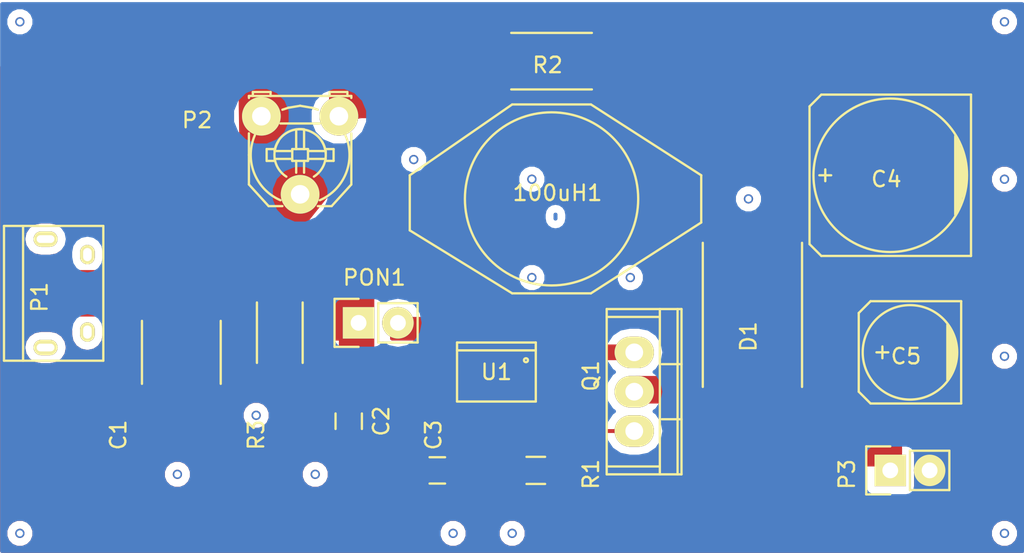
<source format=kicad_pcb>
(kicad_pcb (version 4) (host pcbnew "(2015-07-20 BZR 5962)-product")

  (general
    (links 30)
    (no_connects 0)
    (area 85.894999 60.799 152.146001 96.774001)
    (thickness 1.6)
    (drawings 0)
    (tracks 113)
    (zones 0)
    (modules 16)
    (nets 11)
  )

  (page A4)
  (layers
    (0 F.Cu signal)
    (31 B.Cu signal)
    (32 B.Adhes user hide)
    (33 F.Adhes user hide)
    (34 B.Paste user)
    (35 F.Paste user hide)
    (36 B.SilkS user)
    (37 F.SilkS user)
    (38 B.Mask user)
    (39 F.Mask user)
    (40 Dwgs.User user)
    (41 Cmts.User user)
    (42 Eco1.User user)
    (43 Eco2.User user)
    (44 Edge.Cuts user)
    (45 Margin user)
    (46 B.CrtYd user)
    (47 F.CrtYd user)
    (48 B.Fab user)
    (49 F.Fab user)
  )

  (setup
    (last_trace_width 0.25)
    (trace_clearance 0.2)
    (zone_clearance 0.508)
    (zone_45_only yes)
    (trace_min 0.2)
    (segment_width 0.2)
    (edge_width 0.1)
    (via_size 0.6)
    (via_drill 0.4)
    (via_min_size 0.4)
    (via_min_drill 0.3)
    (uvia_size 0.3)
    (uvia_drill 0.1)
    (uvias_allowed no)
    (uvia_min_size 0.2)
    (uvia_min_drill 0.1)
    (pcb_text_width 0.3)
    (pcb_text_size 1.5 1.5)
    (mod_edge_width 0.15)
    (mod_text_size 1 1)
    (mod_text_width 0.15)
    (pad_size 1.5 1.5)
    (pad_drill 0.6)
    (pad_to_mask_clearance 0)
    (aux_axis_origin 85.979 96.901)
    (grid_origin 86.106 96.774)
    (visible_elements 7FFFFF7F)
    (pcbplotparams
      (layerselection 0x00030_80000001)
      (usegerberextensions false)
      (excludeedgelayer true)
      (linewidth 0.100000)
      (plotframeref false)
      (viasonmask false)
      (mode 1)
      (useauxorigin false)
      (hpglpennumber 1)
      (hpglpenspeed 20)
      (hpglpendiameter 15)
      (hpglpenoverlay 2)
      (psnegative false)
      (psa4output false)
      (plotreference true)
      (plotvalue true)
      (plotinvisibletext false)
      (padsonsilk false)
      (subtractmaskfromsilk false)
      (outputformat 1)
      (mirror false)
      (drillshape 1)
      (scaleselection 1)
      (outputdirectory ""))
  )

  (net 0 "")
  (net 1 "Net-(Q1-Pad1)")
  (net 2 "Net-(Q1-Pad3)")
  (net 3 +5V)
  (net 4 GND)
  (net 5 "Net-(C3-Pad1)")
  (net 6 "Net-(C4-Pad1)")
  (net 7 "Net-(100uH1-Pad2)")
  (net 8 "Net-(P2-Pad2)")
  (net 9 /FB)
  (net 10 /ON)

  (net_class Default "Ceci est la Netclass par défaut"
    (clearance 0.2)
    (trace_width 0.25)
    (via_dia 0.6)
    (via_drill 0.4)
    (uvia_dia 0.3)
    (uvia_drill 0.1)
    (add_net +5V)
    (add_net /FB)
    (add_net /ON)
    (add_net GND)
    (add_net "Net-(100uH1-Pad2)")
    (add_net "Net-(C3-Pad1)")
    (add_net "Net-(C4-Pad1)")
    (add_net "Net-(P2-Pad2)")
    (add_net "Net-(Q1-Pad1)")
    (add_net "Net-(Q1-Pad3)")
  )

  (module Resistors_SMD:R_2816_HandSoldering (layer F.Cu) (tedit 55AD6734) (tstamp 55AD4AED)
    (at 97.79 83.82 270)
    (descr "Resistor SMD 2816, hand soldering, Vishay (see WSL-VISHAY.PDF)")
    (tags "resistor 2816")
    (path /55AC9A28)
    (attr smd)
    (fp_text reference C1 (at 5.334 4.064 270) (layer F.SilkS)
      (effects (font (size 1 1) (thickness 0.15)))
    )
    (fp_text value 100U (at 0.254 0.254 360) (layer F.Fab)
      (effects (font (size 1 1) (thickness 0.15)))
    )
    (fp_line (start -6.604 -2.794) (end 6.604 -2.794) (layer F.CrtYd) (width 0.05))
    (fp_line (start 6.604 -2.794) (end 6.604 2.794) (layer F.CrtYd) (width 0.05))
    (fp_line (start 6.604 2.794) (end -6.604 2.794) (layer F.CrtYd) (width 0.05))
    (fp_line (start -6.604 2.794) (end -6.604 -2.794) (layer F.CrtYd) (width 0.05))
    (fp_line (start -2.032 2.54) (end 2.032 2.54) (layer F.SilkS) (width 0.15))
    (fp_line (start -2.032 -2.54) (end 2.032 -2.54) (layer F.SilkS) (width 0.15))
    (pad 1 smd rect (at -4.064 0 270) (size 4.7 4.7) (layers F.Cu F.Paste F.Mask)
      (net 3 +5V))
    (pad 2 smd rect (at 4.064 0 270) (size 4.7 4.7) (layers F.Cu F.Paste F.Mask)
      (net 4 GND))
  )

  (module Capacitors_SMD:C_0805_HandSoldering (layer F.Cu) (tedit 55AD675C) (tstamp 55AD4AF9)
    (at 114.3 91.44)
    (descr "Capacitor SMD 0805, hand soldering")
    (tags "capacitor 0805")
    (path /55AD45BF)
    (attr smd)
    (fp_text reference C3 (at -0.254 -2.286 90) (layer F.SilkS)
      (effects (font (size 1 1) (thickness 0.15)))
    )
    (fp_text value 100n (at 0 2.1) (layer F.Fab)
      (effects (font (size 1 1) (thickness 0.15)))
    )
    (fp_line (start -2.3 -1) (end 2.3 -1) (layer F.CrtYd) (width 0.05))
    (fp_line (start -2.3 1) (end 2.3 1) (layer F.CrtYd) (width 0.05))
    (fp_line (start -2.3 -1) (end -2.3 1) (layer F.CrtYd) (width 0.05))
    (fp_line (start 2.3 -1) (end 2.3 1) (layer F.CrtYd) (width 0.05))
    (fp_line (start 0.5 -0.85) (end -0.5 -0.85) (layer F.SilkS) (width 0.15))
    (fp_line (start -0.5 0.85) (end 0.5 0.85) (layer F.SilkS) (width 0.15))
    (pad 1 smd rect (at -1.25 0) (size 1.5 1.25) (layers F.Cu F.Paste F.Mask)
      (net 5 "Net-(C3-Pad1)"))
    (pad 2 smd rect (at 1.25 0) (size 1.5 1.25) (layers F.Cu F.Paste F.Mask)
      (net 4 GND))
    (model Capacitors_SMD.3dshapes/C_0805_HandSoldering.wrl
      (at (xyz 0 0 0))
      (scale (xyz 1 1 1))
      (rotate (xyz 0 0 0))
    )
  )

  (module Capacitors_SMD:c_elec_10x10.5 (layer F.Cu) (tedit 55AD6792) (tstamp 55AD4AFF)
    (at 143.51 72.39 180)
    (descr "SMT capacitor, aluminium electrolytic, 10x10.5")
    (path /55ACA4D7)
    (fp_text reference C4 (at 0.254 -0.254 180) (layer F.SilkS)
      (effects (font (size 1 1) (thickness 0.15)))
    )
    (fp_text value "4.7u 250V" (at 0 5.842 180) (layer F.Fab)
      (effects (font (size 1 1) (thickness 0.15)))
    )
    (fp_line (start -4.826 1.016) (end -4.826 -1.016) (layer F.SilkS) (width 0.15))
    (fp_line (start -4.699 -1.397) (end -4.699 1.524) (layer F.SilkS) (width 0.15))
    (fp_line (start -4.572 1.778) (end -4.572 -1.778) (layer F.SilkS) (width 0.15))
    (fp_line (start -4.445 -2.159) (end -4.445 2.159) (layer F.SilkS) (width 0.15))
    (fp_line (start -4.318 2.413) (end -4.318 -2.413) (layer F.SilkS) (width 0.15))
    (fp_line (start -4.191 -2.54) (end -4.191 2.54) (layer F.SilkS) (width 0.15))
    (fp_circle (center 0 0) (end 4.953 0) (layer F.SilkS) (width 0.15))
    (fp_line (start -5.207 -5.207) (end -5.207 5.207) (layer F.SilkS) (width 0.15))
    (fp_line (start -5.207 5.207) (end 4.445 5.207) (layer F.SilkS) (width 0.15))
    (fp_line (start 4.445 5.207) (end 5.207 4.445) (layer F.SilkS) (width 0.15))
    (fp_line (start 5.207 4.445) (end 5.207 -4.445) (layer F.SilkS) (width 0.15))
    (fp_line (start 5.207 -4.445) (end 4.445 -5.207) (layer F.SilkS) (width 0.15))
    (fp_line (start 4.445 -5.207) (end -5.207 -5.207) (layer F.SilkS) (width 0.15))
    (fp_line (start 4.572 0) (end 3.81 0) (layer F.SilkS) (width 0.15))
    (fp_line (start 4.191 -0.381) (end 4.191 0.381) (layer F.SilkS) (width 0.15))
    (pad 1 smd rect (at 4.0005 0 180) (size 4.0005 2.4003) (layers F.Cu F.Paste F.Mask)
      (net 6 "Net-(C4-Pad1)"))
    (pad 2 smd rect (at -4.0005 0 180) (size 4.0005 2.4003) (layers F.Cu F.Paste F.Mask)
      (net 4 GND))
    (model Capacitors_SMD.3dshapes/c_elec_10x10.5.wrl
      (at (xyz 0 0 0))
      (scale (xyz 1 1 1))
      (rotate (xyz 0 0 0))
    )
  )

  (module Capacitors_SMD:c_elec_6.3x5.3 (layer F.Cu) (tedit 55AD678F) (tstamp 55AD4B05)
    (at 144.78 83.82 180)
    (descr "SMT capacitor, aluminium electrolytic, 6.3x5.3")
    (path /55ACAEF2)
    (fp_text reference C5 (at 0.254 -0.254 180) (layer F.SilkS)
      (effects (font (size 1 1) (thickness 0.15)))
    )
    (fp_text value "100n 250V" (at 1.524 -4.064 180) (layer F.Fab)
      (effects (font (size 1 1) (thickness 0.15)))
    )
    (fp_line (start -2.921 -0.762) (end -2.921 0.762) (layer F.SilkS) (width 0.15))
    (fp_line (start -2.794 1.143) (end -2.794 -1.143) (layer F.SilkS) (width 0.15))
    (fp_line (start -2.667 -1.397) (end -2.667 1.397) (layer F.SilkS) (width 0.15))
    (fp_line (start -2.54 1.651) (end -2.54 -1.651) (layer F.SilkS) (width 0.15))
    (fp_line (start -2.413 -1.778) (end -2.413 1.778) (layer F.SilkS) (width 0.15))
    (fp_circle (center 0 0) (end -3.048 0) (layer F.SilkS) (width 0.15))
    (fp_line (start -3.302 -3.302) (end -3.302 3.302) (layer F.SilkS) (width 0.15))
    (fp_line (start -3.302 3.302) (end 2.54 3.302) (layer F.SilkS) (width 0.15))
    (fp_line (start 2.54 3.302) (end 3.302 2.54) (layer F.SilkS) (width 0.15))
    (fp_line (start 3.302 2.54) (end 3.302 -2.54) (layer F.SilkS) (width 0.15))
    (fp_line (start 3.302 -2.54) (end 2.54 -3.302) (layer F.SilkS) (width 0.15))
    (fp_line (start 2.54 -3.302) (end -3.302 -3.302) (layer F.SilkS) (width 0.15))
    (fp_line (start 2.159 0) (end 1.397 0) (layer F.SilkS) (width 0.15))
    (fp_line (start 1.778 -0.381) (end 1.778 0.381) (layer F.SilkS) (width 0.15))
    (pad 1 smd rect (at 2.75082 0 180) (size 3.59918 1.6002) (layers F.Cu F.Paste F.Mask)
      (net 6 "Net-(C4-Pad1)"))
    (pad 2 smd rect (at -2.75082 0 180) (size 3.59918 1.6002) (layers F.Cu F.Paste F.Mask)
      (net 4 GND))
    (model Capacitors_SMD.3dshapes/c_elec_6.3x5.3.wrl
      (at (xyz 0 0 0))
      (scale (xyz 1 1 1))
      (rotate (xyz 0 0 0))
    )
  )

  (module Diodes_SMD:Diode-DO-214AB_Handsoldering (layer F.Cu) (tedit 55AD6793) (tstamp 55AD4B0B)
    (at 134.62 82.55 270)
    (descr "Jedec DO-214AB diode package. Designed according to Fairchild SS32 datasheet.")
    (tags "DO-214AB diode Handsoldering")
    (path /55ACA478)
    (fp_text reference D1 (at 0.254 0.254 270) (layer F.SilkS)
      (effects (font (size 1 1) (thickness 0.15)))
    )
    (fp_text value ESF2 (at 0 4.6 270) (layer F.Fab)
      (effects (font (size 1 1) (thickness 0.15)))
    )
    (fp_line (start -6.15 -3.45) (end 6.15 -3.45) (layer F.CrtYd) (width 0.05))
    (fp_line (start 6.15 -3.45) (end 6.15 3.45) (layer F.CrtYd) (width 0.05))
    (fp_line (start 6.15 3.45) (end -6.15 3.45) (layer F.CrtYd) (width 0.05))
    (fp_line (start -6.15 3.45) (end -6.15 -3.45) (layer F.CrtYd) (width 0.05))
    (fp_line (start 3.5 3.2) (end -5.8 3.2) (layer F.SilkS) (width 0.15))
    (fp_line (start -5.8 -3.2) (end 3.5 -3.2) (layer F.SilkS) (width 0.15))
    (pad 2 smd rect (at 4.1 0 270) (size 3.6 3.2) (layers F.Cu F.Paste F.Mask)
      (net 7 "Net-(100uH1-Pad2)"))
    (pad 1 smd rect (at -4.1 0 270) (size 3.6 3.2) (layers F.Cu F.Paste F.Mask)
      (net 6 "Net-(C4-Pad1)"))
    (model Diodes_SMD.3dshapes/Diode-DO-214AB.wrl
      (at (xyz 0 0 0))
      (scale (xyz 0.39 0.39 0.39))
      (rotate (xyz 0 0 180))
    )
  )

  (module Connect:USB_Micro-B (layer F.Cu) (tedit 55AD672B) (tstamp 55AD4B18)
    (at 90.17 80.01 270)
    (descr "Micro USB Type B Receptacle")
    (tags "USB USB_B USB_micro USB_OTG")
    (path /55AC983A)
    (attr smd)
    (fp_text reference P1 (at 0.254 1.524 270) (layer F.SilkS)
      (effects (font (size 1 1) (thickness 0.15)))
    )
    (fp_text value USB_A (at 7.874 1.524 270) (layer F.Fab)
      (effects (font (size 1 1) (thickness 0.15)))
    )
    (fp_line (start -4.6 -2.8) (end 4.6 -2.8) (layer F.CrtYd) (width 0.05))
    (fp_line (start 4.6 -2.8) (end 4.6 4.05) (layer F.CrtYd) (width 0.05))
    (fp_line (start 4.6 4.05) (end -4.6 4.05) (layer F.CrtYd) (width 0.05))
    (fp_line (start -4.6 4.05) (end -4.6 -2.8) (layer F.CrtYd) (width 0.05))
    (fp_line (start -4.3509 3.81746) (end 4.3491 3.81746) (layer F.SilkS) (width 0.15))
    (fp_line (start -4.3509 -2.58754) (end 4.3491 -2.58754) (layer F.SilkS) (width 0.15))
    (fp_line (start 4.3491 -2.58754) (end 4.3491 3.81746) (layer F.SilkS) (width 0.15))
    (fp_line (start 4.3491 2.58746) (end -4.3509 2.58746) (layer F.SilkS) (width 0.15))
    (fp_line (start -4.3509 3.81746) (end -4.3509 -2.58754) (layer F.SilkS) (width 0.15))
    (pad 1 smd rect (at -1.3009 -1.56254) (size 1.35 0.4) (layers F.Cu F.Paste F.Mask)
      (net 3 +5V))
    (pad 2 smd rect (at -0.6509 -1.56254) (size 1.35 0.4) (layers F.Cu F.Paste F.Mask))
    (pad 3 smd rect (at -0.0009 -1.56254) (size 1.35 0.4) (layers F.Cu F.Paste F.Mask))
    (pad 4 smd rect (at 0.6491 -1.56254) (size 1.35 0.4) (layers F.Cu F.Paste F.Mask)
      (net 4 GND))
    (pad 5 smd rect (at 1.2991 -1.56254) (size 1.35 0.4) (layers F.Cu F.Paste F.Mask))
    (pad 6 thru_hole oval (at -2.5009 -1.56254) (size 0.95 1.25) (drill oval 0.55 0.85) (layers *.Cu *.Mask F.SilkS))
    (pad 6 thru_hole oval (at 2.4991 -1.56254) (size 0.95 1.25) (drill oval 0.55 0.85) (layers *.Cu *.Mask F.SilkS))
    (pad 6 thru_hole oval (at -3.5009 1.13746) (size 1.55 1) (drill oval 1.15 0.5) (layers *.Cu *.Mask F.SilkS))
    (pad 6 thru_hole oval (at 3.4991 1.13746) (size 1.55 1) (drill oval 1.15 0.5) (layers *.Cu *.Mask F.SilkS))
  )

  (module Potentiometers:Potentiometer_Triwood_RM-065 (layer F.Cu) (tedit 55AD6755) (tstamp 55AD4B1F)
    (at 107.95 68.58 180)
    (descr "Potentiometer, Trimmer, RM-065")
    (tags "Potentiometer, Trimmer, RM-065")
    (path /55ACAC4C)
    (fp_text reference P2 (at 9.144 -0.254 180) (layer F.SilkS)
      (effects (font (size 1 1) (thickness 0.15)))
    )
    (fp_text value 10K (at 2.49936 2.58064 180) (layer F.Fab)
      (effects (font (size 1 1) (thickness 0.15)))
    )
    (fp_line (start 2.24536 -2.88036) (end 2.24536 -3.64236) (layer F.SilkS) (width 0.15))
    (fp_line (start 2.75336 -2.88036) (end 2.75336 -3.64236) (layer F.SilkS) (width 0.15))
    (fp_arc (start 2.49936 -2.49936) (end 4.15036 -2.24536) (angle 90) (layer F.SilkS) (width 0.15))
    (fp_arc (start 2.49936 -2.49936) (end 2.62636 -0.84836) (angle 90) (layer F.SilkS) (width 0.15))
    (fp_arc (start 2.49936 -2.49936) (end 3.38836 -3.89636) (angle 90) (layer F.SilkS) (width 0.15))
    (fp_arc (start 2.49936 -2.49936) (end 1.10236 -1.61036) (angle 90) (layer F.SilkS) (width 0.15))
    (fp_line (start -0.80264 1.31064) (end -0.80264 1.18364) (layer F.SilkS) (width 0.15))
    (fp_line (start -0.80264 -2.49936) (end -0.80264 -1.10236) (layer F.SilkS) (width 0.15))
    (fp_line (start 5.80136 1.31064) (end 5.80136 1.18364) (layer F.SilkS) (width 0.15))
    (fp_line (start 5.80136 -2.49936) (end 5.80136 -1.10236) (layer F.SilkS) (width 0.15))
    (fp_line (start 1.35636 0.42164) (end 1.73736 0.54864) (layer F.SilkS) (width 0.15))
    (fp_line (start 1.73736 0.54864) (end 2.49936 0.67564) (layer F.SilkS) (width 0.15))
    (fp_line (start 2.49936 0.67564) (end 3.26136 0.54864) (layer F.SilkS) (width 0.15))
    (fp_line (start 3.26136 0.54864) (end 3.64236 0.42164) (layer F.SilkS) (width 0.15))
    (fp_line (start 1.22936 -0.46736) (end 3.76936 -0.46736) (layer F.SilkS) (width 0.15))
    (fp_arc (start 2.49936 -2.49936) (end 3.76936 -5.42036) (angle 90) (layer F.SilkS) (width 0.15))
    (fp_arc (start 2.49936 -2.49936) (end -0.42164 -1.22936) (angle 90) (layer F.SilkS) (width 0.15))
    (fp_line (start 4.53136 -5.80136) (end 3.64236 -5.80136) (layer F.SilkS) (width 0.15))
    (fp_line (start 1.35636 -5.80136) (end 0.46736 -5.80136) (layer F.SilkS) (width 0.15))
    (fp_line (start 4.15036 -2.88036) (end 4.65836 -2.88036) (layer F.SilkS) (width 0.15))
    (fp_line (start 4.65836 -2.88036) (end 4.65836 -2.11836) (layer F.SilkS) (width 0.15))
    (fp_line (start 4.65836 -2.11836) (end 4.15036 -2.11836) (layer F.SilkS) (width 0.15))
    (fp_line (start 0.84836 -2.88036) (end 0.34036 -2.88036) (layer F.SilkS) (width 0.15))
    (fp_line (start 0.34036 -2.88036) (end 0.34036 -2.11836) (layer F.SilkS) (width 0.15))
    (fp_line (start 0.34036 -2.11836) (end 0.84836 -2.11836) (layer F.SilkS) (width 0.15))
    (fp_line (start 3.00736 -2.24536) (end 4.15036 -2.24536) (layer F.SilkS) (width 0.15))
    (fp_line (start 3.00736 -2.75336) (end 4.15036 -2.75336) (layer F.SilkS) (width 0.15))
    (fp_line (start 1.99136 -2.24536) (end 0.84836 -2.24536) (layer F.SilkS) (width 0.15))
    (fp_line (start 1.99136 -2.75336) (end 0.84836 -2.75336) (layer F.SilkS) (width 0.15))
    (fp_line (start 2.75336 -2.11836) (end 2.75336 -0.84836) (layer F.SilkS) (width 0.15))
    (fp_line (start 2.24536 -2.11836) (end 2.24536 -0.84836) (layer F.SilkS) (width 0.15))
    (fp_line (start 1.99136 -2.88036) (end 1.99136 -2.11836) (layer F.SilkS) (width 0.15))
    (fp_line (start 1.99136 -2.11836) (end 3.00736 -2.11836) (layer F.SilkS) (width 0.15))
    (fp_line (start 3.00736 -2.11836) (end 3.00736 -2.88036) (layer F.SilkS) (width 0.15))
    (fp_line (start 3.00736 -2.88036) (end 1.99136 -2.88036) (layer F.SilkS) (width 0.15))
    (fp_line (start 0.46736 -5.80136) (end -0.80264 -4.40436) (layer F.SilkS) (width 0.15))
    (fp_line (start -0.80264 -4.40436) (end -0.80264 -2.49936) (layer F.SilkS) (width 0.15))
    (fp_line (start 4.53136 -5.80136) (end 5.80136 -4.40436) (layer F.SilkS) (width 0.15))
    (fp_line (start 5.80136 -4.40436) (end 5.80136 -2.49936) (layer F.SilkS) (width 0.15))
    (fp_line (start 5.54736 1.31064) (end 5.54736 1.56464) (layer F.SilkS) (width 0.15))
    (fp_line (start 5.54736 1.56464) (end 4.40436 1.56464) (layer F.SilkS) (width 0.15))
    (fp_line (start 4.40436 1.56464) (end 4.40436 1.31064) (layer F.SilkS) (width 0.15))
    (fp_line (start -0.54864 1.31064) (end -0.54864 1.56464) (layer F.SilkS) (width 0.15))
    (fp_line (start -0.54864 1.56464) (end 0.59436 1.56464) (layer F.SilkS) (width 0.15))
    (fp_line (start 0.59436 1.56464) (end 0.59436 1.31064) (layer F.SilkS) (width 0.15))
    (fp_line (start -0.80264 1.31064) (end 5.80136 1.31064) (layer F.SilkS) (width 0.15))
    (pad 2 thru_hole circle (at 2.49936 -5.03936 180) (size 2.49936 2.49936) (drill 1.19888) (layers *.Cu *.Mask F.SilkS)
      (net 8 "Net-(P2-Pad2)"))
    (pad 3 thru_hole circle (at 4.99872 0 180) (size 2.49936 2.49936) (drill 1.19888) (layers *.Cu *.Mask F.SilkS)
      (net 8 "Net-(P2-Pad2)"))
    (pad 1 thru_hole circle (at 0 0 180) (size 2.49936 2.49936) (drill 1.19888) (layers *.Cu *.Mask F.SilkS)
      (net 9 /FB))
    (model Potentiometers.3dshapes/Potentiometer_Triwood_RM-065.wrl
      (at (xyz 0 0 0))
      (scale (xyz 4 4 4))
      (rotate (xyz 0 0 0))
    )
  )

  (module Pin_Headers:Pin_Header_Straight_1x02 (layer F.Cu) (tedit 55AD6787) (tstamp 55AD4B25)
    (at 143.51 91.44 90)
    (descr "Through hole pin header")
    (tags "pin header")
    (path /55AD5C13)
    (fp_text reference P3 (at -0.254 -2.794 270) (layer F.SilkS)
      (effects (font (size 1 1) (thickness 0.15)))
    )
    (fp_text value CONN_01X02 (at -4.064 1.016 180) (layer F.Fab) hide
      (effects (font (size 1 1) (thickness 0.15)))
    )
    (fp_line (start 1.27 1.27) (end 1.27 3.81) (layer F.SilkS) (width 0.15))
    (fp_line (start 1.55 -1.55) (end 1.55 0) (layer F.SilkS) (width 0.15))
    (fp_line (start -1.75 -1.75) (end -1.75 4.3) (layer F.CrtYd) (width 0.05))
    (fp_line (start 1.75 -1.75) (end 1.75 4.3) (layer F.CrtYd) (width 0.05))
    (fp_line (start -1.75 -1.75) (end 1.75 -1.75) (layer F.CrtYd) (width 0.05))
    (fp_line (start -1.75 4.3) (end 1.75 4.3) (layer F.CrtYd) (width 0.05))
    (fp_line (start 1.27 1.27) (end -1.27 1.27) (layer F.SilkS) (width 0.15))
    (fp_line (start -1.55 0) (end -1.55 -1.55) (layer F.SilkS) (width 0.15))
    (fp_line (start -1.55 -1.55) (end 1.55 -1.55) (layer F.SilkS) (width 0.15))
    (fp_line (start -1.27 1.27) (end -1.27 3.81) (layer F.SilkS) (width 0.15))
    (fp_line (start -1.27 3.81) (end 1.27 3.81) (layer F.SilkS) (width 0.15))
    (pad 1 thru_hole rect (at 0 0 90) (size 2.032 2.032) (drill 1.016) (layers *.Cu *.Mask F.SilkS)
      (net 6 "Net-(C4-Pad1)"))
    (pad 2 thru_hole oval (at 0 2.54 90) (size 2.032 2.032) (drill 1.016) (layers *.Cu *.Mask F.SilkS)
      (net 4 GND))
    (model Pin_Headers.3dshapes/Pin_Header_Straight_1x02.wrl
      (at (xyz 0 -0.05 0))
      (scale (xyz 1 1 1))
      (rotate (xyz 0 0 90))
    )
  )

  (module Resistors_SMD:R_0805_HandSoldering (layer F.Cu) (tedit 55AD6763) (tstamp 55AD4B33)
    (at 120.65 91.44 180)
    (descr "Resistor SMD 0805, hand soldering")
    (tags "resistor 0805")
    (path /55ACA3A5)
    (attr smd)
    (fp_text reference R1 (at -3.556 -0.254 270) (layer F.SilkS)
      (effects (font (size 1 1) (thickness 0.15)))
    )
    (fp_text value 10K (at 0 2.1 180) (layer F.Fab)
      (effects (font (size 1 1) (thickness 0.15)))
    )
    (fp_line (start -2.4 -1) (end 2.4 -1) (layer F.CrtYd) (width 0.05))
    (fp_line (start -2.4 1) (end 2.4 1) (layer F.CrtYd) (width 0.05))
    (fp_line (start -2.4 -1) (end -2.4 1) (layer F.CrtYd) (width 0.05))
    (fp_line (start 2.4 -1) (end 2.4 1) (layer F.CrtYd) (width 0.05))
    (fp_line (start 0.6 0.875) (end -0.6 0.875) (layer F.SilkS) (width 0.15))
    (fp_line (start -0.6 -0.875) (end 0.6 -0.875) (layer F.SilkS) (width 0.15))
    (pad 1 smd rect (at -1.35 0 180) (size 1.5 1.3) (layers F.Cu F.Paste F.Mask)
      (net 2 "Net-(Q1-Pad3)"))
    (pad 2 smd rect (at 1.35 0 180) (size 1.5 1.3) (layers F.Cu F.Paste F.Mask)
      (net 4 GND))
    (model Resistors_SMD.3dshapes/R_0805_HandSoldering.wrl
      (at (xyz 0 0 0))
      (scale (xyz 1 1 1))
      (rotate (xyz 0 0 0))
    )
  )

  (module Resistors_SMD:R_2512_HandSoldering (layer F.Cu) (tedit 55AD6798) (tstamp 55AD4B39)
    (at 121.666 65.024 180)
    (descr "Resistor SMD 2512, hand soldering")
    (tags "resistor 2512")
    (path /55ACA645)
    (attr smd)
    (fp_text reference R2 (at 0.254 -0.254 180) (layer F.SilkS)
      (effects (font (size 1 1) (thickness 0.15)))
    )
    (fp_text value 1M5 (at 0 3.1 180) (layer F.Fab)
      (effects (font (size 1 1) (thickness 0.15)))
    )
    (fp_line (start -5.6 -1.95) (end 5.6 -1.95) (layer F.CrtYd) (width 0.05))
    (fp_line (start -5.6 1.95) (end 5.6 1.95) (layer F.CrtYd) (width 0.05))
    (fp_line (start -5.6 -1.95) (end -5.6 1.95) (layer F.CrtYd) (width 0.05))
    (fp_line (start 5.6 -1.95) (end 5.6 1.95) (layer F.CrtYd) (width 0.05))
    (fp_line (start 2.6 1.825) (end -2.6 1.825) (layer F.SilkS) (width 0.15))
    (fp_line (start -2.6 -1.825) (end 2.6 -1.825) (layer F.SilkS) (width 0.15))
    (pad 1 smd rect (at -3.95 0 180) (size 2.7 3.2) (layers F.Cu F.Paste F.Mask)
      (net 6 "Net-(C4-Pad1)"))
    (pad 2 smd rect (at 3.95 0 180) (size 2.7 3.2) (layers F.Cu F.Paste F.Mask)
      (net 9 /FB))
    (model Resistors_SMD.3dshapes/R_2512_HandSoldering.wrl
      (at (xyz 0 0 0))
      (scale (xyz 1 1 1))
      (rotate (xyz 0 0 0))
    )
  )

  (module Resistors_SMD:R_2010_HandSoldering (layer F.Cu) (tedit 55AD6742) (tstamp 55AD4B3F)
    (at 104.14 82.55 270)
    (descr "Resistor SMD 2010, hand soldering")
    (tags "resistor 2010")
    (path /55ACA72C)
    (attr smd)
    (fp_text reference R3 (at 6.604 1.524 270) (layer F.SilkS)
      (effects (font (size 1 1) (thickness 0.15)))
    )
    (fp_text value 10K (at 0.254 0.254 270) (layer F.Fab)
      (effects (font (size 1 1) (thickness 0.15)))
    )
    (fp_line (start -4.65 -1.6) (end 4.65 -1.6) (layer F.CrtYd) (width 0.05))
    (fp_line (start -4.65 1.6) (end 4.65 1.6) (layer F.CrtYd) (width 0.05))
    (fp_line (start -4.65 -1.6) (end -4.65 1.6) (layer F.CrtYd) (width 0.05))
    (fp_line (start 4.65 -1.6) (end 4.65 1.6) (layer F.CrtYd) (width 0.05))
    (fp_line (start 1.95 1.475) (end -1.95 1.475) (layer F.SilkS) (width 0.15))
    (fp_line (start -1.95 -1.475) (end 1.95 -1.475) (layer F.SilkS) (width 0.15))
    (pad 1 smd rect (at -3.15 0 270) (size 2.4 2.5) (layers F.Cu F.Paste F.Mask)
      (net 8 "Net-(P2-Pad2)"))
    (pad 2 smd rect (at 3.15 0 270) (size 2.4 2.5) (layers F.Cu F.Paste F.Mask)
      (net 4 GND))
    (model Resistors_SMD.3dshapes/R_2010_HandSoldering.wrl
      (at (xyz 0 0 0))
      (scale (xyz 1 1 1))
      (rotate (xyz 0 0 0))
    )
  )

  (module Power_Integrations:SO-8 (layer F.Cu) (tedit 0) (tstamp 55AD4B4B)
    (at 118.11 85.09 180)
    (descr "SO-8 Surface Mount Small Outline 150mil 8pin Package")
    (tags "Power Integrations D Package")
    (path /55AD442B)
    (fp_text reference U1 (at 0 0 180) (layer F.SilkS)
      (effects (font (size 1 1) (thickness 0.15)))
    )
    (fp_text value MAX1771 (at 0 0 180) (layer F.Fab)
      (effects (font (size 1 1) (thickness 0.15)))
    )
    (fp_circle (center -1.905 0.762) (end -1.778 0.762) (layer F.SilkS) (width 0.15))
    (fp_line (start -2.54 1.397) (end 2.54 1.397) (layer F.SilkS) (width 0.15))
    (fp_line (start -2.54 -1.905) (end 2.54 -1.905) (layer F.SilkS) (width 0.15))
    (fp_line (start -2.54 1.905) (end 2.54 1.905) (layer F.SilkS) (width 0.15))
    (fp_line (start -2.54 1.905) (end -2.54 -1.905) (layer F.SilkS) (width 0.15))
    (fp_line (start 2.54 1.905) (end 2.54 -1.905) (layer F.SilkS) (width 0.15))
    (pad 1 smd oval (at -1.905 2.794 180) (size 0.6096 1.4732) (layers F.Cu F.Paste F.Mask)
      (net 1 "Net-(Q1-Pad1)"))
    (pad 2 smd oval (at -0.635 2.794 180) (size 0.6096 1.4732) (layers F.Cu F.Paste F.Mask)
      (net 3 +5V))
    (pad 3 smd oval (at 0.635 2.794 180) (size 0.6096 1.4732) (layers F.Cu F.Paste F.Mask)
      (net 9 /FB))
    (pad 4 smd oval (at 1.905 2.794 180) (size 0.6096 1.4732) (layers F.Cu F.Paste F.Mask)
      (net 10 /ON))
    (pad 5 smd oval (at 1.905 -2.794 180) (size 0.6096 1.4732) (layers F.Cu F.Paste F.Mask)
      (net 5 "Net-(C3-Pad1)"))
    (pad 6 smd oval (at 0.635 -2.794 180) (size 0.6096 1.4732) (layers F.Cu F.Paste F.Mask)
      (net 4 GND))
    (pad 7 smd oval (at -0.635 -2.794 180) (size 0.6096 1.4732) (layers F.Cu F.Paste F.Mask)
      (net 4 GND))
    (pad 8 smd oval (at -1.905 -2.794 180) (size 0.6096 1.4732) (layers F.Cu F.Paste F.Mask)
      (net 2 "Net-(Q1-Pad3)"))
  )

  (module TO-220 (layer F.Cu) (tedit 55AD6778) (tstamp 55AD4D01)
    (at 127 86.36 270)
    (descr "Non Isolated JEDEC TO-220 Package")
    (tags "Power Integration YN Package")
    (path /55AD6EC7)
    (fp_text reference Q1 (at -1.016 2.794 270) (layer F.SilkS)
      (effects (font (size 1 1) (thickness 0.15)))
    )
    (fp_text value IRF540N (at 0 -4.318 270) (layer F.Fab)
      (effects (font (size 1 1) (thickness 0.15)))
    )
    (fp_line (start 4.826 -1.651) (end 4.826 1.778) (layer F.SilkS) (width 0.15))
    (fp_line (start -4.826 -1.651) (end -4.826 1.778) (layer F.SilkS) (width 0.15))
    (fp_line (start 5.334 -2.794) (end -5.334 -2.794) (layer F.SilkS) (width 0.15))
    (fp_line (start 1.778 -1.778) (end 1.778 -3.048) (layer F.SilkS) (width 0.15))
    (fp_line (start -1.778 -1.778) (end -1.778 -3.048) (layer F.SilkS) (width 0.15))
    (fp_line (start -5.334 -1.651) (end 5.334 -1.651) (layer F.SilkS) (width 0.15))
    (fp_line (start 5.334 1.778) (end -5.334 1.778) (layer F.SilkS) (width 0.15))
    (fp_line (start -5.334 -3.048) (end -5.334 1.778) (layer F.SilkS) (width 0.15))
    (fp_line (start 5.334 -3.048) (end 5.334 1.778) (layer F.SilkS) (width 0.15))
    (fp_line (start 5.334 -3.048) (end -5.334 -3.048) (layer F.SilkS) (width 0.15))
    (pad 2 thru_hole oval (at 0 0 270) (size 2.032 2.54) (drill 1.143) (layers *.Cu *.Mask F.SilkS)
      (net 7 "Net-(100uH1-Pad2)"))
    (pad 3 thru_hole oval (at 2.54 0 270) (size 2.032 2.54) (drill 1.143) (layers *.Cu *.Mask F.SilkS)
      (net 2 "Net-(Q1-Pad3)"))
    (pad 1 thru_hole oval (at -2.54 0 270) (size 2.032 2.54) (drill 1.143) (layers *.Cu *.Mask F.SilkS)
      (net 1 "Net-(Q1-Pad1)"))
  )

  (module "Horloge Nixie:B82479A1" (layer F.Cu) (tedit 55AD679B) (tstamp 55AD4E78)
    (at 121.666 73.914)
    (descr http://www.farnell.com/datasheets/1899175.pdf)
    (tags TDK)
    (path /55ACA2BC)
    (attr smd)
    (fp_text reference 100uH1 (at 0.381 -0.381) (layer F.SilkS)
      (effects (font (size 1 1) (thickness 0.15)))
    )
    (fp_text value INDUCTOR (at 0 -2.54) (layer F.Fab)
      (effects (font (size 1 1) (thickness 0.15)))
    )
    (fp_line (start -9.144 -1.524) (end -9.144 2.032) (layer F.SilkS) (width 0.15))
    (fp_line (start -9.144 2.032) (end -2.54 6.096) (layer F.SilkS) (width 0.15))
    (fp_line (start -2.54 6.096) (end 2.54 6.096) (layer F.SilkS) (width 0.15))
    (fp_line (start 2.54 6.096) (end 9.652 1.524) (layer F.SilkS) (width 0.15))
    (fp_line (start 9.652 1.524) (end 9.652 -1.524) (layer F.SilkS) (width 0.15))
    (fp_line (start 9.652 -1.524) (end 2.54 -6.096) (layer F.SilkS) (width 0.15))
    (fp_line (start 2.54 -6.096) (end -2.54 -6.096) (layer F.SilkS) (width 0.15))
    (fp_line (start -9.144 -1.524) (end -2.54 -6.096) (layer F.SilkS) (width 0.15))
    (fp_circle (center 0 0) (end 5.588 0) (layer F.SilkS) (width 0.15))
    (pad 1 smd rect (at -7.112 0) (size 2.79 2.92) (layers F.Cu F.Paste F.Mask)
      (net 3 +5V))
    (pad 2 smd rect (at 7.112 0) (size 2.79 2.92) (layers F.Cu F.Paste F.Mask)
      (net 7 "Net-(100uH1-Pad2)"))
  )

  (module Capacitors_SMD:C_0805_HandSoldering (layer F.Cu) (tedit 55AD6745) (tstamp 55AD5395)
    (at 108.585 88.265 270)
    (descr "Capacitor SMD 0805, hand soldering")
    (tags "capacitor 0805")
    (path /55AC99BA)
    (attr smd)
    (fp_text reference C2 (at 0 -2.1 270) (layer F.SilkS)
      (effects (font (size 1 1) (thickness 0.15)))
    )
    (fp_text value 100n (at 5.969 0.889 270) (layer F.Fab)
      (effects (font (size 1 1) (thickness 0.15)))
    )
    (fp_line (start -2.3 -1) (end 2.3 -1) (layer F.CrtYd) (width 0.05))
    (fp_line (start -2.3 1) (end 2.3 1) (layer F.CrtYd) (width 0.05))
    (fp_line (start -2.3 -1) (end -2.3 1) (layer F.CrtYd) (width 0.05))
    (fp_line (start 2.3 -1) (end 2.3 1) (layer F.CrtYd) (width 0.05))
    (fp_line (start 0.5 -0.85) (end -0.5 -0.85) (layer F.SilkS) (width 0.15))
    (fp_line (start -0.5 0.85) (end 0.5 0.85) (layer F.SilkS) (width 0.15))
    (pad 1 smd rect (at -1.25 0 270) (size 1.5 1.25) (layers F.Cu F.Paste F.Mask)
      (net 3 +5V))
    (pad 2 smd rect (at 1.25 0 270) (size 1.5 1.25) (layers F.Cu F.Paste F.Mask)
      (net 4 GND))
    (model Capacitors_SMD.3dshapes/C_0805_HandSoldering.wrl
      (at (xyz 0 0 0))
      (scale (xyz 1 1 1))
      (rotate (xyz 0 0 0))
    )
  )

  (module Pin_Headers:Pin_Header_Straight_1x02 (layer F.Cu) (tedit 55AD674A) (tstamp 55AD53FC)
    (at 109.22 81.915 90)
    (descr "Through hole pin header")
    (tags "pin header")
    (path /55AD8163)
    (fp_text reference PON1 (at 2.921 1.016 180) (layer F.SilkS)
      (effects (font (size 1 1) (thickness 0.15)))
    )
    (fp_text value CONN_01X02 (at 0 -3.1 90) (layer F.Fab) hide
      (effects (font (size 1 1) (thickness 0.15)))
    )
    (fp_line (start 1.27 1.27) (end 1.27 3.81) (layer F.SilkS) (width 0.15))
    (fp_line (start 1.55 -1.55) (end 1.55 0) (layer F.SilkS) (width 0.15))
    (fp_line (start -1.75 -1.75) (end -1.75 4.3) (layer F.CrtYd) (width 0.05))
    (fp_line (start 1.75 -1.75) (end 1.75 4.3) (layer F.CrtYd) (width 0.05))
    (fp_line (start -1.75 -1.75) (end 1.75 -1.75) (layer F.CrtYd) (width 0.05))
    (fp_line (start -1.75 4.3) (end 1.75 4.3) (layer F.CrtYd) (width 0.05))
    (fp_line (start 1.27 1.27) (end -1.27 1.27) (layer F.SilkS) (width 0.15))
    (fp_line (start -1.55 0) (end -1.55 -1.55) (layer F.SilkS) (width 0.15))
    (fp_line (start -1.55 -1.55) (end 1.55 -1.55) (layer F.SilkS) (width 0.15))
    (fp_line (start -1.27 1.27) (end -1.27 3.81) (layer F.SilkS) (width 0.15))
    (fp_line (start -1.27 3.81) (end 1.27 3.81) (layer F.SilkS) (width 0.15))
    (pad 1 thru_hole rect (at 0 0 90) (size 2.032 2.032) (drill 1.016) (layers *.Cu *.Mask F.SilkS)
      (net 3 +5V))
    (pad 2 thru_hole oval (at 0 2.54 90) (size 2.032 2.032) (drill 1.016) (layers *.Cu *.Mask F.SilkS)
      (net 10 /ON))
    (model Pin_Headers.3dshapes/Pin_Header_Straight_1x02.wrl
      (at (xyz 0 -0.05 0))
      (scale (xyz 1 1 1))
      (rotate (xyz 0 0 90))
    )
  )

  (via (at 87.376 62.484) (size 0.6) (drill 0.4) (layers F.Cu B.Cu) (net 0))
  (via (at 120.396 78.994) (size 0.6) (drill 0.4) (layers F.Cu B.Cu) (net 0))
  (via (at 134.366 73.914) (size 0.6) (drill 0.4) (layers F.Cu B.Cu) (net 0))
  (segment (start 121.92 74.93) (end 121.92 75.184) (width 0.25) (layer B.Cu) (net 0) (tstamp 55AD63C1))
  (segment (start 121.92 75.184) (end 121.92 74.93) (width 0.25) (layer B.Cu) (net 0) (tstamp 55AD63C0))
  (via (at 119.126 95.504) (size 0.6) (drill 0.4) (layers F.Cu B.Cu) (net 0))
  (via (at 115.316 95.504) (size 0.6) (drill 0.4) (layers F.Cu B.Cu) (net 0))
  (via (at 106.426 91.694) (size 0.6) (drill 0.4) (layers F.Cu B.Cu) (net 0))
  (via (at 102.616 87.884) (size 0.6) (drill 0.4) (layers F.Cu B.Cu) (net 0))
  (via (at 97.536 91.694) (size 0.6) (drill 0.4) (layers F.Cu B.Cu) (net 0))
  (via (at 150.876 72.644) (size 0.6) (drill 0.4) (layers F.Cu B.Cu) (net 0))
  (via (at 150.876 84.074) (size 0.6) (drill 0.4) (layers F.Cu B.Cu) (net 0))
  (via (at 150.876 62.484) (size 0.6) (drill 0.4) (layers F.Cu B.Cu) (net 0))
  (via (at 150.876 95.504) (size 0.6) (drill 0.4) (layers F.Cu B.Cu) (net 0))
  (via (at 87.376 95.504) (size 0.6) (drill 0.4) (layers F.Cu B.Cu) (net 0))
  (via (at 112.776 71.374) (size 0.6) (drill 0.4) (layers F.Cu B.Cu) (net 0))
  (via (at 120.396 72.644) (size 0.6) (drill 0.4) (layers F.Cu B.Cu) (net 0))
  (via (at 126.746 78.994) (size 0.6) (drill 0.4) (layers F.Cu B.Cu) (net 0))
  (segment (start 127 83.82) (end 121.539 83.82) (width 0.25) (layer F.Cu) (net 1))
  (segment (start 121.539 83.82) (end 120.015 82.296) (width 0.25) (layer F.Cu) (net 1) (tstamp 55AD522A))
  (segment (start 120.015 87.884) (end 120.015 89.455) (width 0.25) (layer F.Cu) (net 2))
  (segment (start 120.015 89.455) (end 122 91.44) (width 0.25) (layer F.Cu) (net 2) (tstamp 55AD5232))
  (segment (start 127 88.9) (end 124.54 88.9) (width 0.25) (layer F.Cu) (net 2))
  (segment (start 124.54 88.9) (end 122 91.44) (width 0.25) (layer F.Cu) (net 2) (tstamp 55AD522E))
  (segment (start 114.173 74.295) (end 114.173 75.565) (width 0.25) (layer F.Cu) (net 3))
  (segment (start 109.22 80.518) (end 109.22 81.915) (width 0.25) (layer F.Cu) (net 3))
  (segment (start 109.22 80.518) (end 114.173 75.565) (width 0.25) (layer F.Cu) (net 3) (tstamp 55AD571E))
  (segment (start 114.173 74.295) (end 114.554 73.914) (width 0.25) (layer F.Cu) (net 3) (tstamp 55AD684C))
  (segment (start 108.585 86.995) (end 108.585 87.015) (width 0.25) (layer F.Cu) (net 3) (tstamp 55AD572B))
  (segment (start 111.125 84.455) (end 108.585 86.995) (width 0.25) (layer F.Cu) (net 3) (tstamp 55AD572A))
  (segment (start 118.745 84.455) (end 111.125 84.455) (width 0.25) (layer F.Cu) (net 3) (tstamp 55AD5726))
  (segment (start 118.745 82.296) (end 118.745 84.455) (width 0.25) (layer F.Cu) (net 3))
  (segment (start 109.22 81.915) (end 99.949 81.915) (width 0.25) (layer F.Cu) (net 3))
  (segment (start 99.949 81.915) (end 97.79 79.756) (width 0.25) (layer F.Cu) (net 3) (tstamp 55AD571A))
  (segment (start 109.22 81.915) (end 109.22 86.38) (width 0.25) (layer F.Cu) (net 3))
  (segment (start 109.22 86.38) (end 108.585 87.015) (width 0.25) (layer F.Cu) (net 3) (tstamp 55AD5701))
  (segment (start 97.79 79.756) (end 98.806 79.756) (width 0.25) (layer F.Cu) (net 3))
  (segment (start 95.758 77.724) (end 97.79 79.756) (width 0.25) (layer F.Cu) (net 3) (tstamp 55AD5223))
  (segment (start 99.334 81.3) (end 97.79 79.756) (width 0.25) (layer F.Cu) (net 3) (tstamp 55AD521F))
  (segment (start 91.73254 78.7091) (end 96.7431 78.7091) (width 0.25) (layer F.Cu) (net 3))
  (segment (start 96.7431 78.7091) (end 97.79 79.756) (width 0.25) (layer F.Cu) (net 3) (tstamp 55AD51E7))
  (segment (start 97.79 87.884) (end 97.028 87.884) (width 0.25) (layer F.Cu) (net 4))
  (segment (start 97.028 87.884) (end 93.472 84.328) (width 0.25) (layer F.Cu) (net 4) (tstamp 55AD6575))
  (segment (start 93.472 84.328) (end 93.472 80.772) (width 0.25) (layer F.Cu) (net 4) (tstamp 55AD6577))
  (segment (start 93.472 80.772) (end 93.3591 80.6591) (width 0.25) (layer F.Cu) (net 4) (tstamp 55AD657C))
  (segment (start 93.3591 80.6591) (end 91.73254 80.6591) (width 0.25) (layer F.Cu) (net 4) (tstamp 55AD657D))
  (segment (start 116.84 93.98) (end 111.125 93.98) (width 0.25) (layer F.Cu) (net 4))
  (segment (start 108.585 91.44) (end 108.585 89.515) (width 0.25) (layer F.Cu) (net 4) (tstamp 55AD5710))
  (segment (start 111.125 93.98) (end 108.585 91.44) (width 0.25) (layer F.Cu) (net 4) (tstamp 55AD570D))
  (segment (start 108.565 89.535) (end 104.14 89.535) (width 0.25) (layer F.Cu) (net 4))
  (segment (start 104.14 89.535) (end 104.14 85.7) (width 0.25) (layer F.Cu) (net 4))
  (segment (start 108.565 89.535) (end 108.585 89.515) (width 0.25) (layer F.Cu) (net 4) (tstamp 55AD5707))
  (segment (start 117.475 87.884) (end 117.475 93.98) (width 0.25) (layer F.Cu) (net 4))
  (segment (start 119.3 91.44) (end 119.3 93.98) (width 0.25) (layer F.Cu) (net 4))
  (segment (start 119.3 93.98) (end 119.38 93.98) (width 0.25) (layer F.Cu) (net 4) (tstamp 55AD55EB))
  (segment (start 115.55 91.44) (end 115.55 92.69) (width 0.25) (layer F.Cu) (net 4))
  (segment (start 116.84 93.98) (end 117.475 93.98) (width 0.25) (layer F.Cu) (net 4) (tstamp 55AD55E4))
  (segment (start 115.55 92.69) (end 116.84 93.98) (width 0.25) (layer F.Cu) (net 4) (tstamp 55AD55E3))
  (segment (start 117.475 93.98) (end 119.38 93.98) (width 0.25) (layer F.Cu) (net 4) (tstamp 55AD55F5))
  (segment (start 146.05 93.345) (end 146.05 91.44) (width 0.25) (layer F.Cu) (net 4) (tstamp 55AD55E8))
  (segment (start 119.38 93.98) (end 145.415 93.98) (width 0.25) (layer F.Cu) (net 4) (tstamp 55AD55EE))
  (segment (start 145.415 93.98) (end 146.05 93.345) (width 0.25) (layer F.Cu) (net 4) (tstamp 55AD55E7))
  (segment (start 147.53082 83.82) (end 147.53082 89.95918) (width 0.25) (layer F.Cu) (net 4))
  (segment (start 147.53082 89.95918) (end 146.05 91.44) (width 0.25) (layer F.Cu) (net 4) (tstamp 55AD55D4))
  (segment (start 147.5105 72.39) (end 147.5105 83.79968) (width 0.25) (layer F.Cu) (net 4))
  (segment (start 147.5105 83.79968) (end 147.53082 83.82) (width 0.25) (layer F.Cu) (net 4) (tstamp 55AD55D1))
  (segment (start 118.745 87.884) (end 118.745 90.885) (width 0.25) (layer F.Cu) (net 4))
  (segment (start 118.745 90.885) (end 119.3 91.44) (width 0.25) (layer F.Cu) (net 4) (tstamp 55AD5205))
  (segment (start 117.475 87.884) (end 117.475 86.36) (width 0.25) (layer F.Cu) (net 4))
  (segment (start 117.475 86.36) (end 116.84 86.36) (width 0.25) (layer F.Cu) (net 4) (tstamp 55AD51FE))
  (segment (start 118.745 87.884) (end 118.745 86.36) (width 0.25) (layer F.Cu) (net 4))
  (segment (start 118.745 86.36) (end 118.11 86.36) (width 0.25) (layer F.Cu) (net 4) (tstamp 55AD51F9))
  (segment (start 116.84 86.36) (end 118.11 86.36) (width 0.25) (layer F.Cu) (net 4) (tstamp 55AD5201))
  (segment (start 118.11 86.36) (end 120.65 86.36) (width 0.25) (layer F.Cu) (net 4) (tstamp 55AD51FC))
  (segment (start 113.05 91.44) (end 113.05 88.88) (width 0.25) (layer F.Cu) (net 5))
  (segment (start 114.046 87.884) (end 116.205 87.884) (width 0.25) (layer F.Cu) (net 5) (tstamp 55AD520E))
  (segment (start 113.05 88.88) (end 114.046 87.884) (width 0.25) (layer F.Cu) (net 5) (tstamp 55AD520D))
  (segment (start 125.616 65.024) (end 125.616 67.056) (width 0.25) (layer F.Cu) (net 6))
  (segment (start 134.4295 67.31) (end 139.5095 72.39) (width 0.25) (layer F.Cu) (net 6) (tstamp 55AD5667))
  (segment (start 125.87 67.31) (end 134.4295 67.31) (width 0.25) (layer F.Cu) (net 6))
  (segment (start 125.616 67.056) (end 125.87 67.31) (width 0.25) (layer F.Cu) (net 6) (tstamp 55AD6819))
  (segment (start 142.02918 83.82) (end 142.02918 89.95918) (width 0.25) (layer F.Cu) (net 6))
  (segment (start 142.02918 89.95918) (end 143.51 91.44) (width 0.25) (layer F.Cu) (net 6) (tstamp 55AD55D8))
  (segment (start 142.02918 83.82) (end 139.99 83.82) (width 0.25) (layer F.Cu) (net 6))
  (segment (start 139.99 83.82) (end 134.62 78.45) (width 0.25) (layer F.Cu) (net 6) (tstamp 55AD55CD))
  (segment (start 139.5095 72.39) (end 139.5095 73.5605) (width 0.25) (layer F.Cu) (net 6))
  (segment (start 139.5095 73.5605) (end 134.62 78.45) (width 0.25) (layer F.Cu) (net 6) (tstamp 55AD55C9))
  (segment (start 127 86.36) (end 134.33 86.36) (width 0.25) (layer F.Cu) (net 7))
  (segment (start 134.33 86.36) (end 134.62 86.65) (width 0.25) (layer F.Cu) (net 7) (tstamp 55AD683B))
  (segment (start 134.62 86.65) (end 134.62 85.344) (width 0.25) (layer F.Cu) (net 7) (tstamp 55AD683D))
  (segment (start 134.62 85.344) (end 130.048 80.772) (width 0.25) (layer F.Cu) (net 7) (tstamp 55AD683E))
  (segment (start 130.048 80.772) (end 130.048 75.184) (width 0.25) (layer F.Cu) (net 7) (tstamp 55AD6841))
  (segment (start 130.048 75.184) (end 128.778 73.914) (width 0.25) (layer F.Cu) (net 7) (tstamp 55AD6844))
  (segment (start 134.33 86.36) (end 134.62 86.65) (width 0.25) (layer F.Cu) (net 7) (tstamp 55AD6825))
  (segment (start 134.62 86.65) (end 134.62 85.725) (width 0.25) (layer F.Cu) (net 7))
  (segment (start 134.33 86.36) (end 134.62 86.65) (width 0.25) (layer F.Cu) (net 7) (tstamp 55AD55BD))
  (segment (start 102.95128 68.58) (end 102.95128 71.12) (width 0.25) (layer F.Cu) (net 8) (status 10))
  (segment (start 102.95128 71.12) (end 105.45064 73.61936) (width 0.25) (layer F.Cu) (net 8) (tstamp 55AD5599) (status 20))
  (segment (start 105.45064 73.61936) (end 105.45064 75.52436) (width 0.25) (layer F.Cu) (net 8) (status 10))
  (segment (start 104.14 76.835) (end 104.14 79.4) (width 0.25) (layer F.Cu) (net 8) (tstamp 55AD5595))
  (segment (start 105.45064 75.52436) (end 104.14 76.835) (width 0.25) (layer F.Cu) (net 8) (tstamp 55AD5592))
  (segment (start 117.856 67.31) (end 117.856 65.164) (width 0.25) (layer F.Cu) (net 9))
  (segment (start 117.856 65.164) (end 117.716 65.024) (width 0.25) (layer F.Cu) (net 9) (tstamp 55AD6856))
  (segment (start 107.95 68.58) (end 111.633 68.58) (width 0.25) (layer F.Cu) (net 9))
  (segment (start 112.903 67.31) (end 117.856 67.31) (width 0.25) (layer F.Cu) (net 9) (tstamp 55AD5EEC))
  (segment (start 117.856 67.31) (end 117.97 67.31) (width 0.25) (layer F.Cu) (net 9) (tstamp 55AD6854))
  (segment (start 111.633 68.58) (end 112.903 67.31) (width 0.25) (layer F.Cu) (net 9) (tstamp 55AD5EE9))
  (segment (start 117.475 82.296) (end 117.475 80.01) (width 0.25) (layer F.Cu) (net 9))
  (segment (start 117.97 79.515) (end 117.97 67.31) (width 0.25) (layer F.Cu) (net 9) (tstamp 55AD5660))
  (segment (start 117.475 80.01) (end 117.97 79.515) (width 0.25) (layer F.Cu) (net 9) (tstamp 55AD565E))
  (segment (start 112.141 82.296) (end 111.76 81.915) (width 0.25) (layer F.Cu) (net 10) (tstamp 55AD5730))
  (segment (start 116.205 82.296) (end 112.141 82.296) (width 0.25) (layer F.Cu) (net 10))
  (segment (start 116.205 82.296) (end 116.205 81.915) (width 0.25) (layer F.Cu) (net 10))

  (zone (net 8) (net_name "Net-(P2-Pad2)") (layer F.Cu) (tstamp 55AD58ED) (hatch edge 0.508)
    (connect_pads yes (clearance 0.508))
    (min_thickness 0.254)
    (fill yes (mode segment) (arc_segments 16) (thermal_gap 0.508) (thermal_bridge_width 0.508) (smoothing fillet))
    (polygon
      (pts
        (xy 107.442 73.533) (xy 105.41 76.073) (xy 105.41 80.645) (xy 102.87 80.645) (xy 102.87 78.232)
        (xy 101.6 74.676) (xy 101.473 66.802) (xy 104.14 66.802)
      )
    )
    (filled_polygon
      (pts
        (xy 107.29249 73.516588) (xy 105.31083 75.993664) (xy 105.302603 76.009528) (xy 105.292667 76.024399) (xy 105.291282 76.031358)
        (xy 105.288018 76.037654) (xy 105.286487 76.055466) (xy 105.283 76.073) (xy 105.283 80.518) (xy 102.997 80.518)
        (xy 102.997 78.232) (xy 102.99277 78.210735) (xy 102.989601 78.189285) (xy 101.726645 74.653008) (xy 101.602064 66.929)
        (xy 104.060843 66.929) (xy 107.29249 73.516588)
      )
    )
    (fill_segments
      (pts (xy 101.602064 66.929) (xy 104.060843 66.929))
      (pts (xy 101.605341 67.1322) (xy 104.160527 67.1322))
      (pts (xy 101.608618 67.3354) (xy 104.26021 67.3354))
      (pts (xy 101.611896 67.5386) (xy 104.359893 67.5386))
      (pts (xy 101.615173 67.7418) (xy 104.459576 67.7418))
      (pts (xy 101.618451 67.945) (xy 104.559259 67.945))
      (pts (xy 101.621728 68.1482) (xy 104.658942 68.1482))
      (pts (xy 101.625005 68.3514) (xy 104.758625 68.3514))
      (pts (xy 101.628283 68.5546) (xy 104.858308 68.5546))
      (pts (xy 101.63156 68.7578) (xy 104.957991 68.7578))
      (pts (xy 101.634838 68.961) (xy 105.057674 68.961))
      (pts (xy 101.638115 69.1642) (xy 105.157357 69.1642))
      (pts (xy 101.641393 69.3674) (xy 105.25704 69.3674))
      (pts (xy 101.64467 69.5706) (xy 105.356723 69.5706))
      (pts (xy 101.647947 69.7738) (xy 105.456406 69.7738))
      (pts (xy 101.651225 69.977) (xy 105.556089 69.977))
      (pts (xy 101.654502 70.1802) (xy 105.655772 70.1802))
      (pts (xy 101.65778 70.3834) (xy 105.755455 70.3834))
      (pts (xy 101.661057 70.5866) (xy 105.855138 70.5866))
      (pts (xy 101.664335 70.7898) (xy 105.954821 70.7898))
      (pts (xy 101.667612 70.993) (xy 106.054504 70.993))
      (pts (xy 101.670889 71.1962) (xy 106.154187 71.1962))
      (pts (xy 101.674167 71.3994) (xy 106.25387 71.3994))
      (pts (xy 101.677444 71.6026) (xy 106.353553 71.6026))
      (pts (xy 101.680722 71.8058) (xy 106.453236 71.8058))
      (pts (xy 101.683999 72.009) (xy 106.552919 72.009))
      (pts (xy 101.687277 72.2122) (xy 106.652602 72.2122))
      (pts (xy 101.690554 72.4154) (xy 106.752285 72.4154))
      (pts (xy 101.693831 72.6186) (xy 106.851968 72.6186))
      (pts (xy 101.697109 72.8218) (xy 106.951651 72.8218))
      (pts (xy 101.700386 73.025) (xy 107.051334 73.025))
      (pts (xy 101.703664 73.2282) (xy 107.151017 73.2282))
      (pts (xy 101.706941 73.4314) (xy 107.2507 73.4314))
      (pts (xy 101.710219 73.6346) (xy 107.19808 73.6346))
      (pts (xy 101.713496 73.8378) (xy 107.03552 73.8378))
      (pts (xy 101.716773 74.041) (xy 106.87296 74.041))
      (pts (xy 101.720051 74.2442) (xy 106.7104 74.2442))
      (pts (xy 101.723328 74.4474) (xy 106.54784 74.4474))
      (pts (xy 101.726606 74.6506) (xy 106.38528 74.6506))
      (pts (xy 101.798356 74.8538) (xy 106.22272 74.8538))
      (pts (xy 101.870927 75.057) (xy 106.06016 75.057))
      (pts (xy 101.943499 75.2602) (xy 105.8976 75.2602))
      (pts (xy 102.01607 75.4634) (xy 105.735041 75.4634))
      (pts (xy 102.088642 75.6666) (xy 105.572481 75.6666))
      (pts (xy 102.161213 75.8698) (xy 105.409921 75.8698))
      (pts (xy 102.233784 76.073) (xy 105.283 76.073))
      (pts (xy 102.306356 76.2762) (xy 105.283 76.2762))
      (pts (xy 102.378927 76.4794) (xy 105.283 76.4794))
      (pts (xy 102.451499 76.6826) (xy 105.283 76.6826))
      (pts (xy 102.52407 76.8858) (xy 105.283 76.8858))
      (pts (xy 102.596642 77.089) (xy 105.283 77.089))
      (pts (xy 102.669213 77.2922) (xy 105.283 77.2922))
      (pts (xy 102.741784 77.4954) (xy 105.283 77.4954))
      (pts (xy 102.814356 77.6986) (xy 105.283 77.6986))
      (pts (xy 102.886927 77.9018) (xy 105.283 77.9018))
      (pts (xy 102.959499 78.105) (xy 105.283 78.105))
      (pts (xy 102.997 78.3082) (xy 105.283 78.3082))
      (pts (xy 102.997 78.5114) (xy 105.283 78.5114))
      (pts (xy 102.997 78.7146) (xy 105.283 78.7146))
      (pts (xy 102.997 78.9178) (xy 105.283 78.9178))
      (pts (xy 102.997 79.121) (xy 105.283 79.121))
      (pts (xy 102.997 79.3242) (xy 105.283 79.3242))
      (pts (xy 102.997 79.5274) (xy 105.283 79.5274))
      (pts (xy 102.997 79.7306) (xy 105.283 79.7306))
      (pts (xy 102.997 79.9338) (xy 105.283 79.9338))
      (pts (xy 102.997 80.137) (xy 105.283 80.137))
      (pts (xy 102.997 80.3402) (xy 105.283 80.3402))
    )
  )
  (zone (net 9) (net_name /FB) (layer F.Cu) (tstamp 55AD5EFF) (hatch edge 0.508)
    (connect_pads yes (clearance 0.508))
    (min_thickness 0.254)
    (fill yes (mode segment) (arc_segments 16) (thermal_gap 0.508) (thermal_bridge_width 0.508) (smoothing fillet))
    (polygon
      (pts
        (xy 119.38 68.58) (xy 118.11 68.58) (xy 118.11 81.28) (xy 117.475 82.55) (xy 116.84 79.375)
        (xy 116.84 68.58) (xy 109.855 68.58) (xy 107.315 69.215) (xy 107.315 66.04) (xy 116.84 66.04)
        (xy 118.11 66.04) (xy 119.38 66.04) (xy 119.38 68.58)
      )
    )
    (filled_polygon
      (pts
        (xy 119.253 68.453) (xy 118.11 68.453) (xy 118.061399 68.462667) (xy 118.020197 68.490197) (xy 117.992667 68.531399)
        (xy 117.983 68.58) (xy 117.983 81.25002) (xy 117.526942 82.162135) (xy 116.967 79.362423) (xy 116.967 68.58)
        (xy 116.957333 68.531399) (xy 116.929803 68.490197) (xy 116.888601 68.462667) (xy 116.84 68.453) (xy 109.855 68.453)
        (xy 109.839738 68.456035) (xy 109.824198 68.456792) (xy 107.442 69.052341) (xy 107.442 66.167) (xy 119.253 66.167)
        (xy 119.253 68.453)
      )
    )
    (fill_segments
      (pts (xy 107.442 66.167) (xy 119.253 66.167))
      (pts (xy 107.442 66.3702) (xy 119.253 66.3702))
      (pts (xy 107.442 66.5734) (xy 119.253 66.5734))
      (pts (xy 107.442 66.7766) (xy 119.253 66.7766))
      (pts (xy 107.442 66.9798) (xy 119.253 66.9798))
      (pts (xy 107.442 67.183) (xy 119.253 67.183))
      (pts (xy 107.442 67.3862) (xy 119.253 67.3862))
      (pts (xy 107.442 67.5894) (xy 119.253 67.5894))
      (pts (xy 107.442 67.7926) (xy 119.253 67.7926))
      (pts (xy 107.442 67.9958) (xy 119.253 67.9958))
      (pts (xy 107.442 68.199) (xy 119.253 68.199))
      (pts (xy 107.442 68.4022) (xy 119.253 68.4022))
      (pts (xy 107.442 68.6054) (xy 109.229765 68.6054))
      (pts (xy 116.967 68.6054) (xy 117.983 68.6054))
      (pts (xy 107.442 68.8086) (xy 108.416964 68.8086))
      (pts (xy 116.967 68.8086) (xy 117.983 68.8086))
      (pts (xy 107.442 69.0118) (xy 107.604164 69.0118))
      (pts (xy 116.967 69.0118) (xy 117.983 69.0118))
      (pts (xy 116.967 69.215) (xy 117.983 69.215))
      (pts (xy 116.967 69.4182) (xy 117.983 69.4182))
      (pts (xy 116.967 69.6214) (xy 117.983 69.6214))
      (pts (xy 116.967 69.8246) (xy 117.983 69.8246))
      (pts (xy 116.967 70.0278) (xy 117.983 70.0278))
      (pts (xy 116.967 70.231) (xy 117.983 70.231))
      (pts (xy 116.967 70.4342) (xy 117.983 70.4342))
      (pts (xy 116.967 70.6374) (xy 117.983 70.6374))
      (pts (xy 116.967 70.8406) (xy 117.983 70.8406))
      (pts (xy 116.967 71.0438) (xy 117.983 71.0438))
      (pts (xy 116.967 71.247) (xy 117.983 71.247))
      (pts (xy 116.967 71.4502) (xy 117.983 71.4502))
      (pts (xy 116.967 71.6534) (xy 117.983 71.6534))
      (pts (xy 116.967 71.8566) (xy 117.983 71.8566))
      (pts (xy 116.967 72.0598) (xy 117.983 72.0598))
      (pts (xy 116.967 72.263) (xy 117.983 72.263))
      (pts (xy 116.967 72.4662) (xy 117.983 72.4662))
      (pts (xy 116.967 72.6694) (xy 117.983 72.6694))
      (pts (xy 116.967 72.8726) (xy 117.983 72.8726))
      (pts (xy 116.967 73.0758) (xy 117.983 73.0758))
      (pts (xy 116.967 73.279) (xy 117.983 73.279))
      (pts (xy 116.967 73.4822) (xy 117.983 73.4822))
      (pts (xy 116.967 73.6854) (xy 117.983 73.6854))
      (pts (xy 116.967 73.8886) (xy 117.983 73.8886))
      (pts (xy 116.967 74.0918) (xy 117.983 74.0918))
      (pts (xy 116.967 74.295) (xy 117.983 74.295))
      (pts (xy 116.967 74.4982) (xy 117.983 74.4982))
      (pts (xy 116.967 74.7014) (xy 117.983 74.7014))
      (pts (xy 116.967 74.9046) (xy 117.983 74.9046))
      (pts (xy 116.967 75.1078) (xy 117.983 75.1078))
      (pts (xy 116.967 75.311) (xy 117.983 75.311))
      (pts (xy 116.967 75.5142) (xy 117.983 75.5142))
      (pts (xy 116.967 75.7174) (xy 117.983 75.7174))
      (pts (xy 116.967 75.9206) (xy 117.983 75.9206))
      (pts (xy 116.967 76.1238) (xy 117.983 76.1238))
      (pts (xy 116.967 76.327) (xy 117.983 76.327))
      (pts (xy 116.967 76.5302) (xy 117.983 76.5302))
      (pts (xy 116.967 76.7334) (xy 117.983 76.7334))
      (pts (xy 116.967 76.9366) (xy 117.983 76.9366))
      (pts (xy 116.967 77.1398) (xy 117.983 77.1398))
      (pts (xy 116.967 77.343) (xy 117.983 77.343))
      (pts (xy 116.967 77.5462) (xy 117.983 77.5462))
      (pts (xy 116.967 77.7494) (xy 117.983 77.7494))
      (pts (xy 116.967 77.9526) (xy 117.983 77.9526))
      (pts (xy 116.967 78.1558) (xy 117.983 78.1558))
      (pts (xy 116.967 78.359) (xy 117.983 78.359))
      (pts (xy 116.967 78.5622) (xy 117.983 78.5622))
      (pts (xy 116.967 78.7654) (xy 117.983 78.7654))
      (pts (xy 116.967 78.9686) (xy 117.983 78.9686))
      (pts (xy 116.967 79.1718) (xy 117.983 79.1718))
      (pts (xy 116.969515 79.375) (xy 117.983 79.375))
      (pts (xy 117.010155 79.5782) (xy 117.983 79.5782))
      (pts (xy 117.050795 79.7814) (xy 117.983 79.7814))
      (pts (xy 117.091435 79.9846) (xy 117.983 79.9846))
      (pts (xy 117.132075 80.1878) (xy 117.983 80.1878))
      (pts (xy 117.172715 80.391) (xy 117.983 80.391))
      (pts (xy 117.213355 80.5942) (xy 117.983 80.5942))
      (pts (xy 117.253995 80.7974) (xy 117.983 80.7974))
      (pts (xy 117.294635 81.0006) (xy 117.983 81.0006))
      (pts (xy 117.335275 81.2038) (xy 117.983 81.2038))
      (pts (xy 117.375915 81.407) (xy 117.904509 81.407))
      (pts (xy 117.416555 81.6102) (xy 117.802909 81.6102))
      (pts (xy 117.457195 81.8134) (xy 117.701309 81.8134))
      (pts (xy 117.497835 82.0166) (xy 117.599709 82.0166))
    )
  )
  (zone (net 3) (net_name +5V) (layer F.Cu) (tstamp 55AD5F48) (hatch edge 0.508)
    (connect_pads yes (clearance 0.508))
    (min_thickness 0.254)
    (fill yes (mode segment) (arc_segments 16) (thermal_gap 0.508) (thermal_bridge_width 0.508) (smoothing fillet))
    (polygon
      (pts
        (xy 119.126 85.344) (xy 110.998 85.344) (xy 108.712 87.63) (xy 107.95 87.63) (xy 107.95 83.058)
        (xy 95.504 83.058) (xy 95.504 78.994) (xy 92.71 78.994) (xy 91.186 78.74) (xy 91.186 78.486)
        (xy 94.234 78.486) (xy 95.504 77.47) (xy 100.076 77.47) (xy 100.076 81.28) (xy 106.68 81.28)
        (xy 106.68 75.946) (xy 108.458 74.168) (xy 112.268 74.168) (xy 112.268 73.914) (xy 115.824 73.914)
        (xy 115.824 77.47) (xy 112.268 77.47) (xy 109.982 79.756) (xy 110.236 79.756) (xy 110.236 83.82)
        (xy 118.364 83.82) (xy 118.364 82.042) (xy 119.126 82.042) (xy 119.126 85.344)
      )
    )
    (filled_polygon
      (pts
        (xy 115.697 77.343) (xy 112.268 77.343) (xy 112.219399 77.352667) (xy 112.178197 77.380197) (xy 109.892197 79.666197)
        (xy 109.864667 79.707399) (xy 109.854999 79.756) (xy 109.864667 79.804601) (xy 109.892197 79.845803) (xy 109.933399 79.873333)
        (xy 109.982 79.883001) (xy 109.982 79.883) (xy 110.109 79.883) (xy 110.109 83.82) (xy 110.118667 83.868601)
        (xy 110.146197 83.909803) (xy 110.187399 83.937333) (xy 110.236 83.947) (xy 118.364 83.947) (xy 118.412601 83.937333)
        (xy 118.453803 83.909803) (xy 118.481333 83.868601) (xy 118.491 83.82) (xy 118.491 82.169) (xy 118.999 82.169)
        (xy 118.999 85.217) (xy 110.998 85.217) (xy 110.949399 85.226667) (xy 110.908197 85.254197) (xy 108.659394 87.503)
        (xy 108.077 87.503) (xy 108.077 83.058) (xy 108.067333 83.009399) (xy 108.039803 82.968197) (xy 107.998601 82.940667)
        (xy 107.95 82.931) (xy 95.631 82.931) (xy 95.631 78.994) (xy 95.621333 78.945399) (xy 95.593803 78.904197)
        (xy 95.552601 78.876667) (xy 95.504 78.867) (xy 92.975173 78.867) (xy 92.868213 78.704173) (xy 92.733144 78.613)
        (xy 94.234 78.613) (xy 94.251533 78.609512) (xy 94.269346 78.607982) (xy 94.275641 78.604717) (xy 94.282601 78.603333)
        (xy 94.297471 78.593396) (xy 94.313336 78.58517) (xy 95.548549 77.597) (xy 99.949 77.597) (xy 99.949 81.28)
        (xy 99.958667 81.328601) (xy 99.986197 81.369803) (xy 100.027399 81.397333) (xy 100.076 81.407) (xy 106.68 81.407)
        (xy 106.728601 81.397333) (xy 106.769803 81.369803) (xy 106.797333 81.328601) (xy 106.807 81.28) (xy 106.807 75.998605)
        (xy 108.510605 74.295) (xy 112.268 74.295) (xy 112.316601 74.285333) (xy 112.357803 74.257803) (xy 112.385333 74.216601)
        (xy 112.395 74.168) (xy 112.395 74.041) (xy 115.697 74.041) (xy 115.697 77.343)
      )
    )
    (fill_segments
      (pts (xy 112.395 74.041) (xy 115.697 74.041))
      (pts (xy 112.366893 74.2442) (xy 115.697 74.2442))
      (pts (xy 108.358205 74.4474) (xy 115.697 74.4474))
      (pts (xy 108.155005 74.6506) (xy 115.697 74.6506))
      (pts (xy 107.951805 74.8538) (xy 115.697 74.8538))
      (pts (xy 107.748605 75.057) (xy 115.697 75.057))
      (pts (xy 107.545405 75.2602) (xy 115.697 75.2602))
      (pts (xy 107.342205 75.4634) (xy 115.697 75.4634))
      (pts (xy 107.139005 75.6666) (xy 115.697 75.6666))
      (pts (xy 106.935805 75.8698) (xy 115.697 75.8698))
      (pts (xy 106.807 76.073) (xy 115.697 76.073))
      (pts (xy 106.807 76.2762) (xy 115.697 76.2762))
      (pts (xy 106.807 76.4794) (xy 115.697 76.4794))
      (pts (xy 106.807 76.6826) (xy 115.697 76.6826))
      (pts (xy 106.807 76.8858) (xy 115.697 76.8858))
      (pts (xy 106.807 77.089) (xy 115.697 77.089))
      (pts (xy 106.807 77.2922) (xy 115.697 77.2922))
      (pts (xy 106.807 77.4954) (xy 112.062994 77.4954))
      (pts (xy 95.421549 77.6986) (xy 99.949 77.6986))
      (pts (xy 106.807 77.6986) (xy 111.859794 77.6986))
      (pts (xy 95.167549 77.9018) (xy 99.949 77.9018))
      (pts (xy 106.807 77.9018) (xy 111.656594 77.9018))
      (pts (xy 94.913549 78.105) (xy 99.949 78.105))
      (pts (xy 106.807 78.105) (xy 111.453394 78.105))
      (pts (xy 94.659549 78.3082) (xy 99.949 78.3082))
      (pts (xy 106.807 78.3082) (xy 111.250194 78.3082))
      (pts (xy 94.405549 78.5114) (xy 99.949 78.5114))
      (pts (xy 106.807 78.5114) (xy 111.046994 78.5114))
      (pts (xy 92.875062 78.7146) (xy 99.949 78.7146))
      (pts (xy 106.807 78.7146) (xy 110.843794 78.7146))
      (pts (xy 95.602892 78.9178) (xy 99.949 78.9178))
      (pts (xy 106.807 78.9178) (xy 110.640594 78.9178))
      (pts (xy 95.631 79.121) (xy 99.949 79.121))
      (pts (xy 106.807 79.121) (xy 110.437394 79.121))
      (pts (xy 95.631 79.3242) (xy 99.949 79.3242))
      (pts (xy 106.807 79.3242) (xy 110.234194 79.3242))
      (pts (xy 95.631 79.5274) (xy 99.949 79.5274))
      (pts (xy 106.807 79.5274) (xy 110.030994 79.5274))
      (pts (xy 95.631 79.7306) (xy 99.949 79.7306))
      (pts (xy 106.807 79.7306) (xy 109.860051 79.7306))
      (pts (xy 95.631 79.9338) (xy 99.949 79.9338))
      (pts (xy 106.807 79.9338) (xy 110.109 79.9338))
      (pts (xy 95.631 80.137) (xy 99.949 80.137))
      (pts (xy 106.807 80.137) (xy 110.109 80.137))
      (pts (xy 95.631 80.3402) (xy 99.949 80.3402))
      (pts (xy 106.807 80.3402) (xy 110.109 80.3402))
      (pts (xy 95.631 80.5434) (xy 99.949 80.5434))
      (pts (xy 106.807 80.5434) (xy 110.109 80.5434))
      (pts (xy 95.631 80.7466) (xy 99.949 80.7466))
      (pts (xy 106.807 80.7466) (xy 110.109 80.7466))
      (pts (xy 95.631 80.9498) (xy 99.949 80.9498))
      (pts (xy 106.807 80.9498) (xy 110.109 80.9498))
      (pts (xy 95.631 81.153) (xy 99.949 81.153))
      (pts (xy 106.807 81.153) (xy 110.109 81.153))
      (pts (xy 95.631 81.3562) (xy 99.977108 81.3562))
      (pts (xy 106.778893 81.3562) (xy 110.109 81.3562))
      (pts (xy 95.631 81.5594) (xy 110.109 81.5594))
      (pts (xy 95.631 81.7626) (xy 110.109 81.7626))
      (pts (xy 95.631 81.9658) (xy 110.109 81.9658))
      (pts (xy 95.631 82.169) (xy 110.109 82.169))
      (pts (xy 118.491 82.169) (xy 118.999 82.169))
      (pts (xy 95.631 82.3722) (xy 110.109 82.3722))
      (pts (xy 118.491 82.3722) (xy 118.999 82.3722))
      (pts (xy 95.631 82.5754) (xy 110.109 82.5754))
      (pts (xy 118.491 82.5754) (xy 118.999 82.5754))
      (pts (xy 95.631 82.7786) (xy 110.109 82.7786))
      (pts (xy 118.491 82.7786) (xy 118.999 82.7786))
      (pts (xy 108.048892 82.9818) (xy 110.109 82.9818))
      (pts (xy 118.491 82.9818) (xy 118.999 82.9818))
      (pts (xy 108.077 83.185) (xy 110.109 83.185))
      (pts (xy 118.491 83.185) (xy 118.999 83.185))
      (pts (xy 108.077 83.3882) (xy 110.109 83.3882))
      (pts (xy 118.491 83.3882) (xy 118.999 83.3882))
      (pts (xy 108.077 83.5914) (xy 110.109 83.5914))
      (pts (xy 118.491 83.5914) (xy 118.999 83.5914))
      (pts (xy 108.077 83.7946) (xy 110.109 83.7946))
      (pts (xy 118.491 83.7946) (xy 118.999 83.7946))
      (pts (xy 108.077 83.9978) (xy 118.999 83.9978))
      (pts (xy 108.077 84.201) (xy 118.999 84.201))
      (pts (xy 108.077 84.4042) (xy 118.999 84.4042))
      (pts (xy 108.077 84.6074) (xy 118.999 84.6074))
      (pts (xy 108.077 84.8106) (xy 118.999 84.8106))
      (pts (xy 108.077 85.0138) (xy 118.999 85.0138))
      (pts (xy 108.077 85.217) (xy 110.998 85.217))
      (pts (xy 108.077 85.4202) (xy 110.742194 85.4202))
      (pts (xy 108.077 85.6234) (xy 110.538994 85.6234))
      (pts (xy 108.077 85.8266) (xy 110.335794 85.8266))
      (pts (xy 108.077 86.0298) (xy 110.132594 86.0298))
      (pts (xy 108.077 86.233) (xy 109.929394 86.233))
      (pts (xy 108.077 86.4362) (xy 109.726194 86.4362))
      (pts (xy 108.077 86.6394) (xy 109.522994 86.6394))
      (pts (xy 108.077 86.8426) (xy 109.319794 86.8426))
      (pts (xy 108.077 87.0458) (xy 109.116594 87.0458))
      (pts (xy 108.077 87.249) (xy 108.913394 87.249))
      (pts (xy 108.077 87.4522) (xy 108.710194 87.4522))
    )
  )
  (zone (net 4) (net_name GND) (layer F.Cu) (tstamp 55AD599B) (hatch edge 0.508)
    (connect_pads yes (clearance 0.508))
    (min_thickness 0.254)
    (fill yes (mode segment) (arc_segments 16) (thermal_gap 0.508) (thermal_bridge_width 0.508) (smoothing fillet))
    (polygon
      (pts
        (xy 152.146 96.774) (xy 86.106 96.774) (xy 86.106 75.184) (xy 86.106 75.184) (xy 86.106 65.278)
        (xy 100.457 65.278) (xy 100.457 75.184) (xy 90.297 75.184) (xy 90.297 82.296) (xy 94.742 82.296)
        (xy 94.742 84.328) (xy 107.061 84.328) (xy 107.061 88.646) (xy 109.982 88.646) (xy 112.395 85.979)
        (xy 124.714 85.979) (xy 124.206 88.392) (xy 124.333 88.392) (xy 122.428 90.297) (xy 121.539 90.297)
        (xy 120.65 89.027) (xy 120.65 86.614) (xy 119.38 86.614) (xy 119.38 89.154) (xy 119.634 89.154)
        (xy 119.634 90.297) (xy 120.269 90.932) (xy 120.269 92.329) (xy 141.478 92.329) (xy 141.478 93.472)
        (xy 145.034 93.472) (xy 145.034 61.976) (xy 152.146 61.976)
      )
    )
    (polygon
      (pts        (xy 116.84 89.154) (xy 116.84 86.614) (xy 114.046 86.614) (xy 112.395 88.9) (xy 111.379 88.9)
        (xy 111.379 92.71) (xy 114.681 92.71) (xy 114.681 89.154)
      )
    )
    (filled_polygon
      (pts
        (xy 86.233 65.405) (xy 100.33 65.405) (xy 100.33 75.057) (xy 90.297 75.057) (xy 90.248399 75.066667)
        (xy 90.207197 75.094197) (xy 90.179667 75.135399) (xy 90.17 75.184) (xy 90.17 75.754829) (xy 90.13773 75.706534)
        (xy 89.76951 75.460497) (xy 89.335164 75.3741) (xy 88.729916 75.3741) (xy 88.29557 75.460497) (xy 87.92735 75.706534)
        (xy 87.681313 76.074754) (xy 87.594916 76.5091) (xy 87.681313 76.943446) (xy 87.92735 77.311666) (xy 88.29557 77.557703)
        (xy 88.729916 77.6441) (xy 89.335164 77.6441) (xy 89.76951 77.557703) (xy 90.13773 77.311666) (xy 90.17 77.263371)
        (xy 90.17 82.296) (xy 90.179667 82.344601) (xy 90.207197 82.385803) (xy 90.248399 82.413333) (xy 90.297 82.423)
        (xy 90.62254 82.423) (xy 90.62254 82.683785) (xy 90.707034 83.108564) (xy 90.947651 83.468674) (xy 91.307761 83.709291)
        (xy 91.73254 83.793785) (xy 92.157319 83.709291) (xy 92.517429 83.468674) (xy 92.758046 83.108564) (xy 92.84254 82.683785)
        (xy 92.84254 82.423) (xy 94.615 82.423) (xy 94.615 84.328) (xy 94.624667 84.376601) (xy 94.652197 84.417803)
        (xy 94.693399 84.445333) (xy 94.742 84.455) (xy 106.934 84.455) (xy 106.934 88.646) (xy 106.943667 88.694601)
        (xy 106.971197 88.735803) (xy 107.012399 88.763333) (xy 107.061 88.773) (xy 109.982 88.773) (xy 109.985156 88.772372)
        (xy 109.988342 88.772842) (xy 110.00936 88.767557) (xy 110.030601 88.763333) (xy 110.033276 88.761545) (xy 110.0364 88.76076)
        (xy 110.053789 88.747839) (xy 110.071803 88.735803) (xy 110.073592 88.733124) (xy 110.076175 88.731206) (xy 112.451361 86.106)
        (xy 124.557479 86.106) (xy 124.09547 88.300545) (xy 124.002599 88.362599) (xy 122.222638 90.14256) (xy 121.777362 90.14256)
        (xy 121.139206 89.504404) (xy 120.777 88.986967) (xy 120.777 88.861349) (xy 120.883262 88.702317) (xy 120.9548 88.342671)
        (xy 120.9548 87.425329) (xy 120.883262 87.065683) (xy 120.777 86.906651) (xy 120.777 86.614) (xy 120.767333 86.565399)
        (xy 120.739803 86.524197) (xy 120.698601 86.496667) (xy 120.65 86.487) (xy 120.022395 86.487) (xy 120.015 86.485529)
        (xy 120.007605 86.487) (xy 119.38 86.487) (xy 119.331399 86.496667) (xy 119.290197 86.524197) (xy 119.262667 86.565399)
        (xy 119.253 86.614) (xy 119.253 86.906651) (xy 119.146738 87.065683) (xy 119.0752 87.425329) (xy 119.0752 88.342671)
        (xy 119.146738 88.702317) (xy 119.253 88.861349) (xy 119.253 89.154) (xy 119.255 89.164055) (xy 119.255 89.455)
        (xy 119.312852 89.745839) (xy 119.477599 89.992401) (xy 119.507 90.021802) (xy 119.507 90.296994) (xy 119.506999 90.297)
        (xy 119.516667 90.345601) (xy 119.544197 90.386803) (xy 120.142 90.984605) (xy 120.142 92.329) (xy 120.151667 92.377601)
        (xy 120.179197 92.418803) (xy 120.220399 92.446333) (xy 120.269 92.456) (xy 120.730911 92.456) (xy 120.789327 92.544927)
        (xy 121.00036 92.687377) (xy 121.25 92.73744) (xy 122.75 92.73744) (xy 122.992123 92.690463) (xy 123.204927 92.550673)
        (xy 123.268832 92.456) (xy 141.351 92.456) (xy 141.351 93.472) (xy 141.360667 93.520601) (xy 141.388197 93.561803)
        (xy 141.429399 93.589333) (xy 141.478 93.599) (xy 145.034 93.599) (xy 145.082601 93.589333) (xy 145.123803 93.561803)
        (xy 145.151333 93.520601) (xy 145.161 93.472) (xy 145.161 92.518032) (xy 145.17344 92.456) (xy 145.17344 90.424)
        (xy 145.161 90.359883) (xy 145.161 84.259167) (xy 149.940838 84.259167) (xy 150.082883 84.602943) (xy 150.345673 84.866192)
        (xy 150.689201 85.008838) (xy 151.061167 85.009162) (xy 151.404943 84.867117) (xy 151.668192 84.604327) (xy 151.810838 84.260799)
        (xy 151.811162 83.888833) (xy 151.669117 83.545057) (xy 151.406327 83.281808) (xy 151.062799 83.139162) (xy 150.690833 83.138838)
        (xy 150.347057 83.280883) (xy 150.083808 83.543673) (xy 149.941162 83.887201) (xy 149.940838 84.259167) (xy 145.161 84.259167)
        (xy 145.161 72.829167) (xy 149.940838 72.829167) (xy 150.082883 73.172943) (xy 150.345673 73.436192) (xy 150.689201 73.578838)
        (xy 151.061167 73.579162) (xy 151.404943 73.437117) (xy 151.668192 73.174327) (xy 151.810838 72.830799) (xy 151.811162 72.458833)
        (xy 151.669117 72.115057) (xy 151.406327 71.851808) (xy 151.062799 71.709162) (xy 150.690833 71.708838) (xy 150.347057 71.850883)
        (xy 150.083808 72.113673) (xy 149.941162 72.457201) (xy 149.940838 72.829167) (xy 145.161 72.829167) (xy 145.161 62.103)
        (xy 150.021802 62.103) (xy 149.941162 62.297201) (xy 149.940838 62.669167) (xy 150.082883 63.012943) (xy 150.345673 63.276192)
        (xy 150.689201 63.418838) (xy 151.061167 63.419162) (xy 151.404943 63.277117) (xy 151.668192 63.014327) (xy 151.810838 62.670799)
        (xy 151.811162 62.298833) (xy 151.730246 62.103) (xy 152.019 62.103) (xy 152.019 96.647) (xy 86.233 96.647)
        (xy 86.233 95.689167) (xy 86.440838 95.689167) (xy 86.582883 96.032943) (xy 86.845673 96.296192) (xy 87.189201 96.438838)
        (xy 87.561167 96.439162) (xy 87.904943 96.297117) (xy 88.168192 96.034327) (xy 88.310838 95.690799) (xy 88.310839 95.689167)
        (xy 114.380838 95.689167) (xy 114.522883 96.032943) (xy 114.785673 96.296192) (xy 115.129201 96.438838) (xy 115.501167 96.439162)
        (xy 115.844943 96.297117) (xy 116.108192 96.034327) (xy 116.250838 95.690799) (xy 116.250839 95.689167) (xy 118.190838 95.689167)
        (xy 118.332883 96.032943) (xy 118.595673 96.296192) (xy 118.939201 96.438838) (xy 119.311167 96.439162) (xy 119.654943 96.297117)
        (xy 119.918192 96.034327) (xy 120.060838 95.690799) (xy 120.060839 95.689167) (xy 149.940838 95.689167) (xy 150.082883 96.032943)
        (xy 150.345673 96.296192) (xy 150.689201 96.438838) (xy 151.061167 96.439162) (xy 151.404943 96.297117) (xy 151.668192 96.034327)
        (xy 151.810838 95.690799) (xy 151.811162 95.318833) (xy 151.669117 94.975057) (xy 151.406327 94.711808) (xy 151.062799 94.569162)
        (xy 150.690833 94.568838) (xy 150.347057 94.710883) (xy 150.083808 94.973673) (xy 149.941162 95.317201) (xy 149.940838 95.689167)
        (xy 120.060839 95.689167) (xy 120.061162 95.318833) (xy 119.919117 94.975057) (xy 119.656327 94.711808) (xy 119.312799 94.569162)
        (xy 118.940833 94.568838) (xy 118.597057 94.710883) (xy 118.333808 94.973673) (xy 118.191162 95.317201) (xy 118.190838 95.689167)
        (xy 116.250839 95.689167) (xy 116.251162 95.318833) (xy 116.109117 94.975057) (xy 115.846327 94.711808) (xy 115.502799 94.569162)
        (xy 115.130833 94.568838) (xy 114.787057 94.710883) (xy 114.523808 94.973673) (xy 114.381162 95.317201) (xy 114.380838 95.689167)
        (xy 88.310839 95.689167) (xy 88.311162 95.318833) (xy 88.169117 94.975057) (xy 87.906327 94.711808) (xy 87.562799 94.569162)
        (xy 87.190833 94.568838) (xy 86.847057 94.710883) (xy 86.583808 94.973673) (xy 86.441162 95.317201) (xy 86.440838 95.689167)
        (xy 86.233 95.689167) (xy 86.233 91.879167) (xy 96.600838 91.879167) (xy 96.742883 92.222943) (xy 97.005673 92.486192)
        (xy 97.349201 92.628838) (xy 97.721167 92.629162) (xy 98.064943 92.487117) (xy 98.328192 92.224327) (xy 98.470838 91.880799)
        (xy 98.470839 91.879167) (xy 105.490838 91.879167) (xy 105.632883 92.222943) (xy 105.895673 92.486192) (xy 106.239201 92.628838)
        (xy 106.611167 92.629162) (xy 106.954943 92.487117) (xy 107.218192 92.224327) (xy 107.360838 91.880799) (xy 107.361162 91.508833)
        (xy 107.219117 91.165057) (xy 106.956327 90.901808) (xy 106.612799 90.759162) (xy 106.240833 90.758838) (xy 105.897057 90.900883)
        (xy 105.633808 91.163673) (xy 105.491162 91.507201) (xy 105.490838 91.879167) (xy 98.470839 91.879167) (xy 98.471162 91.508833)
        (xy 98.329117 91.165057) (xy 98.066327 90.901808) (xy 97.722799 90.759162) (xy 97.350833 90.758838) (xy 97.007057 90.900883)
        (xy 96.743808 91.163673) (xy 96.601162 91.507201) (xy 96.600838 91.879167) (xy 86.233 91.879167) (xy 86.233 88.9)
        (xy 111.252 88.9) (xy 111.252 92.71) (xy 111.261667 92.758601) (xy 111.289197 92.799803) (xy 111.330399 92.827333)
        (xy 111.379 92.837) (xy 114.681 92.837) (xy 114.729601 92.827333) (xy 114.770803 92.799803) (xy 114.798333 92.758601)
        (xy 114.808 92.71) (xy 114.808 89.281) (xy 116.197605 89.281) (xy 116.205 89.282471) (xy 116.212395 89.281)
        (xy 116.84 89.281) (xy 116.888601 89.271333) (xy 116.929803 89.243803) (xy 116.957333 89.202601) (xy 116.967 89.154)
        (xy 116.967 88.861349) (xy 117.073262 88.702317) (xy 117.1448 88.342671) (xy 117.1448 87.425329) (xy 117.073262 87.065683)
        (xy 116.967 86.906651) (xy 116.967 86.614) (xy 116.957333 86.565399) (xy 116.929803 86.524197) (xy 116.888601 86.496667)
        (xy 116.84 86.487) (xy 116.212395 86.487) (xy 116.205 86.485529) (xy 116.197605 86.487) (xy 114.046 86.487)
        (xy 114.035988 86.488991) (xy 114.025778 86.488619) (xy 114.011906 86.493781) (xy 113.997399 86.496667) (xy 113.988907 86.50234)
        (xy 113.979336 86.505903) (xy 113.9685 86.515975) (xy 113.956197 86.524197) (xy 113.950522 86.532689) (xy 113.943044 86.539642)
        (xy 112.974512 87.880686) (xy 112.512599 88.342599) (xy 112.347852 88.589161) (xy 112.311284 88.773) (xy 111.379 88.773)
        (xy 111.330399 88.782667) (xy 111.289197 88.810197) (xy 111.261667 88.851399) (xy 111.252 88.9) (xy 86.233 88.9)
        (xy 86.233 88.069167) (xy 101.680838 88.069167) (xy 101.822883 88.412943) (xy 102.085673 88.676192) (xy 102.429201 88.818838)
        (xy 102.801167 88.819162) (xy 103.144943 88.677117) (xy 103.408192 88.414327) (xy 103.550838 88.070799) (xy 103.551162 87.698833)
        (xy 103.409117 87.355057) (xy 103.146327 87.091808) (xy 102.802799 86.949162) (xy 102.430833 86.948838) (xy 102.087057 87.090883)
        (xy 101.823808 87.353673) (xy 101.681162 87.697201) (xy 101.680838 88.069167) (xy 86.233 88.069167) (xy 86.233 83.5091)
        (xy 87.594916 83.5091) (xy 87.681313 83.943446) (xy 87.92735 84.311666) (xy 88.29557 84.557703) (xy 88.729916 84.6441)
        (xy 89.335164 84.6441) (xy 89.76951 84.557703) (xy 90.13773 84.311666) (xy 90.383767 83.943446) (xy 90.470164 83.5091)
        (xy 90.383767 83.074754) (xy 90.13773 82.706534) (xy 89.76951 82.460497) (xy 89.335164 82.3741) (xy 88.729916 82.3741)
        (xy 88.29557 82.460497) (xy 87.92735 82.706534) (xy 87.681313 83.074754) (xy 87.594916 83.5091) (xy 86.233 83.5091)
        (xy 86.233 65.405)
      )
    )
    (fill_segments
      (pts (xy 145.161 62.103) (xy 150.021802 62.103))
      (pts (xy 151.730246 62.103) (xy 152.019 62.103))
      (pts (xy 145.161 62.3062) (xy 149.941154 62.3062))
      (pts (xy 151.811156 62.3062) (xy 152.019 62.3062))
      (pts (xy 145.161 62.5094) (xy 149.940977 62.5094))
      (pts (xy 151.810979 62.5094) (xy 152.019 62.5094))
      (pts (xy 145.161 62.7126) (xy 149.958785 62.7126))
      (pts (xy 151.793481 62.7126) (xy 152.019 62.7126))
      (pts (xy 145.161 62.9158) (xy 150.042745 62.9158))
      (pts (xy 151.709105 62.9158) (xy 152.019 62.9158))
      (pts (xy 145.161 63.119) (xy 150.188756 63.119))
      (pts (xy 151.563337 63.119) (xy 152.019 63.119))
      (pts (xy 145.161 63.3222) (xy 150.456473 63.3222))
      (pts (xy 151.295834 63.3222) (xy 152.019 63.3222))
      (pts (xy 145.161 63.5254) (xy 152.019 63.5254))
      (pts (xy 145.161 63.7286) (xy 152.019 63.7286))
      (pts (xy 145.161 63.9318) (xy 152.019 63.9318))
      (pts (xy 145.161 64.135) (xy 152.019 64.135))
      (pts (xy 145.161 64.3382) (xy 152.019 64.3382))
      (pts (xy 145.161 64.5414) (xy 152.019 64.5414))
      (pts (xy 145.161 64.7446) (xy 152.019 64.7446))
      (pts (xy 145.161 64.9478) (xy 152.019 64.9478))
      (pts (xy 145.161 65.151) (xy 152.019 65.151))
      (pts (xy 145.161 65.3542) (xy 152.019 65.3542))
      (pts (xy 86.233 65.5574) (xy 100.33 65.5574))
      (pts (xy 145.161 65.5574) (xy 152.019 65.5574))
      (pts (xy 86.233 65.7606) (xy 100.33 65.7606))
      (pts (xy 145.161 65.7606) (xy 152.019 65.7606))
      (pts (xy 86.233 65.9638) (xy 100.33 65.9638))
      (pts (xy 145.161 65.9638) (xy 152.019 65.9638))
      (pts (xy 86.233 66.167) (xy 100.33 66.167))
      (pts (xy 145.161 66.167) (xy 152.019 66.167))
      (pts (xy 86.233 66.3702) (xy 100.33 66.3702))
      (pts (xy 145.161 66.3702) (xy 152.019 66.3702))
      (pts (xy 86.233 66.5734) (xy 100.33 66.5734))
      (pts (xy 145.161 66.5734) (xy 152.019 66.5734))
      (pts (xy 86.233 66.7766) (xy 100.33 66.7766))
      (pts (xy 145.161 66.7766) (xy 152.019 66.7766))
      (pts (xy 86.233 66.9798) (xy 100.33 66.9798))
      (pts (xy 145.161 66.9798) (xy 152.019 66.9798))
      (pts (xy 86.233 67.183) (xy 100.33 67.183))
      (pts (xy 145.161 67.183) (xy 152.019 67.183))
      (pts (xy 86.233 67.3862) (xy 100.33 67.3862))
      (pts (xy 145.161 67.3862) (xy 152.019 67.3862))
      (pts (xy 86.233 67.5894) (xy 100.33 67.5894))
      (pts (xy 145.161 67.5894) (xy 152.019 67.5894))
      (pts (xy 86.233 67.7926) (xy 100.33 67.7926))
      (pts (xy 145.161 67.7926) (xy 152.019 67.7926))
      (pts (xy 86.233 67.9958) (xy 100.33 67.9958))
      (pts (xy 145.161 67.9958) (xy 152.019 67.9958))
      (pts (xy 86.233 68.199) (xy 100.33 68.199))
      (pts (xy 145.161 68.199) (xy 152.019 68.199))
      (pts (xy 86.233 68.4022) (xy 100.33 68.4022))
      (pts (xy 145.161 68.4022) (xy 152.019 68.4022))
      (pts (xy 86.233 68.6054) (xy 100.33 68.6054))
      (pts (xy 145.161 68.6054) (xy 152.019 68.6054))
      (pts (xy 86.233 68.8086) (xy 100.33 68.8086))
      (pts (xy 145.161 68.8086) (xy 152.019 68.8086))
      (pts (xy 86.233 69.0118) (xy 100.33 69.0118))
      (pts (xy 145.161 69.0118) (xy 152.019 69.0118))
      (pts (xy 86.233 69.215) (xy 100.33 69.215))
      (pts (xy 145.161 69.215) (xy 152.019 69.215))
      (pts (xy 86.233 69.4182) (xy 100.33 69.4182))
      (pts (xy 145.161 69.4182) (xy 152.019 69.4182))
      (pts (xy 86.233 69.6214) (xy 100.33 69.6214))
      (pts (xy 145.161 69.6214) (xy 152.019 69.6214))
      (pts (xy 86.233 69.8246) (xy 100.33 69.8246))
      (pts (xy 145.161 69.8246) (xy 152.019 69.8246))
      (pts (xy 86.233 70.0278) (xy 100.33 70.0278))
      (pts (xy 145.161 70.0278) (xy 152.019 70.0278))
      (pts (xy 86.233 70.231) (xy 100.33 70.231))
      (pts (xy 145.161 70.231) (xy 152.019 70.231))
      (pts (xy 86.233 70.4342) (xy 100.33 70.4342))
      (pts (xy 145.161 70.4342) (xy 152.019 70.4342))
      (pts (xy 86.233 70.6374) (xy 100.33 70.6374))
      (pts (xy 145.161 70.6374) (xy 152.019 70.6374))
      (pts (xy 86.233 70.8406) (xy 100.33 70.8406))
      (pts (xy 145.161 70.8406) (xy 152.019 70.8406))
      (pts (xy 86.233 71.0438) (xy 100.33 71.0438))
      (pts (xy 145.161 71.0438) (xy 152.019 71.0438))
      (pts (xy 86.233 71.247) (xy 100.33 71.247))
      (pts (xy 145.161 71.247) (xy 152.019 71.247))
      (pts (xy 86.233 71.4502) (xy 100.33 71.4502))
      (pts (xy 145.161 71.4502) (xy 152.019 71.4502))
      (pts (xy 86.233 71.6534) (xy 100.33 71.6534))
      (pts (xy 145.161 71.6534) (xy 152.019 71.6534))
      (pts (xy 86.233 71.8566) (xy 100.33 71.8566))
      (pts (xy 145.161 71.8566) (xy 150.34133 71.8566))
      (pts (xy 151.41111 71.8566) (xy 152.019 71.8566))
      (pts (xy 86.233 72.0598) (xy 100.33 72.0598))
      (pts (xy 145.161 72.0598) (xy 150.137775 72.0598))
      (pts (xy 151.613956 72.0598) (xy 152.019 72.0598))
      (pts (xy 86.233 72.263) (xy 100.33 72.263))
      (pts (xy 145.161 72.263) (xy 150.021801 72.263))
      (pts (xy 151.730245 72.263) (xy 152.019 72.263))
      (pts (xy 86.233 72.4662) (xy 100.33 72.4662))
      (pts (xy 145.161 72.4662) (xy 149.941154 72.4662))
      (pts (xy 151.811156 72.4662) (xy 152.019 72.4662))
      (pts (xy 86.233 72.6694) (xy 100.33 72.6694))
      (pts (xy 145.161 72.6694) (xy 149.940977 72.6694))
      (pts (xy 151.810979 72.6694) (xy 152.019 72.6694))
      (pts (xy 86.233 72.8726) (xy 100.33 72.8726))
      (pts (xy 145.161 72.8726) (xy 149.958785 72.8726))
      (pts (xy 151.793481 72.8726) (xy 152.019 72.8726))
      (pts (xy 86.233 73.0758) (xy 100.33 73.0758))
      (pts (xy 145.161 73.0758) (xy 150.042745 73.0758))
      (pts (xy 151.709105 73.0758) (xy 152.019 73.0758))
      (pts (xy 86.233 73.279) (xy 100.33 73.279))
      (pts (xy 145.161 73.279) (xy 150.188756 73.279))
      (pts (xy 151.563337 73.279) (xy 152.019 73.279))
      (pts (xy 86.233 73.4822) (xy 100.33 73.4822))
      (pts (xy 145.161 73.4822) (xy 150.456473 73.4822))
      (pts (xy 151.295834 73.4822) (xy 152.019 73.4822))
      (pts (xy 86.233 73.6854) (xy 100.33 73.6854))
      (pts (xy 145.161 73.6854) (xy 152.019 73.6854))
      (pts (xy 86.233 73.8886) (xy 100.33 73.8886))
      (pts (xy 145.161 73.8886) (xy 152.019 73.8886))
      (pts (xy 86.233 74.0918) (xy 100.33 74.0918))
      (pts (xy 145.161 74.0918) (xy 152.019 74.0918))
      (pts (xy 86.233 74.295) (xy 100.33 74.295))
      (pts (xy 145.161 74.295) (xy 152.019 74.295))
      (pts (xy 86.233 74.4982) (xy 100.33 74.4982))
      (pts (xy 145.161 74.4982) (xy 152.019 74.4982))
      (pts (xy 86.233 74.7014) (xy 100.33 74.7014))
      (pts (xy 145.161 74.7014) (xy 152.019 74.7014))
      (pts (xy 86.233 74.9046) (xy 100.33 74.9046))
      (pts (xy 145.161 74.9046) (xy 152.019 74.9046))
      (pts (xy 86.233 75.1078) (xy 90.198107 75.1078))
      (pts (xy 145.161 75.1078) (xy 152.019 75.1078))
      (pts (xy 86.233 75.311) (xy 90.17 75.311))
      (pts (xy 145.161 75.311) (xy 152.019 75.311))
      (pts (xy 86.233 75.5142) (xy 88.215197 75.5142))
      (pts (xy 89.849882 75.5142) (xy 90.17 75.5142))
      (pts (xy 145.161 75.5142) (xy 152.019 75.5142))
      (pts (xy 86.233 75.7174) (xy 87.920089 75.7174))
      (pts (xy 90.14499 75.7174) (xy 90.17 75.7174))
      (pts (xy 145.161 75.7174) (xy 152.019 75.7174))
      (pts (xy 86.233 75.9206) (xy 87.784315 75.9206))
      (pts (xy 145.161 75.9206) (xy 152.019 75.9206))
      (pts (xy 86.233 76.1238) (xy 87.671557 76.1238))
      (pts (xy 145.161 76.1238) (xy 152.019 76.1238))
      (pts (xy 86.233 76.327) (xy 87.631138 76.327))
      (pts (xy 145.161 76.327) (xy 152.019 76.327))
      (pts (xy 86.233 76.5302) (xy 87.599114 76.5302))
      (pts (xy 145.161 76.5302) (xy 152.019 76.5302))
      (pts (xy 86.233 76.7334) (xy 87.639533 76.7334))
      (pts (xy 145.161 76.7334) (xy 152.019 76.7334))
      (pts (xy 86.233 76.9366) (xy 87.679952 76.9366))
      (pts (xy 145.161 76.9366) (xy 152.019 76.9366))
      (pts (xy 86.233 77.1398) (xy 87.812513 77.1398))
      (pts (xy 145.161 77.1398) (xy 152.019 77.1398))
      (pts (xy 86.233 77.343) (xy 87.974245 77.343))
      (pts (xy 90.090836 77.343) (xy 90.17 77.343))
      (pts (xy 145.161 77.343) (xy 152.019 77.343))
      (pts (xy 86.233 77.5462) (xy 88.278355 77.5462))
      (pts (xy 89.786726 77.5462) (xy 90.17 77.5462))
      (pts (xy 145.161 77.5462) (xy 152.019 77.5462))
      (pts (xy 86.233 77.7494) (xy 90.17 77.7494))
      (pts (xy 145.161 77.7494) (xy 152.019 77.7494))
      (pts (xy 86.233 77.9526) (xy 90.17 77.9526))
      (pts (xy 145.161 77.9526) (xy 152.019 77.9526))
      (pts (xy 86.233 78.1558) (xy 90.17 78.1558))
      (pts (xy 145.161 78.1558) (xy 152.019 78.1558))
      (pts (xy 86.233 78.359) (xy 90.17 78.359))
      (pts (xy 145.161 78.359) (xy 152.019 78.359))
      (pts (xy 86.233 78.5622) (xy 90.17 78.5622))
      (pts (xy 145.161 78.5622) (xy 152.019 78.5622))
      (pts (xy 86.233 78.7654) (xy 90.17 78.7654))
      (pts (xy 145.161 78.7654) (xy 152.019 78.7654))
      (pts (xy 86.233 78.9686) (xy 90.17 78.9686))
      (pts (xy 145.161 78.9686) (xy 152.019 78.9686))
      (pts (xy 86.233 79.1718) (xy 90.17 79.1718))
      (pts (xy 145.161 79.1718) (xy 152.019 79.1718))
      (pts (xy 86.233 79.375) (xy 90.17 79.375))
      (pts (xy 145.161 79.375) (xy 152.019 79.375))
      (pts (xy 86.233 79.5782) (xy 90.17 79.5782))
      (pts (xy 145.161 79.5782) (xy 152.019 79.5782))
      (pts (xy 86.233 79.7814) (xy 90.17 79.7814))
      (pts (xy 145.161 79.7814) (xy 152.019 79.7814))
      (pts (xy 86.233 79.9846) (xy 90.17 79.9846))
      (pts (xy 145.161 79.9846) (xy 152.019 79.9846))
      (pts (xy 86.233 80.1878) (xy 90.17 80.1878))
      (pts (xy 145.161 80.1878) (xy 152.019 80.1878))
      (pts (xy 86.233 80.391) (xy 90.17 80.391))
      (pts (xy 145.161 80.391) (xy 152.019 80.391))
      (pts (xy 86.233 80.5942) (xy 90.17 80.5942))
      (pts (xy 145.161 80.5942) (xy 152.019 80.5942))
      (pts (xy 86.233 80.7974) (xy 90.17 80.7974))
      (pts (xy 145.161 80.7974) (xy 152.019 80.7974))
      (pts (xy 86.233 81.0006) (xy 90.17 81.0006))
      (pts (xy 145.161 81.0006) (xy 152.019 81.0006))
      (pts (xy 86.233 81.2038) (xy 90.17 81.2038))
      (pts (xy 145.161 81.2038) (xy 152.019 81.2038))
      (pts (xy 86.233 81.407) (xy 90.17 81.407))
      (pts (xy 145.161 81.407) (xy 152.019 81.407))
      (pts (xy 86.233 81.6102) (xy 90.17 81.6102))
      (pts (xy 145.161 81.6102) (xy 152.019 81.6102))
      (pts (xy 86.233 81.8134) (xy 90.17 81.8134))
      (pts (xy 145.161 81.8134) (xy 152.019 81.8134))
      (pts (xy 86.233 82.0166) (xy 90.17 82.0166))
      (pts (xy 145.161 82.0166) (xy 152.019 82.0166))
      (pts (xy 86.233 82.2198) (xy 90.17 82.2198))
      (pts (xy 145.161 82.2198) (xy 152.019 82.2198))
      (pts (xy 86.233 82.423) (xy 88.484079 82.423))
      (pts (xy 89.581 82.423) (xy 90.62254 82.423))
      (pts (xy 92.84254 82.423) (xy 94.615 82.423))
      (pts (xy 145.161 82.423) (xy 152.019 82.423))
      (pts (xy 86.233 82.6262) (xy 88.047578 82.6262))
      (pts (xy 90.017501 82.6262) (xy 90.62254 82.6262))
      (pts (xy 92.84254 82.6262) (xy 94.615 82.6262))
      (pts (xy 145.161 82.6262) (xy 152.019 82.6262))
      (pts (xy 86.233 82.8294) (xy 87.845253 82.8294))
      (pts (xy 90.219826 82.8294) (xy 90.651505 82.8294))
      (pts (xy 92.813576 82.8294) (xy 94.615 82.8294))
      (pts (xy 145.161 82.8294) (xy 152.019 82.8294))
      (pts (xy 86.233 83.0326) (xy 87.709479 83.0326))
      (pts (xy 90.3556 83.0326) (xy 90.691924 83.0326))
      (pts (xy 92.773157 83.0326) (xy 94.615 83.0326))
      (pts (xy 145.161 83.0326) (xy 152.019 83.0326))
      (pts (xy 86.233 83.2358) (xy 87.649278 83.2358))
      (pts (xy 90.415801 83.2358) (xy 90.792051 83.2358))
      (pts (xy 92.67303 83.2358) (xy 94.615 83.2358))
      (pts (xy 145.161 83.2358) (xy 150.456166 83.2358))
      (pts (xy 151.295527 83.2358) (xy 152.019 83.2358))
      (pts (xy 86.233 83.439) (xy 87.608859 83.439))
      (pts (xy 90.45622 83.439) (xy 90.927824 83.439))
      (pts (xy 92.537257 83.439) (xy 94.615 83.439))
      (pts (xy 145.161 83.439) (xy 150.188663 83.439))
      (pts (xy 151.563244 83.439) (xy 152.019 83.439))
      (pts (xy 86.233 83.6422) (xy 87.621392 83.6422))
      (pts (xy 90.443689 83.6422) (xy 91.207352 83.6422))
      (pts (xy 92.257729 83.6422) (xy 94.615 83.6422))
      (pts (xy 145.161 83.6422) (xy 150.042895 83.6422))
      (pts (xy 151.709255 83.6422) (xy 152.019 83.6422))
      (pts (xy 86.233 83.8454) (xy 87.661811 83.8454))
      (pts (xy 90.40327 83.8454) (xy 94.615 83.8454))
      (pts (xy 145.161 83.8454) (xy 149.958519 83.8454))
      (pts (xy 151.793215 83.8454) (xy 152.019 83.8454))
      (pts (xy 86.233 84.0486) (xy 87.751575 84.0486))
      (pts (xy 90.313506 84.0486) (xy 94.615 84.0486))
      (pts (xy 145.161 84.0486) (xy 149.941021 84.0486))
      (pts (xy 151.811023 84.0486) (xy 152.019 84.0486))
      (pts (xy 86.233 84.2518) (xy 87.887349 84.2518))
      (pts (xy 90.177732 84.2518) (xy 94.615 84.2518))
      (pts (xy 145.161 84.2518) (xy 149.940844 84.2518))
      (pts (xy 151.810846 84.2518) (xy 152.019 84.2518))
      (pts (xy 86.233 84.455) (xy 88.141865 84.455))
      (pts (xy 89.923216 84.455) (xy 106.934 84.455))
      (pts (xy 145.161 84.455) (xy 150.021755 84.455))
      (pts (xy 151.730199 84.455) (xy 152.019 84.455))
      (pts (xy 86.233 84.6582) (xy 106.934 84.6582))
      (pts (xy 145.161 84.6582) (xy 150.138044 84.6582))
      (pts (xy 151.614225 84.6582) (xy 152.019 84.6582))
      (pts (xy 86.233 84.8614) (xy 106.934 84.8614))
      (pts (xy 145.161 84.8614) (xy 150.34089 84.8614))
      (pts (xy 151.41067 84.8614) (xy 152.019 84.8614))
      (pts (xy 86.233 85.0646) (xy 106.934 85.0646))
      (pts (xy 145.161 85.0646) (xy 152.019 85.0646))
      (pts (xy 86.233 85.2678) (xy 106.934 85.2678))
      (pts (xy 145.161 85.2678) (xy 152.019 85.2678))
      (pts (xy 86.233 85.471) (xy 106.934 85.471))
      (pts (xy 145.161 85.471) (xy 152.019 85.471))
      (pts (xy 86.233 85.6742) (xy 106.934 85.6742))
      (pts (xy 145.161 85.6742) (xy 152.019 85.6742))
      (pts (xy 86.233 85.8774) (xy 106.934 85.8774))
      (pts (xy 145.161 85.8774) (xy 152.019 85.8774))
      (pts (xy 86.233 86.0806) (xy 106.934 86.0806))
      (pts (xy 145.161 86.0806) (xy 152.019 86.0806))
      (pts (xy 86.233 86.2838) (xy 106.934 86.2838))
      (pts (xy 112.290495 86.2838) (xy 124.520047 86.2838))
      (pts (xy 145.161 86.2838) (xy 152.019 86.2838))
      (pts (xy 86.233 86.487) (xy 106.934 86.487))
      (pts (xy 112.106647 86.487) (xy 114.046 86.487))
      (pts (xy 116.84 86.487) (xy 119.38 86.487))
      (pts (xy 120.65 86.487) (xy 124.477268 86.487))
      (pts (xy 145.161 86.487) (xy 152.019 86.487))
      (pts (xy 86.233 86.6902) (xy 106.934 86.6902))
      (pts (xy 111.9228 86.6902) (xy 113.834307 86.6902))
      (pts (xy 116.967 86.6902) (xy 119.253 86.6902))
      (pts (xy 120.777 86.6902) (xy 124.434489 86.6902))
      (pts (xy 145.161 86.6902) (xy 152.019 86.6902))
      (pts (xy 86.233 86.8934) (xy 106.934 86.8934))
      (pts (xy 111.738952 86.8934) (xy 113.687552 86.8934))
      (pts (xy 116.967 86.8934) (xy 119.253 86.8934))
      (pts (xy 120.777 86.8934) (xy 124.39171 86.8934))
      (pts (xy 145.161 86.8934) (xy 152.019 86.8934))
      (pts (xy 86.233 87.0966) (xy 102.08133 87.0966))
      (pts (xy 103.15111 87.0966) (xy 106.934 87.0966))
      (pts (xy 111.555105 87.0966) (xy 113.540796 87.0966))
      (pts (xy 117.079411 87.0966) (xy 119.140588 87.0966))
      (pts (xy 120.889411 87.0966) (xy 124.348931 87.0966))
      (pts (xy 145.161 87.0966) (xy 152.019 87.0966))
      (pts (xy 86.233 87.2998) (xy 101.877775 87.2998))
      (pts (xy 103.353956 87.2998) (xy 106.934 87.2998))
      (pts (xy 111.371257 87.2998) (xy 113.39404 87.2998))
      (pts (xy 117.11983 87.2998) (xy 119.100169 87.2998))
      (pts (xy 120.92983 87.2998) (xy 124.306152 87.2998))
      (pts (xy 145.161 87.2998) (xy 152.019 87.2998))
      (pts (xy 86.233 87.503) (xy 101.761801 87.503))
      (pts (xy 103.470245 87.503) (xy 106.934 87.503))
      (pts (xy 111.187409 87.503) (xy 113.247285 87.503))
      (pts (xy 117.1448 87.503) (xy 119.0752 87.503))
      (pts (xy 120.9548 87.503) (xy 124.263374 87.503))
      (pts (xy 145.161 87.503) (xy 152.019 87.503))
      (pts (xy 86.233 87.7062) (xy 101.681154 87.7062))
      (pts (xy 103.551156 87.7062) (xy 106.934 87.7062))
      (pts (xy 111.003562 87.7062) (xy 113.100529 87.7062))
      (pts (xy 117.1448 87.7062) (xy 119.0752 87.7062))
      (pts (xy 120.9548 87.7062) (xy 124.220595 87.7062))
      (pts (xy 145.161 87.7062) (xy 152.019 87.7062))
      (pts (xy 86.233 87.9094) (xy 101.680977 87.9094))
      (pts (xy 103.550979 87.9094) (xy 106.934 87.9094))
      (pts (xy 110.819714 87.9094) (xy 112.945798 87.9094))
      (pts (xy 117.1448 87.9094) (xy 119.0752 87.9094))
      (pts (xy 120.9548 87.9094) (xy 124.177816 87.9094))
      (pts (xy 145.161 87.9094) (xy 152.019 87.9094))
      (pts (xy 86.233 88.1126) (xy 101.698785 88.1126))
      (pts (xy 103.533481 88.1126) (xy 106.934 88.1126))
      (pts (xy 110.635867 88.1126) (xy 112.742598 88.1126))
      (pts (xy 117.1448 88.1126) (xy 119.0752 88.1126))
      (pts (xy 120.9548 88.1126) (xy 124.135037 88.1126))
      (pts (xy 145.161 88.1126) (xy 152.019 88.1126))
      (pts (xy 86.233 88.3158) (xy 101.782745 88.3158))
      (pts (xy 103.449105 88.3158) (xy 106.934 88.3158))
      (pts (xy 110.452019 88.3158) (xy 112.539398 88.3158))
      (pts (xy 117.1448 88.3158) (xy 119.0752 88.3158))
      (pts (xy 120.9548 88.3158) (xy 124.072639 88.3158))
      (pts (xy 145.161 88.3158) (xy 152.019 88.3158))
      (pts (xy 86.233 88.519) (xy 101.928756 88.519))
      (pts (xy 103.303337 88.519) (xy 106.934 88.519))
      (pts (xy 110.268171 88.519) (xy 112.394731 88.519))
      (pts (xy 117.109726 88.519) (xy 119.110275 88.519))
      (pts (xy 120.919726 88.519) (xy 123.846198 88.519))
      (pts (xy 145.161 88.519) (xy 152.019 88.519))
      (pts (xy 86.233 88.7222) (xy 102.196473 88.7222))
      (pts (xy 103.035834 88.7222) (xy 106.962108 88.7222))
      (pts (xy 110.084324 88.7222) (xy 112.321388 88.7222))
      (pts (xy 117.059977 88.7222) (xy 119.160024 88.7222))
      (pts (xy 120.869977 88.7222) (xy 123.642998 88.7222))
      (pts (xy 145.161 88.7222) (xy 152.019 88.7222))
      (pts (xy 86.233 88.9254) (xy 111.252 88.9254))
      (pts (xy 116.967 88.9254) (xy 119.253 88.9254))
      (pts (xy 120.777 88.9254) (xy 123.439798 88.9254))
      (pts (xy 145.161 88.9254) (xy 152.019 88.9254))
      (pts (xy 86.233 89.1286) (xy 111.252 89.1286))
      (pts (xy 116.967 89.1286) (xy 119.253 89.1286))
      (pts (xy 120.876143 89.1286) (xy 123.236598 89.1286))
      (pts (xy 145.161 89.1286) (xy 152.019 89.1286))
      (pts (xy 86.233 89.3318) (xy 111.252 89.3318))
      (pts (xy 114.808 89.3318) (xy 119.255 89.3318))
      (pts (xy 121.018383 89.3318) (xy 123.033398 89.3318))
      (pts (xy 145.161 89.3318) (xy 152.019 89.3318))
      (pts (xy 86.233 89.535) (xy 111.252 89.535))
      (pts (xy 114.808 89.535) (xy 119.270914 89.535))
      (pts (xy 121.169802 89.535) (xy 122.830198 89.535))
      (pts (xy 145.161 89.535) (xy 152.019 89.535))
      (pts (xy 86.233 89.7382) (xy 111.252 89.7382))
      (pts (xy 114.808 89.7382) (xy 119.311333 89.7382))
      (pts (xy 121.373002 89.7382) (xy 122.626998 89.7382))
      (pts (xy 145.161 89.7382) (xy 152.019 89.7382))
      (pts (xy 86.233 89.9414) (xy 111.252 89.9414))
      (pts (xy 114.808 89.9414) (xy 119.443522 89.9414))
      (pts (xy 121.576202 89.9414) (xy 122.423798 89.9414))
      (pts (xy 145.161 89.9414) (xy 152.019 89.9414))
      (pts (xy 86.233 90.1446) (xy 111.252 90.1446))
      (pts (xy 114.808 90.1446) (xy 119.507 90.1446))
      (pts (xy 145.161 90.1446) (xy 152.019 90.1446))
      (pts (xy 86.233 90.3478) (xy 111.252 90.3478))
      (pts (xy 114.808 90.3478) (xy 119.518137 90.3478))
      (pts (xy 145.161 90.3478) (xy 152.019 90.3478))
      (pts (xy 86.233 90.551) (xy 111.252 90.551))
      (pts (xy 114.808 90.551) (xy 119.708395 90.551))
      (pts (xy 145.17344 90.551) (xy 152.019 90.551))
      (pts (xy 86.233 90.7542) (xy 111.252 90.7542))
      (pts (xy 114.808 90.7542) (xy 119.911595 90.7542))
      (pts (xy 145.17344 90.7542) (xy 152.019 90.7542))
      (pts (xy 86.233 90.9574) (xy 96.950441 90.9574))
      (pts (xy 98.121822 90.9574) (xy 105.840441 90.9574))
      (pts (xy 107.011822 90.9574) (xy 111.252 90.9574))
      (pts (xy 114.808 90.9574) (xy 120.114795 90.9574))
      (pts (xy 145.17344 90.9574) (xy 152.019 90.9574))
      (pts (xy 86.233 91.1606) (xy 96.746886 91.1606))
      (pts (xy 98.324667 91.1606) (xy 105.636886 91.1606))
      (pts (xy 107.214667 91.1606) (xy 111.252 91.1606))
      (pts (xy 114.808 91.1606) (xy 120.142 91.1606))
      (pts (xy 145.17344 91.1606) (xy 152.019 91.1606))
      (pts (xy 86.233 91.3638) (xy 96.660707 91.3638))
      (pts (xy 98.411235 91.3638) (xy 105.550707 91.3638))
      (pts (xy 107.301235 91.3638) (xy 111.252 91.3638))
      (pts (xy 114.808 91.3638) (xy 120.142 91.3638))
      (pts (xy 145.17344 91.3638) (xy 152.019 91.3638))
      (pts (xy 86.233 91.567) (xy 96.601109 91.567))
      (pts (xy 98.471112 91.567) (xy 105.491109 91.567))
      (pts (xy 107.361112 91.567) (xy 111.252 91.567))
      (pts (xy 114.808 91.567) (xy 120.142 91.567))
      (pts (xy 145.17344 91.567) (xy 152.019 91.567))
      (pts (xy 86.233 91.7702) (xy 96.600932 91.7702))
      (pts (xy 98.470935 91.7702) (xy 105.490932 91.7702))
      (pts (xy 107.360935 91.7702) (xy 111.252 91.7702))
      (pts (xy 114.808 91.7702) (xy 120.142 91.7702))
      (pts (xy 145.17344 91.7702) (xy 152.019 91.7702))
      (pts (xy 86.233 91.9734) (xy 96.639775 91.9734))
      (pts (xy 98.432387 91.9734) (xy 105.529775 91.9734))
      (pts (xy 107.322387 91.9734) (xy 111.252 91.9734))
      (pts (xy 114.808 91.9734) (xy 120.142 91.9734))
      (pts (xy 145.17344 91.9734) (xy 152.019 91.9734))
      (pts (xy 86.233 92.1766) (xy 96.723735 92.1766))
      (pts (xy 98.348011 92.1766) (xy 105.613735 92.1766))
      (pts (xy 107.238011 92.1766) (xy 111.252 92.1766))
      (pts (xy 114.808 92.1766) (xy 120.142 92.1766))
      (pts (xy 145.17344 92.1766) (xy 152.019 92.1766))
      (pts (xy 86.233 92.3798) (xy 96.899467 92.3798))
      (pts (xy 98.172448 92.3798) (xy 105.789467 92.3798))
      (pts (xy 107.062448 92.3798) (xy 111.252 92.3798))
      (pts (xy 114.808 92.3798) (xy 120.153137 92.3798))
      (pts (xy 145.17344 92.3798) (xy 152.019 92.3798))
      (pts (xy 86.233 92.583) (xy 97.238812 92.583))
      (pts (xy 97.832888 92.583) (xy 106.128812 92.583))
      (pts (xy 106.722888 92.583) (xy 111.252 92.583))
      (pts (xy 114.808 92.583) (xy 120.845731 92.583))
      (pts (xy 123.155716 92.583) (xy 141.351 92.583))
      (pts (xy 145.161 92.583) (xy 152.019 92.583))
      (pts (xy 86.233 92.7862) (xy 111.280108 92.7862))
      (pts (xy 114.779893 92.7862) (xy 141.351 92.7862))
      (pts (xy 145.161 92.7862) (xy 152.019 92.7862))
      (pts (xy 86.233 92.9894) (xy 141.351 92.9894))
      (pts (xy 145.161 92.9894) (xy 152.019 92.9894))
      (pts (xy 86.233 93.1926) (xy 141.351 93.1926))
      (pts (xy 145.161 93.1926) (xy 152.019 93.1926))
      (pts (xy 86.233 93.3958) (xy 141.351 93.3958))
      (pts (xy 145.161 93.3958) (xy 152.019 93.3958))
      (pts (xy 86.233 93.599) (xy 152.019 93.599))
      (pts (xy 86.233 93.8022) (xy 152.019 93.8022))
      (pts (xy 86.233 94.0054) (xy 152.019 94.0054))
      (pts (xy 86.233 94.2086) (xy 152.019 94.2086))
      (pts (xy 86.233 94.4118) (xy 152.019 94.4118))
      (pts (xy 86.233 94.615) (xy 87.079112 94.615))
      (pts (xy 87.673188 94.615) (xy 115.019112 94.615))
      (pts (xy 115.613188 94.615) (xy 118.829112 94.615))
      (pts (xy 119.423188 94.615) (xy 150.579112 94.615))
      (pts (xy 151.173188 94.615) (xy 152.019 94.615))
      (pts (xy 86.233 94.8182) (xy 86.739552 94.8182))
      (pts (xy 88.012533 94.8182) (xy 114.679552 94.8182))
      (pts (xy 115.952533 94.8182) (xy 118.489552 94.8182))
      (pts (xy 119.762533 94.8182) (xy 150.239552 94.8182))
      (pts (xy 151.512533 94.8182) (xy 152.019 94.8182))
      (pts (xy 86.233 95.0214) (xy 86.563989 95.0214))
      (pts (xy 88.188265 95.0214) (xy 114.503989 95.0214))
      (pts (xy 116.128265 95.0214) (xy 118.313989 95.0214))
      (pts (xy 119.938265 95.0214) (xy 150.063989 95.0214))
      (pts (xy 151.688265 95.0214) (xy 152.019 95.0214))
      (pts (xy 86.233 95.2246) (xy 86.479613 95.2246))
      (pts (xy 88.272225 95.2246) (xy 114.419613 95.2246))
      (pts (xy 116.212225 95.2246) (xy 118.229613 95.2246))
      (pts (xy 120.022225 95.2246) (xy 149.979613 95.2246))
      (pts (xy 151.772225 95.2246) (xy 152.019 95.2246))
      (pts (xy 86.233 95.4278) (xy 86.441065 95.4278))
      (pts (xy 88.311067 95.4278) (xy 114.381065 95.4278))
      (pts (xy 116.251067 95.4278) (xy 118.191065 95.4278))
      (pts (xy 120.061067 95.4278) (xy 149.941065 95.4278))
      (pts (xy 151.811068 95.4278) (xy 152.019 95.4278))
      (pts (xy 86.233 95.631) (xy 86.440888 95.631))
      (pts (xy 88.31089 95.631) (xy 114.380888 95.631))
      (pts (xy 116.25089 95.631) (xy 118.190888 95.631))
      (pts (xy 120.06089 95.631) (xy 149.940888 95.631))
      (pts (xy 151.810891 95.631) (xy 152.019 95.631))
      (pts (xy 86.233 95.8342) (xy 86.500765 95.8342))
      (pts (xy 88.251293 95.8342) (xy 114.440765 95.8342))
      (pts (xy 116.191293 95.8342) (xy 118.250765 95.8342))
      (pts (xy 120.001293 95.8342) (xy 150.000765 95.8342))
      (pts (xy 151.751293 95.8342) (xy 152.019 95.8342))
      (pts (xy 86.233 96.0374) (xy 86.587333 96.0374))
      (pts (xy 88.165114 96.0374) (xy 114.527333 96.0374))
      (pts (xy 116.105114 96.0374) (xy 118.337333 96.0374))
      (pts (xy 119.915114 96.0374) (xy 150.087333 96.0374))
      (pts (xy 151.665114 96.0374) (xy 152.019 96.0374))
      (pts (xy 86.233 96.2406) (xy 86.790178 96.2406))
      (pts (xy 87.961559 96.2406) (xy 114.730178 96.2406))
      (pts (xy 115.901559 96.2406) (xy 118.540178 96.2406))
      (pts (xy 119.711559 96.2406) (xy 150.290178 96.2406))
      (pts (xy 151.461559 96.2406) (xy 152.019 96.2406))
      (pts (xy 86.233 96.4438) (xy 152.019 96.4438))
    )
  )
  (zone (net 10) (net_name /ON) (layer F.Cu) (tstamp 55AD6014) (hatch edge 0.508)
    (connect_pads yes (clearance 0.508))
    (min_thickness 0.254)
    (fill yes (mode segment) (arc_segments 16) (thermal_gap 0.508) (thermal_bridge_width 0.508) (smoothing fillet))
    (polygon
      (pts
        (xy 116.332 82.804) (xy 116.332 81.534) (xy 111.252 81.534) (xy 111.252 83.058) (xy 116.332 83.058)
      )
    )
    (filled_polygon
      (pts
        (xy 116.205 82.931) (xy 111.379 82.931) (xy 111.379 81.661) (xy 116.205 81.661) (xy 116.205 82.931)
      )
    )
    (fill_segments
      (pts (xy 111.379 81.661) (xy 116.205 81.661))
      (pts (xy 111.379 81.8642) (xy 116.205 81.8642))
      (pts (xy 111.379 82.0674) (xy 116.205 82.0674))
      (pts (xy 111.379 82.2706) (xy 116.205 82.2706))
      (pts (xy 111.379 82.4738) (xy 116.205 82.4738))
      (pts (xy 111.379 82.677) (xy 116.205 82.677))
      (pts (xy 111.379 82.8802) (xy 116.205 82.8802))
    )
  )
  (zone (net 7) (net_name "Net-(100uH1-Pad2)") (layer F.Cu) (tstamp 55AD6065) (hatch edge 0.508)
    (connect_pads yes (clearance 0.508))
    (min_thickness 0.254)
    (fill yes (mode segment) (arc_segments 16) (thermal_gap 0.508) (thermal_bridge_width 0.508) (smoothing fillet))
    (polygon
      (pts
        (xy 135.89 88.138) (xy 132.842 88.138) (xy 132.842 87.122) (xy 127 87.122) (xy 127 85.344)
        (xy 132.842 85.344) (xy 132.842 84.836) (xy 129.286 81.28) (xy 129.286 76.962) (xy 127.254 76.962)
        (xy 127.254 74.168) (xy 130.81 74.168) (xy 130.81 80.01) (xy 135.89 85.09)
      )
    )
    (filled_polygon
      (pts
        (xy 130.683 80.009994) (xy 130.682999 80.01) (xy 130.692667 80.058601) (xy 130.720197 80.099803) (xy 135.763 85.142605)
        (xy 135.763 88.011) (xy 132.969 88.011) (xy 132.969 87.122) (xy 132.959333 87.073399) (xy 132.931803 87.032197)
        (xy 132.890601 87.004667) (xy 132.842 86.995) (xy 127.127 86.995) (xy 127.127 85.471) (xy 132.842 85.471)
        (xy 132.890601 85.461333) (xy 132.931803 85.433803) (xy 132.959333 85.392601) (xy 132.969 85.344) (xy 132.969 84.836)
        (xy 132.959333 84.787399) (xy 132.931803 84.746197) (xy 132.931799 84.746194) (xy 129.413 81.227394) (xy 129.413 76.962)
        (xy 129.403333 76.913399) (xy 129.375803 76.872197) (xy 129.334601 76.844667) (xy 129.286 76.835) (xy 127.381 76.835)
        (xy 127.381 74.295) (xy 130.683 74.295) (xy 130.683 80.009994)
      )
    )
    (fill_segments
      (pts (xy 127.381 74.295) (xy 130.683 74.295))
      (pts (xy 127.381 74.4982) (xy 130.683 74.4982))
      (pts (xy 127.381 74.7014) (xy 130.683 74.7014))
      (pts (xy 127.381 74.9046) (xy 130.683 74.9046))
      (pts (xy 127.381 75.1078) (xy 130.683 75.1078))
      (pts (xy 127.381 75.311) (xy 130.683 75.311))
      (pts (xy 127.381 75.5142) (xy 130.683 75.5142))
      (pts (xy 127.381 75.7174) (xy 130.683 75.7174))
      (pts (xy 127.381 75.9206) (xy 130.683 75.9206))
      (pts (xy 127.381 76.1238) (xy 130.683 76.1238))
      (pts (xy 127.381 76.327) (xy 130.683 76.327))
      (pts (xy 127.381 76.5302) (xy 130.683 76.5302))
      (pts (xy 127.381 76.7334) (xy 130.683 76.7334))
      (pts (xy 129.407947 76.9366) (xy 130.683 76.9366))
      (pts (xy 129.413 77.1398) (xy 130.683 77.1398))
      (pts (xy 129.413 77.343) (xy 130.683 77.343))
      (pts (xy 129.413 77.5462) (xy 130.683 77.5462))
      (pts (xy 129.413 77.7494) (xy 130.683 77.7494))
      (pts (xy 129.413 77.9526) (xy 130.683 77.9526))
      (pts (xy 129.413 78.1558) (xy 130.683 78.1558))
      (pts (xy 129.413 78.359) (xy 130.683 78.359))
      (pts (xy 129.413 78.5622) (xy 130.683 78.5622))
      (pts (xy 129.413 78.7654) (xy 130.683 78.7654))
      (pts (xy 129.413 78.9686) (xy 130.683 78.9686))
      (pts (xy 129.413 79.1718) (xy 130.683 79.1718))
      (pts (xy 129.413 79.375) (xy 130.683 79.375))
      (pts (xy 129.413 79.5782) (xy 130.683 79.5782))
      (pts (xy 129.413 79.7814) (xy 130.683 79.7814))
      (pts (xy 129.413 79.9846) (xy 130.683 79.9846))
      (pts (xy 129.413 80.1878) (xy 130.808195 80.1878))
      (pts (xy 129.413 80.391) (xy 131.011395 80.391))
      (pts (xy 129.413 80.5942) (xy 131.214595 80.5942))
      (pts (xy 129.413 80.7974) (xy 131.417795 80.7974))
      (pts (xy 129.413 81.0006) (xy 131.620995 81.0006))
      (pts (xy 129.413 81.2038) (xy 131.824195 81.2038))
      (pts (xy 129.592605 81.407) (xy 132.027395 81.407))
      (pts (xy 129.795805 81.6102) (xy 132.230595 81.6102))
      (pts (xy 129.999005 81.8134) (xy 132.433795 81.8134))
      (pts (xy 130.202205 82.0166) (xy 132.636995 82.0166))
      (pts (xy 130.405405 82.2198) (xy 132.840195 82.2198))
      (pts (xy 130.608605 82.423) (xy 133.043395 82.423))
      (pts (xy 130.811805 82.6262) (xy 133.246595 82.6262))
      (pts (xy 131.015005 82.8294) (xy 133.449795 82.8294))
      (pts (xy 131.218205 83.0326) (xy 133.652995 83.0326))
      (pts (xy 131.421405 83.2358) (xy 133.856195 83.2358))
      (pts (xy 131.624605 83.439) (xy 134.059395 83.439))
      (pts (xy 131.827805 83.6422) (xy 134.262595 83.6422))
      (pts (xy 132.031005 83.8454) (xy 134.465795 83.8454))
      (pts (xy 132.234205 84.0486) (xy 134.668995 84.0486))
      (pts (xy 132.437405 84.2518) (xy 134.872195 84.2518))
      (pts (xy 132.640605 84.455) (xy 135.075395 84.455))
      (pts (xy 132.843805 84.6582) (xy 135.278595 84.6582))
      (pts (xy 132.969 84.8614) (xy 135.481795 84.8614))
      (pts (xy 132.969 85.0646) (xy 135.684995 85.0646))
      (pts (xy 132.969 85.2678) (xy 135.763 85.2678))
      (pts (xy 127.127 85.471) (xy 135.763 85.471))
      (pts (xy 127.127 85.6742) (xy 135.763 85.6742))
      (pts (xy 127.127 85.8774) (xy 135.763 85.8774))
      (pts (xy 127.127 86.0806) (xy 135.763 86.0806))
      (pts (xy 127.127 86.2838) (xy 135.763 86.2838))
      (pts (xy 127.127 86.487) (xy 135.763 86.487))
      (pts (xy 127.127 86.6902) (xy 135.763 86.6902))
      (pts (xy 127.127 86.8934) (xy 135.763 86.8934))
      (pts (xy 132.963947 87.0966) (xy 135.763 87.0966))
      (pts (xy 132.969 87.2998) (xy 135.763 87.2998))
      (pts (xy 132.969 87.503) (xy 135.763 87.503))
      (pts (xy 132.969 87.7062) (xy 135.763 87.7062))
      (pts (xy 132.969 87.9094) (xy 135.763 87.9094))
    )
  )
  (zone (net 1) (net_name "Net-(Q1-Pad1)") (layer F.Cu) (tstamp 55AD609A) (hatch edge 0.508)
    (connect_pads yes (clearance 0.508))
    (min_thickness 0.254)
    (fill yes (mode segment) (arc_segments 16) (thermal_gap 0.508) (thermal_bridge_width 0.508) (smoothing fillet))
    (polygon
      (pts
        (xy 127.508 84.328) (xy 121.412 84.328) (xy 119.888 82.804) (xy 119.888 81.788) (xy 120.142 81.788)
        (xy 121.666 83.312) (xy 127.508 83.312)
      )
    )
    (filled_polygon
      (pts
        (xy 121.576194 83.401799) (xy 121.576197 83.401803) (xy 121.617399 83.429333) (xy 121.666 83.439) (xy 127.381 83.439)
        (xy 127.381 84.201) (xy 121.464605 84.201) (xy 120.015 82.751394) (xy 120.015 81.915) (xy 120.089394 81.915)
        (xy 121.576194 83.401799)
      )
    )
    (fill_segments
      (pts (xy 120.015 81.915) (xy 120.089394 81.915))
      (pts (xy 120.015 82.1182) (xy 120.292595 82.1182))
      (pts (xy 120.015 82.3214) (xy 120.495795 82.3214))
      (pts (xy 120.015 82.5246) (xy 120.698995 82.5246))
      (pts (xy 120.015 82.7278) (xy 120.902195 82.7278))
      (pts (xy 120.194605 82.931) (xy 121.105395 82.931))
      (pts (xy 120.397805 83.1342) (xy 121.308595 83.1342))
      (pts (xy 120.601005 83.3374) (xy 121.511795 83.3374))
      (pts (xy 120.804205 83.5406) (xy 127.381 83.5406))
      (pts (xy 121.007405 83.7438) (xy 127.381 83.7438))
      (pts (xy 121.210605 83.947) (xy 127.381 83.947))
      (pts (xy 121.413805 84.1502) (xy 127.381 84.1502))
    )
  )
  (zone (net 6) (net_name "Net-(C4-Pad1)") (layer F.Cu) (tstamp 55AD60C5) (hatch edge 0.508)
    (connect_pads yes (clearance 0.508))
    (min_thickness 0.254)
    (fill yes (mode segment) (arc_segments 16) (thermal_gap 0.508) (thermal_bridge_width 0.508) (smoothing fillet))
    (polygon
      (pts
        (xy 144.272 90.678) (xy 143.764 91.186) (xy 141.224 91.186) (xy 141.224 86.868) (xy 134.874 80.518)
        (xy 134.874 77.216) (xy 137.668 74.422) (xy 137.668 72.644) (xy 133.604 68.58) (xy 124.714 68.58)
        (xy 124.714 65.786) (xy 133.096 65.786) (xy 138.684 71.374) (xy 141.224 71.374) (xy 141.224 73.152)
        (xy 140.208 73.152) (xy 140.208 83.058) (xy 142.24 83.058) (xy 142.24 89.408) (xy 144.272 89.408)
      )
    )
    (filled_polygon
      (pts
        (xy 138.594194 71.463799) (xy 138.594197 71.463803) (xy 138.635399 71.491333) (xy 138.684 71.501) (xy 141.097 71.501)
        (xy 141.097 73.025) (xy 140.208 73.025) (xy 140.159399 73.034667) (xy 140.118197 73.062197) (xy 140.090667 73.103399)
        (xy 140.081 73.152) (xy 140.081 83.058) (xy 140.090667 83.106601) (xy 140.118197 83.147803) (xy 140.159399 83.175333)
        (xy 140.208 83.185) (xy 142.113 83.185) (xy 142.113 89.408) (xy 142.122667 89.456601) (xy 142.150197 89.497803)
        (xy 142.191399 89.525333) (xy 142.24 89.535) (xy 144.145 89.535) (xy 144.145 90.625394) (xy 143.711394 91.059)
        (xy 141.351 91.059) (xy 141.351 86.868) (xy 141.351001 86.868) (xy 141.341333 86.819399) (xy 141.313803 86.778197)
        (xy 141.313799 86.778194) (xy 135.001 80.465394) (xy 135.001 77.268605) (xy 137.757799 74.511805) (xy 137.757803 74.511803)
        (xy 137.757803 74.511802) (xy 137.785333 74.470601) (xy 137.795 74.422) (xy 137.795001 74.422) (xy 137.795 74.421994)
        (xy 137.795 72.644) (xy 137.795001 72.644) (xy 137.785333 72.595399) (xy 137.757803 72.554197) (xy 133.693803 68.490197)
        (xy 133.652601 68.462667) (xy 133.604 68.452999) (xy 133.603994 68.453) (xy 124.841 68.453) (xy 124.841 65.913)
        (xy 133.043394 65.913) (xy 138.594194 71.463799)
      )
    )
    (fill_segments
      (pts (xy 124.841 65.913) (xy 133.043395 65.913))
      (pts (xy 124.841 66.1162) (xy 133.246595 66.1162))
      (pts (xy 124.841 66.3194) (xy 133.449795 66.3194))
      (pts (xy 124.841 66.5226) (xy 133.652995 66.5226))
      (pts (xy 124.841 66.7258) (xy 133.856195 66.7258))
      (pts (xy 124.841 66.929) (xy 134.059395 66.929))
      (pts (xy 124.841 67.1322) (xy 134.262595 67.1322))
      (pts (xy 124.841 67.3354) (xy 134.465795 67.3354))
      (pts (xy 124.841 67.5386) (xy 134.668995 67.5386))
      (pts (xy 124.841 67.7418) (xy 134.872195 67.7418))
      (pts (xy 124.841 67.945) (xy 135.075395 67.945))
      (pts (xy 124.841 68.1482) (xy 135.278595 68.1482))
      (pts (xy 124.841 68.3514) (xy 135.481795 68.3514))
      (pts (xy 133.758206 68.5546) (xy 135.684995 68.5546))
      (pts (xy 133.961406 68.7578) (xy 135.888195 68.7578))
      (pts (xy 134.164606 68.961) (xy 136.091395 68.961))
      (pts (xy 134.367806 69.1642) (xy 136.294595 69.1642))
      (pts (xy 134.571006 69.3674) (xy 136.497795 69.3674))
      (pts (xy 134.774206 69.5706) (xy 136.700995 69.5706))
      (pts (xy 134.977406 69.7738) (xy 136.904195 69.7738))
      (pts (xy 135.180606 69.977) (xy 137.107395 69.977))
      (pts (xy 135.383806 70.1802) (xy 137.310595 70.1802))
      (pts (xy 135.587006 70.3834) (xy 137.513795 70.3834))
      (pts (xy 135.790206 70.5866) (xy 137.716995 70.5866))
      (pts (xy 135.993406 70.7898) (xy 137.920195 70.7898))
      (pts (xy 136.196606 70.993) (xy 138.123395 70.993))
      (pts (xy 136.399806 71.1962) (xy 138.326595 71.1962))
      (pts (xy 136.603006 71.3994) (xy 138.529795 71.3994))
      (pts (xy 136.806206 71.6026) (xy 141.097 71.6026))
      (pts (xy 137.009406 71.8058) (xy 141.097 71.8058))
      (pts (xy 137.212606 72.009) (xy 141.097 72.009))
      (pts (xy 137.415806 72.2122) (xy 141.097 72.2122))
      (pts (xy 137.619006 72.4154) (xy 141.097 72.4154))
      (pts (xy 137.789948 72.6186) (xy 141.097 72.6186))
      (pts (xy 137.795 72.8218) (xy 141.097 72.8218))
      (pts (xy 137.795 73.025) (xy 140.208 73.025))
      (pts (xy 137.795 73.2282) (xy 140.081 73.2282))
      (pts (xy 137.795 73.4314) (xy 140.081 73.4314))
      (pts (xy 137.795 73.6346) (xy 140.081 73.6346))
      (pts (xy 137.795 73.8378) (xy 140.081 73.8378))
      (pts (xy 137.795 74.041) (xy 140.081 74.041))
      (pts (xy 137.795 74.2442) (xy 140.081 74.2442))
      (pts (xy 137.789948 74.4474) (xy 140.081 74.4474))
      (pts (xy 137.619005 74.6506) (xy 140.081 74.6506))
      (pts (xy 137.415805 74.8538) (xy 140.081 74.8538))
      (pts (xy 137.212605 75.057) (xy 140.081 75.057))
      (pts (xy 137.009405 75.2602) (xy 140.081 75.2602))
      (pts (xy 136.806205 75.4634) (xy 140.081 75.4634))
      (pts (xy 136.603005 75.6666) (xy 140.081 75.6666))
      (pts (xy 136.399805 75.8698) (xy 140.081 75.8698))
      (pts (xy 136.196605 76.073) (xy 140.081 76.073))
      (pts (xy 135.993405 76.2762) (xy 140.081 76.2762))
      (pts (xy 135.790205 76.4794) (xy 140.081 76.4794))
      (pts (xy 135.587005 76.6826) (xy 140.081 76.6826))
      (pts (xy 135.383805 76.8858) (xy 140.081 76.8858))
      (pts (xy 135.180605 77.089) (xy 140.081 77.089))
      (pts (xy 135.001 77.2922) (xy 140.081 77.2922))
      (pts (xy 135.001 77.4954) (xy 140.081 77.4954))
      (pts (xy 135.001 77.6986) (xy 140.081 77.6986))
      (pts (xy 135.001 77.9018) (xy 140.081 77.9018))
      (pts (xy 135.001 78.105) (xy 140.081 78.105))
      (pts (xy 135.001 78.3082) (xy 140.081 78.3082))
      (pts (xy 135.001 78.5114) (xy 140.081 78.5114))
      (pts (xy 135.001 78.7146) (xy 140.081 78.7146))
      (pts (xy 135.001 78.9178) (xy 140.081 78.9178))
      (pts (xy 135.001 79.121) (xy 140.081 79.121))
      (pts (xy 135.001 79.3242) (xy 140.081 79.3242))
      (pts (xy 135.001 79.5274) (xy 140.081 79.5274))
      (pts (xy 135.001 79.7306) (xy 140.081 79.7306))
      (pts (xy 135.001 79.9338) (xy 140.081 79.9338))
      (pts (xy 135.001 80.137) (xy 140.081 80.137))
      (pts (xy 135.001 80.3402) (xy 140.081 80.3402))
      (pts (xy 135.079005 80.5434) (xy 140.081 80.5434))
      (pts (xy 135.282205 80.7466) (xy 140.081 80.7466))
      (pts (xy 135.485405 80.9498) (xy 140.081 80.9498))
      (pts (xy 135.688605 81.153) (xy 140.081 81.153))
      (pts (xy 135.891805 81.3562) (xy 140.081 81.3562))
      (pts (xy 136.095005 81.5594) (xy 140.081 81.5594))
      (pts (xy 136.298205 81.7626) (xy 140.081 81.7626))
      (pts (xy 136.501405 81.9658) (xy 140.081 81.9658))
      (pts (xy 136.704605 82.169) (xy 140.081 82.169))
      (pts (xy 136.907805 82.3722) (xy 140.081 82.3722))
      (pts (xy 137.111005 82.5754) (xy 140.081 82.5754))
      (pts (xy 137.314205 82.7786) (xy 140.081 82.7786))
      (pts (xy 137.517405 82.9818) (xy 140.081 82.9818))
      (pts (xy 137.720605 83.185) (xy 142.113 83.185))
      (pts (xy 137.923805 83.3882) (xy 142.113 83.3882))
      (pts (xy 138.127005 83.5914) (xy 142.113 83.5914))
      (pts (xy 138.330205 83.7946) (xy 142.113 83.7946))
      (pts (xy 138.533405 83.9978) (xy 142.113 83.9978))
      (pts (xy 138.736605 84.201) (xy 142.113 84.201))
      (pts (xy 138.939805 84.4042) (xy 142.113 84.4042))
      (pts (xy 139.143005 84.6074) (xy 142.113 84.6074))
      (pts (xy 139.346205 84.8106) (xy 142.113 84.8106))
      (pts (xy 139.549405 85.0138) (xy 142.113 85.0138))
      (pts (xy 139.752605 85.217) (xy 142.113 85.217))
      (pts (xy 139.955805 85.4202) (xy 142.113 85.4202))
      (pts (xy 140.159005 85.6234) (xy 142.113 85.6234))
      (pts (xy 140.362205 85.8266) (xy 142.113 85.8266))
      (pts (xy 140.565405 86.0298) (xy 142.113 86.0298))
      (pts (xy 140.768605 86.233) (xy 142.113 86.233))
      (pts (xy 140.971805 86.4362) (xy 142.113 86.4362))
      (pts (xy 141.175005 86.6394) (xy 142.113 86.6394))
      (pts (xy 141.345948 86.8426) (xy 142.113 86.8426))
      (pts (xy 141.351 87.0458) (xy 142.113 87.0458))
      (pts (xy 141.351 87.249) (xy 142.113 87.249))
      (pts (xy 141.351 87.4522) (xy 142.113 87.4522))
      (pts (xy 141.351 87.6554) (xy 142.113 87.6554))
      (pts (xy 141.351 87.8586) (xy 142.113 87.8586))
      (pts (xy 141.351 88.0618) (xy 142.113 88.0618))
      (pts (xy 141.351 88.265) (xy 142.113 88.265))
      (pts (xy 141.351 88.4682) (xy 142.113 88.4682))
      (pts (xy 141.351 88.6714) (xy 142.113 88.6714))
      (pts (xy 141.351 88.8746) (xy 142.113 88.8746))
      (pts (xy 141.351 89.0778) (xy 142.113 89.0778))
      (pts (xy 141.351 89.281) (xy 142.113 89.281))
      (pts (xy 141.351 89.4842) (xy 142.141108 89.4842))
      (pts (xy 141.351 89.6874) (xy 144.145 89.6874))
      (pts (xy 141.351 89.8906) (xy 144.145 89.8906))
      (pts (xy 141.351 90.0938) (xy 144.145 90.0938))
      (pts (xy 141.351 90.297) (xy 144.145 90.297))
      (pts (xy 141.351 90.5002) (xy 144.145 90.5002))
      (pts (xy 141.351 90.7034) (xy 144.066994 90.7034))
      (pts (xy 141.351 90.9066) (xy 143.863794 90.9066))
    )
  )
  (zone (net 6) (net_name "Net-(C4-Pad1)") (layer F.Cu) (tstamp 55AD6112) (hatch edge 0.508)
    (connect_pads yes (clearance 0.508))
    (min_thickness 0.254)
    (fill yes (mode segment) (arc_segments 16) (thermal_gap 0.508) (thermal_bridge_width 0.508) (smoothing fillet))
    (polygon
      (pts
        (xy 144.272 92.202) (xy 142.748 92.202) (xy 143.764 91.186) (xy 144.272 91.186)
      )
    )
  )
  (zone (net 4) (net_name GND) (layer F.Cu) (tstamp 55AD6337) (hatch edge 0.508)
    (connect_pads yes (clearance 0.508))
    (min_thickness 0.254)
    (fill yes (mode segment) (arc_segments 16) (thermal_gap 0.508) (thermal_bridge_width 0.508) (smoothing fillet))
    (polygon
      (pts
        (xy 115.824 73.406) (xy 109.728 73.406) (xy 109.728 69.596) (xy 115.824 69.596)
      )
    )
  )
  (zone (net 4) (net_name GND) (layer F.Cu) (tstamp 55AD6381) (hatch edge 0.508)
    (connect_pads yes (clearance 0.508))
    (min_thickness 0.254)
    (fill yes (mode segment) (arc_segments 16) (thermal_gap 0.508) (thermal_bridge_width 0.508) (smoothing fillet))
    (polygon
      (pts
        (xy 135.636 75.184) (xy 132.08 75.184) (xy 132.08 73.406) (xy 131.064 72.39) (xy 125.476 72.39)
        (xy 125.476 78.232) (xy 128.524 78.232) (xy 128.524 80.264) (xy 124.968 80.264) (xy 123.698 81.534)
        (xy 121.412 81.534) (xy 121.412 80.518) (xy 118.872 80.518) (xy 118.872 70.104) (xy 132.334 70.104)
        (xy 135.636 73.406)
      )
    )
  )
  (zone (net 4) (net_name GND) (layer B.Cu) (tstamp 55AD68EC) (hatch edge 0.508)
    (connect_pads yes (clearance 0.508))
    (min_thickness 0.254)
    (fill yes (mode segment) (arc_segments 16) (thermal_gap 0.508) (thermal_bridge_width 0.508) (smoothing fillet))
    (polygon
      (pts
        (xy 152.146 96.774) (xy 86.106 96.774) (xy 86.106 61.214) (xy 152.146 61.214)
      )
    )
    (filled_polygon
      (pts
        (xy 152.019 96.647) (xy 86.233 96.647) (xy 86.233 95.689167) (xy 86.440838 95.689167) (xy 86.582883 96.032943)
        (xy 86.845673 96.296192) (xy 87.189201 96.438838) (xy 87.561167 96.439162) (xy 87.904943 96.297117) (xy 88.168192 96.034327)
        (xy 88.310838 95.690799) (xy 88.310839 95.689167) (xy 114.380838 95.689167) (xy 114.522883 96.032943) (xy 114.785673 96.296192)
        (xy 115.129201 96.438838) (xy 115.501167 96.439162) (xy 115.844943 96.297117) (xy 116.108192 96.034327) (xy 116.250838 95.690799)
        (xy 116.250839 95.689167) (xy 118.190838 95.689167) (xy 118.332883 96.032943) (xy 118.595673 96.296192) (xy 118.939201 96.438838)
        (xy 119.311167 96.439162) (xy 119.654943 96.297117) (xy 119.918192 96.034327) (xy 120.060838 95.690799) (xy 120.060839 95.689167)
        (xy 149.940838 95.689167) (xy 150.082883 96.032943) (xy 150.345673 96.296192) (xy 150.689201 96.438838) (xy 151.061167 96.439162)
        (xy 151.404943 96.297117) (xy 151.668192 96.034327) (xy 151.810838 95.690799) (xy 151.811162 95.318833) (xy 151.669117 94.975057)
        (xy 151.406327 94.711808) (xy 151.062799 94.569162) (xy 150.690833 94.568838) (xy 150.347057 94.710883) (xy 150.083808 94.973673)
        (xy 149.941162 95.317201) (xy 149.940838 95.689167) (xy 120.060839 95.689167) (xy 120.061162 95.318833) (xy 119.919117 94.975057)
        (xy 119.656327 94.711808) (xy 119.312799 94.569162) (xy 118.940833 94.568838) (xy 118.597057 94.710883) (xy 118.333808 94.973673)
        (xy 118.191162 95.317201) (xy 118.190838 95.689167) (xy 116.250839 95.689167) (xy 116.251162 95.318833) (xy 116.109117 94.975057)
        (xy 115.846327 94.711808) (xy 115.502799 94.569162) (xy 115.130833 94.568838) (xy 114.787057 94.710883) (xy 114.523808 94.973673)
        (xy 114.381162 95.317201) (xy 114.380838 95.689167) (xy 88.310839 95.689167) (xy 88.311162 95.318833) (xy 88.169117 94.975057)
        (xy 87.906327 94.711808) (xy 87.562799 94.569162) (xy 87.190833 94.568838) (xy 86.847057 94.710883) (xy 86.583808 94.973673)
        (xy 86.441162 95.317201) (xy 86.440838 95.689167) (xy 86.233 95.689167) (xy 86.233 91.879167) (xy 96.600838 91.879167)
        (xy 96.742883 92.222943) (xy 97.005673 92.486192) (xy 97.349201 92.628838) (xy 97.721167 92.629162) (xy 98.064943 92.487117)
        (xy 98.328192 92.224327) (xy 98.470838 91.880799) (xy 98.470839 91.879167) (xy 105.490838 91.879167) (xy 105.632883 92.222943)
        (xy 105.895673 92.486192) (xy 106.239201 92.628838) (xy 106.611167 92.629162) (xy 106.954943 92.487117) (xy 107.218192 92.224327)
        (xy 107.360838 91.880799) (xy 107.361162 91.508833) (xy 107.219117 91.165057) (xy 106.956327 90.901808) (xy 106.612799 90.759162)
        (xy 106.240833 90.758838) (xy 105.897057 90.900883) (xy 105.633808 91.163673) (xy 105.491162 91.507201) (xy 105.490838 91.879167)
        (xy 98.470839 91.879167) (xy 98.471162 91.508833) (xy 98.329117 91.165057) (xy 98.066327 90.901808) (xy 97.722799 90.759162)
        (xy 97.350833 90.758838) (xy 97.007057 90.900883) (xy 96.743808 91.163673) (xy 96.601162 91.507201) (xy 96.600838 91.879167)
        (xy 86.233 91.879167) (xy 86.233 88.069167) (xy 101.680838 88.069167) (xy 101.822883 88.412943) (xy 102.085673 88.676192)
        (xy 102.429201 88.818838) (xy 102.801167 88.819162) (xy 103.144943 88.677117) (xy 103.408192 88.414327) (xy 103.550838 88.070799)
        (xy 103.551162 87.698833) (xy 103.409117 87.355057) (xy 103.146327 87.091808) (xy 102.802799 86.949162) (xy 102.430833 86.948838)
        (xy 102.087057 87.090883) (xy 101.823808 87.353673) (xy 101.681162 87.697201) (xy 101.680838 88.069167) (xy 86.233 88.069167)
        (xy 86.233 83.5091) (xy 87.594916 83.5091) (xy 87.681313 83.943446) (xy 87.92735 84.311666) (xy 88.29557 84.557703)
        (xy 88.729916 84.6441) (xy 89.335164 84.6441) (xy 89.76951 84.557703) (xy 90.13773 84.311666) (xy 90.383767 83.943446)
        (xy 90.408322 83.82) (xy 125.057679 83.82) (xy 125.183354 84.45181) (xy 125.541246 84.987433) (xy 125.694748 85.09)
        (xy 125.541246 85.192567) (xy 125.183354 85.72819) (xy 125.057679 86.36) (xy 125.183354 86.99181) (xy 125.541246 87.527433)
        (xy 125.694748 87.63) (xy 125.541246 87.732567) (xy 125.183354 88.26819) (xy 125.057679 88.9) (xy 125.183354 89.53181)
        (xy 125.541246 90.067433) (xy 126.076869 90.425325) (xy 126.708679 90.551) (xy 127.291321 90.551) (xy 127.923131 90.425325)
        (xy 127.925114 90.424) (xy 141.84656 90.424) (xy 141.84656 92.456) (xy 141.893537 92.698123) (xy 142.033327 92.910927)
        (xy 142.24436 93.053377) (xy 142.494 93.10344) (xy 144.526 93.10344) (xy 144.768123 93.056463) (xy 144.980927 92.916673)
        (xy 145.123377 92.70564) (xy 145.17344 92.456) (xy 145.17344 90.424) (xy 145.126463 90.181877) (xy 144.986673 89.969073)
        (xy 144.77564 89.826623) (xy 144.526 89.77656) (xy 142.494 89.77656) (xy 142.251877 89.823537) (xy 142.039073 89.963327)
        (xy 141.896623 90.17436) (xy 141.84656 90.424) (xy 127.925114 90.424) (xy 128.458754 90.067433) (xy 128.816646 89.53181)
        (xy 128.942321 88.9) (xy 128.816646 88.26819) (xy 128.458754 87.732567) (xy 128.305252 87.63) (xy 128.458754 87.527433)
        (xy 128.816646 86.99181) (xy 128.942321 86.36) (xy 128.816646 85.72819) (xy 128.458754 85.192567) (xy 128.305252 85.09)
        (xy 128.458754 84.987433) (xy 128.816646 84.45181) (xy 128.854965 84.259167) (xy 149.940838 84.259167) (xy 150.082883 84.602943)
        (xy 150.345673 84.866192) (xy 150.689201 85.008838) (xy 151.061167 85.009162) (xy 151.404943 84.867117) (xy 151.668192 84.604327)
        (xy 151.810838 84.260799) (xy 151.811162 83.888833) (xy 151.669117 83.545057) (xy 151.406327 83.281808) (xy 151.062799 83.139162)
        (xy 150.690833 83.138838) (xy 150.347057 83.280883) (xy 150.083808 83.543673) (xy 149.941162 83.887201) (xy 149.940838 84.259167)
        (xy 128.854965 84.259167) (xy 128.942321 83.82) (xy 128.816646 83.18819) (xy 128.458754 82.652567) (xy 127.923131 82.294675)
        (xy 127.291321 82.169) (xy 126.708679 82.169) (xy 126.076869 82.294675) (xy 125.541246 82.652567) (xy 125.183354 83.18819)
        (xy 125.057679 83.82) (xy 90.408322 83.82) (xy 90.470164 83.5091) (xy 90.383767 83.074754) (xy 90.13773 82.706534)
        (xy 89.76951 82.460497) (xy 89.335164 82.3741) (xy 88.729916 82.3741) (xy 88.29557 82.460497) (xy 87.92735 82.706534)
        (xy 87.681313 83.074754) (xy 87.594916 83.5091) (xy 86.233 83.5091) (xy 86.233 82.334415) (xy 90.62254 82.334415)
        (xy 90.62254 82.683785) (xy 90.707034 83.108564) (xy 90.947651 83.468674) (xy 91.307761 83.709291) (xy 91.73254 83.793785)
        (xy 92.157319 83.709291) (xy 92.517429 83.468674) (xy 92.758046 83.108564) (xy 92.84254 82.683785) (xy 92.84254 82.334415)
        (xy 92.758046 81.909636) (xy 92.517429 81.549526) (xy 92.157319 81.308909) (xy 91.73254 81.224415) (xy 91.307761 81.308909)
        (xy 90.947651 81.549526) (xy 90.707034 81.909636) (xy 90.62254 82.334415) (xy 86.233 82.334415) (xy 86.233 80.899)
        (xy 107.55656 80.899) (xy 107.55656 82.931) (xy 107.603537 83.173123) (xy 107.743327 83.385927) (xy 107.95436 83.528377)
        (xy 108.204 83.57844) (xy 110.236 83.57844) (xy 110.478123 83.531463) (xy 110.690927 83.391673) (xy 110.789164 83.24614)
        (xy 111.12819 83.47267) (xy 111.76 83.598345) (xy 112.39181 83.47267) (xy 112.927433 83.114778) (xy 113.285325 82.579155)
        (xy 113.411 81.947345) (xy 113.411 81.882655) (xy 113.285325 81.250845) (xy 112.927433 80.715222) (xy 112.39181 80.35733)
        (xy 111.76 80.231655) (xy 111.12819 80.35733) (xy 110.788701 80.584169) (xy 110.696673 80.444073) (xy 110.48564 80.301623)
        (xy 110.236 80.25156) (xy 108.204 80.25156) (xy 107.961877 80.298537) (xy 107.749073 80.438327) (xy 107.606623 80.64936)
        (xy 107.55656 80.899) (xy 86.233 80.899) (xy 86.233 79.179167) (xy 119.460838 79.179167) (xy 119.602883 79.522943)
        (xy 119.865673 79.786192) (xy 120.209201 79.928838) (xy 120.581167 79.929162) (xy 120.924943 79.787117) (xy 121.188192 79.524327)
        (xy 121.330838 79.180799) (xy 121.330839 79.179167) (xy 125.810838 79.179167) (xy 125.952883 79.522943) (xy 126.215673 79.786192)
        (xy 126.559201 79.928838) (xy 126.931167 79.929162) (xy 127.274943 79.787117) (xy 127.538192 79.524327) (xy 127.680838 79.180799)
        (xy 127.681162 78.808833) (xy 127.539117 78.465057) (xy 127.276327 78.201808) (xy 126.932799 78.059162) (xy 126.560833 78.058838)
        (xy 126.217057 78.200883) (xy 125.953808 78.463673) (xy 125.811162 78.807201) (xy 125.810838 79.179167) (xy 121.330839 79.179167)
        (xy 121.331162 78.808833) (xy 121.189117 78.465057) (xy 120.926327 78.201808) (xy 120.582799 78.059162) (xy 120.210833 78.058838)
        (xy 119.867057 78.200883) (xy 119.603808 78.463673) (xy 119.461162 78.807201) (xy 119.460838 79.179167) (xy 86.233 79.179167)
        (xy 86.233 76.5091) (xy 87.594916 76.5091) (xy 87.681313 76.943446) (xy 87.92735 77.311666) (xy 88.29557 77.557703)
        (xy 88.729916 77.6441) (xy 89.335164 77.6441) (xy 89.76951 77.557703) (xy 90.103684 77.334415) (xy 90.62254 77.334415)
        (xy 90.62254 77.683785) (xy 90.707034 78.108564) (xy 90.947651 78.468674) (xy 91.307761 78.709291) (xy 91.73254 78.793785)
        (xy 92.157319 78.709291) (xy 92.517429 78.468674) (xy 92.758046 78.108564) (xy 92.84254 77.683785) (xy 92.84254 77.334415)
        (xy 92.758046 76.909636) (xy 92.517429 76.549526) (xy 92.157319 76.308909) (xy 91.73254 76.224415) (xy 91.307761 76.308909)
        (xy 90.947651 76.549526) (xy 90.707034 76.909636) (xy 90.62254 77.334415) (xy 90.103684 77.334415) (xy 90.13773 77.311666)
        (xy 90.383767 76.943446) (xy 90.470164 76.5091) (xy 90.383767 76.074754) (xy 90.13773 75.706534) (xy 89.76951 75.460497)
        (xy 89.335164 75.3741) (xy 88.729916 75.3741) (xy 88.29557 75.460497) (xy 87.92735 75.706534) (xy 87.681313 76.074754)
        (xy 87.594916 76.5091) (xy 86.233 76.5091) (xy 86.233 73.992601) (xy 103.565634 73.992601) (xy 103.851954 74.685551)
        (xy 104.381661 75.216182) (xy 105.074109 75.503712) (xy 105.823881 75.504366) (xy 106.516831 75.218046) (xy 106.805379 74.93)
        (xy 121.16 74.93) (xy 121.16 75.184) (xy 121.217852 75.474839) (xy 121.382599 75.721401) (xy 121.629161 75.886148)
        (xy 121.92 75.944) (xy 122.210839 75.886148) (xy 122.457401 75.721401) (xy 122.622148 75.474839) (xy 122.68 75.184)
        (xy 122.68 74.93) (xy 122.622148 74.639161) (xy 122.457401 74.392599) (xy 122.210839 74.227852) (xy 121.92 74.17)
        (xy 121.629161 74.227852) (xy 121.382599 74.392599) (xy 121.217852 74.639161) (xy 121.16 74.93) (xy 106.805379 74.93)
        (xy 107.047462 74.688339) (xy 107.292108 74.099167) (xy 133.430838 74.099167) (xy 133.572883 74.442943) (xy 133.835673 74.706192)
        (xy 134.179201 74.848838) (xy 134.551167 74.849162) (xy 134.894943 74.707117) (xy 135.158192 74.444327) (xy 135.300838 74.100799)
        (xy 135.301162 73.728833) (xy 135.159117 73.385057) (xy 134.896327 73.121808) (xy 134.552799 72.979162) (xy 134.180833 72.978838)
        (xy 133.837057 73.120883) (xy 133.573808 73.383673) (xy 133.431162 73.727201) (xy 133.430838 74.099167) (xy 107.292108 74.099167)
        (xy 107.334992 73.995891) (xy 107.335646 73.246119) (xy 107.163366 72.829167) (xy 119.460838 72.829167) (xy 119.602883 73.172943)
        (xy 119.865673 73.436192) (xy 120.209201 73.578838) (xy 120.581167 73.579162) (xy 120.924943 73.437117) (xy 121.188192 73.174327)
        (xy 121.330838 72.830799) (xy 121.330839 72.829167) (xy 149.940838 72.829167) (xy 150.082883 73.172943) (xy 150.345673 73.436192)
        (xy 150.689201 73.578838) (xy 151.061167 73.579162) (xy 151.404943 73.437117) (xy 151.668192 73.174327) (xy 151.810838 72.830799)
        (xy 151.811162 72.458833) (xy 151.669117 72.115057) (xy 151.406327 71.851808) (xy 151.062799 71.709162) (xy 150.690833 71.708838)
        (xy 150.347057 71.850883) (xy 150.083808 72.113673) (xy 149.941162 72.457201) (xy 149.940838 72.829167) (xy 121.330839 72.829167)
        (xy 121.331162 72.458833) (xy 121.189117 72.115057) (xy 120.926327 71.851808) (xy 120.582799 71.709162) (xy 120.210833 71.708838)
        (xy 119.867057 71.850883) (xy 119.603808 72.113673) (xy 119.461162 72.457201) (xy 119.460838 72.829167) (xy 107.163366 72.829167)
        (xy 107.049326 72.553169) (xy 106.519619 72.022538) (xy 105.827171 71.735008) (xy 105.077399 71.734354) (xy 104.384449 72.020674)
        (xy 103.853818 72.550381) (xy 103.566288 73.242829) (xy 103.565634 73.992601) (xy 86.233 73.992601) (xy 86.233 71.559167)
        (xy 111.840838 71.559167) (xy 111.982883 71.902943) (xy 112.245673 72.166192) (xy 112.589201 72.308838) (xy 112.961167 72.309162)
        (xy 113.304943 72.167117) (xy 113.568192 71.904327) (xy 113.710838 71.560799) (xy 113.711162 71.188833) (xy 113.569117 70.845057)
        (xy 113.306327 70.581808) (xy 112.962799 70.439162) (xy 112.590833 70.438838) (xy 112.247057 70.580883) (xy 111.983808 70.843673)
        (xy 111.841162 71.187201) (xy 111.840838 71.559167) (xy 86.233 71.559167) (xy 86.233 68.953241) (xy 101.066274 68.953241)
        (xy 101.352594 69.646191) (xy 101.882301 70.176822) (xy 102.574749 70.464352) (xy 103.324521 70.465006) (xy 104.017471 70.178686)
        (xy 104.548102 69.648979) (xy 104.835632 68.956531) (xy 104.835635 68.953241) (xy 106.064994 68.953241) (xy 106.351314 69.646191)
        (xy 106.881021 70.176822) (xy 107.573469 70.464352) (xy 108.323241 70.465006) (xy 109.016191 70.178686) (xy 109.546822 69.648979)
        (xy 109.834352 68.956531) (xy 109.835006 68.206759) (xy 109.548686 67.513809) (xy 109.018979 66.983178) (xy 108.326531 66.695648)
        (xy 107.576759 66.694994) (xy 106.883809 66.981314) (xy 106.353178 67.511021) (xy 106.065648 68.203469) (xy 106.064994 68.953241)
        (xy 104.835635 68.953241) (xy 104.836286 68.206759) (xy 104.549966 67.513809) (xy 104.020259 66.983178) (xy 103.327811 66.695648)
        (xy 102.578039 66.694994) (xy 101.885089 66.981314) (xy 101.354458 67.511021) (xy 101.066928 68.203469) (xy 101.066274 68.953241)
        (xy 86.233 68.953241) (xy 86.233 62.669167) (xy 86.440838 62.669167) (xy 86.582883 63.012943) (xy 86.845673 63.276192)
        (xy 87.189201 63.418838) (xy 87.561167 63.419162) (xy 87.904943 63.277117) (xy 88.168192 63.014327) (xy 88.310838 62.670799)
        (xy 88.310839 62.669167) (xy 149.940838 62.669167) (xy 150.082883 63.012943) (xy 150.345673 63.276192) (xy 150.689201 63.418838)
        (xy 151.061167 63.419162) (xy 151.404943 63.277117) (xy 151.668192 63.014327) (xy 151.810838 62.670799) (xy 151.811162 62.298833)
        (xy 151.669117 61.955057) (xy 151.406327 61.691808) (xy 151.062799 61.549162) (xy 150.690833 61.548838) (xy 150.347057 61.690883)
        (xy 150.083808 61.953673) (xy 149.941162 62.297201) (xy 149.940838 62.669167) (xy 88.310839 62.669167) (xy 88.311162 62.298833)
        (xy 88.169117 61.955057) (xy 87.906327 61.691808) (xy 87.562799 61.549162) (xy 87.190833 61.548838) (xy 86.847057 61.690883)
        (xy 86.583808 61.953673) (xy 86.441162 62.297201) (xy 86.440838 62.669167) (xy 86.233 62.669167) (xy 86.233 61.341)
        (xy 152.019 61.341) (xy 152.019 96.647)
      )
    )
    (fill_segments
      (pts (xy 86.233 61.341) (xy 152.019 61.341))
      (pts (xy 86.233 61.5442) (xy 152.019 61.5442))
      (pts (xy 86.233 61.7474) (xy 86.790441 61.7474))
      (pts (xy 87.961822 61.7474) (xy 150.290441 61.7474))
      (pts (xy 151.461822 61.7474) (xy 152.019 61.7474))
      (pts (xy 86.233 61.9506) (xy 86.586886 61.9506))
      (pts (xy 88.164667 61.9506) (xy 150.086886 61.9506))
      (pts (xy 151.664667 61.9506) (xy 152.019 61.9506))
      (pts (xy 86.233 62.1538) (xy 86.500707 62.1538))
      (pts (xy 88.251235 62.1538) (xy 150.000707 62.1538))
      (pts (xy 151.751235 62.1538) (xy 152.019 62.1538))
      (pts (xy 86.233 62.357) (xy 86.441109 62.357))
      (pts (xy 88.311112 62.357) (xy 149.941109 62.357))
      (pts (xy 151.811112 62.357) (xy 152.019 62.357))
      (pts (xy 86.233 62.5602) (xy 86.440932 62.5602))
      (pts (xy 88.310935 62.5602) (xy 149.940932 62.5602))
      (pts (xy 151.810935 62.5602) (xy 152.019 62.5602))
      (pts (xy 86.233 62.7634) (xy 86.479775 62.7634))
      (pts (xy 88.272387 62.7634) (xy 149.979775 62.7634))
      (pts (xy 151.772387 62.7634) (xy 152.019 62.7634))
      (pts (xy 86.233 62.9666) (xy 86.563735 62.9666))
      (pts (xy 88.188011 62.9666) (xy 150.063735 62.9666))
      (pts (xy 151.688011 62.9666) (xy 152.019 62.9666))
      (pts (xy 86.233 63.1698) (xy 86.739467 63.1698))
      (pts (xy 88.012448 63.1698) (xy 150.239467 63.1698))
      (pts (xy 151.512448 63.1698) (xy 152.019 63.1698))
      (pts (xy 86.233 63.373) (xy 87.078812 63.373))
      (pts (xy 87.672888 63.373) (xy 150.578812 63.373))
      (pts (xy 151.172888 63.373) (xy 152.019 63.373))
      (pts (xy 86.233 63.5762) (xy 152.019 63.5762))
      (pts (xy 86.233 63.7794) (xy 152.019 63.7794))
      (pts (xy 86.233 63.9826) (xy 152.019 63.9826))
      (pts (xy 86.233 64.1858) (xy 152.019 64.1858))
      (pts (xy 86.233 64.389) (xy 152.019 64.389))
      (pts (xy 86.233 64.5922) (xy 152.019 64.5922))
      (pts (xy 86.233 64.7954) (xy 152.019 64.7954))
      (pts (xy 86.233 64.9986) (xy 152.019 64.9986))
      (pts (xy 86.233 65.2018) (xy 152.019 65.2018))
      (pts (xy 86.233 65.405) (xy 152.019 65.405))
      (pts (xy 86.233 65.6082) (xy 152.019 65.6082))
      (pts (xy 86.233 65.8114) (xy 152.019 65.8114))
      (pts (xy 86.233 66.0146) (xy 152.019 66.0146))
      (pts (xy 86.233 66.2178) (xy 152.019 66.2178))
      (pts (xy 86.233 66.421) (xy 152.019 66.421))
      (pts (xy 86.233 66.6242) (xy 152.019 66.6242))
      (pts (xy 86.233 66.8274) (xy 102.25759 66.8274))
      (pts (xy 103.645104 66.8274) (xy 107.25631 66.8274))
      (pts (xy 108.643824 66.8274) (xy 152.019 66.8274))
      (pts (xy 86.233 67.0306) (xy 101.835717 67.0306))
      (pts (xy 104.067598 67.0306) (xy 106.834437 67.0306))
      (pts (xy 109.066318 67.0306) (xy 152.019 67.0306))
      (pts (xy 86.233 67.2338) (xy 101.632162 67.2338))
      (pts (xy 104.270444 67.2338) (xy 106.630882 67.2338))
      (pts (xy 109.269164 67.2338) (xy 152.019 67.2338))
      (pts (xy 86.233 67.437) (xy 101.428608 67.437))
      (pts (xy 104.47329 67.437) (xy 106.427328 67.437))
      (pts (xy 109.47201 67.437) (xy 152.019 67.437))
      (pts (xy 86.233 67.6402) (xy 101.300818 67.6402))
      (pts (xy 104.602189 67.6402) (xy 106.299538 67.6402))
      (pts (xy 109.600909 67.6402) (xy 152.019 67.6402))
      (pts (xy 86.233 67.8434) (xy 101.216441 67.8434))
      (pts (xy 104.686149 67.8434) (xy 106.215161 67.8434))
      (pts (xy 109.684869 67.8434) (xy 152.019 67.8434))
      (pts (xy 86.233 68.0466) (xy 101.132065 68.0466))
      (pts (xy 104.770109 68.0466) (xy 106.130785 68.0466))
      (pts (xy 109.768829 68.0466) (xy 152.019 68.0466))
      (pts (xy 86.233 68.2498) (xy 101.066887 68.2498))
      (pts (xy 104.836249 68.2498) (xy 106.065607 68.2498))
      (pts (xy 109.834969 68.2498) (xy 152.019 68.2498))
      (pts (xy 86.233 68.453) (xy 101.06671 68.453))
      (pts (xy 104.836072 68.453) (xy 106.06543 68.453))
      (pts (xy 109.834792 68.453) (xy 152.019 68.453))
      (pts (xy 86.233 68.6562) (xy 101.066533 68.6562))
      (pts (xy 104.835895 68.6562) (xy 106.065253 68.6562))
      (pts (xy 109.834614 68.6562) (xy 152.019 68.6562))
      (pts (xy 86.233 68.8594) (xy 101.066355 68.8594))
      (pts (xy 104.835717 68.8594) (xy 106.065075 68.8594))
      (pts (xy 109.834437 68.8594) (xy 152.019 68.8594))
      (pts (xy 86.233 69.0626) (xy 101.111461 69.0626))
      (pts (xy 104.791589 69.0626) (xy 106.110181 69.0626))
      (pts (xy 109.790309 69.0626) (xy 152.019 69.0626))
      (pts (xy 86.233 69.2658) (xy 101.195421 69.2658))
      (pts (xy 104.707213 69.2658) (xy 106.194141 69.2658))
      (pts (xy 109.705933 69.2658) (xy 152.019 69.2658))
      (pts (xy 86.233 69.469) (xy 101.279381 69.469))
      (pts (xy 104.622836 69.469) (xy 106.278101 69.469))
      (pts (xy 109.621556 69.469) (xy 152.019 69.469))
      (pts (xy 86.233 69.6722) (xy 101.378558 69.6722))
      (pts (xy 104.524841 69.6722) (xy 106.377278 69.6722))
      (pts (xy 109.523561 69.6722) (xy 152.019 69.6722))
      (pts (xy 86.233 69.8754) (xy 101.581404 69.8754))
      (pts (xy 104.321287 69.8754) (xy 106.580124 69.8754))
      (pts (xy 109.320007 69.8754) (xy 152.019 69.8754))
      (pts (xy 86.233 70.0786) (xy 101.784251 70.0786))
      (pts (xy 104.117732 70.0786) (xy 106.782971 70.0786))
      (pts (xy 109.116452 70.0786) (xy 152.019 70.0786))
      (pts (xy 86.233 70.2818) (xy 102.135116 70.2818))
      (pts (xy 103.767916 70.2818) (xy 107.133836 70.2818))
      (pts (xy 108.766636 70.2818) (xy 152.019 70.2818))
      (pts (xy 86.233 70.485) (xy 112.479112 70.485))
      (pts (xy 113.073188 70.485) (xy 152.019 70.485))
      (pts (xy 86.233 70.6882) (xy 112.139552 70.6882))
      (pts (xy 113.412533 70.6882) (xy 152.019 70.6882))
      (pts (xy 86.233 70.8914) (xy 111.963989 70.8914))
      (pts (xy 113.588265 70.8914) (xy 152.019 70.8914))
      (pts (xy 86.233 71.0946) (xy 111.879613 71.0946))
      (pts (xy 113.672225 71.0946) (xy 152.019 71.0946))
      (pts (xy 86.233 71.2978) (xy 111.841065 71.2978))
      (pts (xy 113.711068 71.2978) (xy 152.019 71.2978))
      (pts (xy 86.233 71.501) (xy 111.840888 71.501))
      (pts (xy 113.710891 71.501) (xy 152.019 71.501))
      (pts (xy 86.233 71.7042) (xy 111.900765 71.7042))
      (pts (xy 113.651293 71.7042) (xy 152.019 71.7042))
      (pts (xy 86.233 71.9074) (xy 104.658594 71.9074))
      (pts (xy 106.242336 71.9074) (xy 111.987333 71.9074))
      (pts (xy 113.565114 71.9074) (xy 119.810441 71.9074))
      (pts (xy 120.981822 71.9074) (xy 150.290441 71.9074))
      (pts (xy 151.461822 71.9074) (xy 152.019 71.9074))
      (pts (xy 86.233 72.1106) (xy 104.294366 72.1106))
      (pts (xy 106.607527 72.1106) (xy 112.190178 72.1106))
      (pts (xy 113.361559 72.1106) (xy 119.606886 72.1106))
      (pts (xy 121.184667 72.1106) (xy 150.086886 72.1106))
      (pts (xy 151.664667 72.1106) (xy 152.019 72.1106))
      (pts (xy 86.233 72.3138) (xy 104.090811 72.3138))
      (pts (xy 106.810373 72.3138) (xy 119.520707 72.3138))
      (pts (xy 121.271235 72.3138) (xy 150.000707 72.3138))
      (pts (xy 151.751235 72.3138) (xy 152.019 72.3138))
      (pts (xy 86.233 72.517) (xy 103.887257 72.517))
      (pts (xy 107.013219 72.517) (xy 119.461109 72.517))
      (pts (xy 121.331112 72.517) (xy 149.941109 72.517))
      (pts (xy 151.811112 72.517) (xy 152.019 72.517))
      (pts (xy 86.233 72.7202) (xy 103.783302 72.7202))
      (pts (xy 107.118341 72.7202) (xy 119.460932 72.7202))
      (pts (xy 121.330935 72.7202) (xy 149.940932 72.7202))
      (pts (xy 151.810935 72.7202) (xy 152.019 72.7202))
      (pts (xy 86.233 72.9234) (xy 103.698926 72.9234))
      (pts (xy 107.202302 72.9234) (xy 119.499775 72.9234))
      (pts (xy 121.292387 72.9234) (xy 149.979775 72.9234))
      (pts (xy 151.772387 72.9234) (xy 152.019 72.9234))
      (pts (xy 86.233 73.1266) (xy 103.61455 73.1266))
      (pts (xy 107.286262 73.1266) (xy 119.583735 73.1266))
      (pts (xy 121.208011 73.1266) (xy 133.83133 73.1266))
      (pts (xy 134.90111 73.1266) (xy 150.063735 73.1266))
      (pts (xy 151.688011 73.1266) (xy 152.019 73.1266))
      (pts (xy 86.233 73.3298) (xy 103.566212 73.3298))
      (pts (xy 107.335574 73.3298) (xy 119.759467 73.3298))
      (pts (xy 121.032448 73.3298) (xy 133.627775 73.3298))
      (pts (xy 135.103956 73.3298) (xy 150.239467 73.3298))
      (pts (xy 151.512448 73.3298) (xy 152.019 73.3298))
      (pts (xy 86.233 73.533) (xy 103.566034 73.533))
      (pts (xy 107.335396 73.533) (xy 120.098812 73.533))
      (pts (xy 120.692888 73.533) (xy 133.511801 73.533))
      (pts (xy 135.220245 73.533) (xy 150.578812 73.533))
      (pts (xy 151.172888 73.533) (xy 152.019 73.533))
      (pts (xy 86.233 73.7362) (xy 103.565857 73.7362))
      (pts (xy 107.335219 73.7362) (xy 133.431154 73.7362))
      (pts (xy 135.301156 73.7362) (xy 152.019 73.7362))
      (pts (xy 86.233 73.9394) (xy 103.56568 73.9394))
      (pts (xy 107.335042 73.9394) (xy 133.430977 73.9394))
      (pts (xy 135.300979 73.9394) (xy 152.019 73.9394))
      (pts (xy 86.233 74.1426) (xy 103.627613 74.1426))
      (pts (xy 107.274074 74.1426) (xy 133.448785 74.1426))
      (pts (xy 135.283481 74.1426) (xy 152.019 74.1426))
      (pts (xy 86.233 74.3458) (xy 103.711573 74.3458))
      (pts (xy 107.189697 74.3458) (xy 121.452638 74.3458))
      (pts (xy 122.387361 74.3458) (xy 133.532745 74.3458))
      (pts (xy 135.199105 74.3458) (xy 152.019 74.3458))
      (pts (xy 86.233 74.549) (xy 103.795533 74.549))
      (pts (xy 107.105321 74.549) (xy 121.278095 74.549))
      (pts (xy 122.561904 74.549) (xy 133.678756 74.549))
      (pts (xy 135.053337 74.549) (xy 152.019 74.549))
      (pts (xy 86.233 74.7522) (xy 103.918487 74.7522))
      (pts (xy 106.98349 74.7522) (xy 121.195366 74.7522))
      (pts (xy 122.644633 74.7522) (xy 133.946473 74.7522))
      (pts (xy 134.785834 74.7522) (xy 152.019 74.7522))
      (pts (xy 86.233 74.9554) (xy 104.121334 74.9554))
      (pts (xy 106.779935 74.9554) (xy 121.16 74.9554))
      (pts (xy 122.68 74.9554) (xy 152.019 74.9554))
      (pts (xy 86.233 75.1586) (xy 104.32418 75.1586))
      (pts (xy 106.576381 75.1586) (xy 121.16 75.1586))
      (pts (xy 122.68 75.1586) (xy 152.019 75.1586))
      (pts (xy 86.233 75.3618) (xy 104.732348 75.3618))
      (pts (xy 106.168919 75.3618) (xy 121.195367 75.3618))
      (pts (xy 122.644634 75.3618) (xy 152.019 75.3618))
      (pts (xy 86.233 75.565) (xy 88.13917 75.565))
      (pts (xy 89.925909 75.565) (xy 121.278096 75.565))
      (pts (xy 122.561905 75.565) (xy 152.019 75.565))
      (pts (xy 86.233 75.7682) (xy 87.886146 75.7682))
      (pts (xy 90.178933 75.7682) (xy 121.452639 75.7682))
      (pts (xy 122.387362 75.7682) (xy 152.019 75.7682))
      (pts (xy 86.233 75.9714) (xy 87.750372 75.9714))
      (pts (xy 90.314707 75.9714) (xy 152.019 75.9714))
      (pts (xy 86.233 76.1746) (xy 87.661452 76.1746))
      (pts (xy 90.403627 76.1746) (xy 152.019 76.1746))
      (pts (xy 86.233 76.3778) (xy 87.621033 76.3778))
      (pts (xy 90.444046 76.3778) (xy 91.204657 76.3778))
      (pts (xy 92.260422 76.3778) (xy 152.019 76.3778))
      (pts (xy 86.233 76.581) (xy 87.609218 76.581))
      (pts (xy 90.455863 76.581) (xy 90.92662 76.581))
      (pts (xy 92.538459 76.581) (xy 152.019 76.581))
      (pts (xy 86.233 76.7842) (xy 87.649637 76.7842))
      (pts (xy 90.415444 76.7842) (xy 90.790847 76.7842))
      (pts (xy 92.674232 76.7842) (xy 152.019 76.7842))
      (pts (xy 86.233 76.9874) (xy 87.710683 76.9874))
      (pts (xy 90.354398 76.9874) (xy 90.691565 76.9874))
      (pts (xy 92.773514 76.9874) (xy 152.019 76.9874))
      (pts (xy 86.233 77.1906) (xy 87.846457 77.1906))
      (pts (xy 90.218624 77.1906) (xy 90.651146 77.1906))
      (pts (xy 92.813933 77.1906) (xy 152.019 77.1906))
      (pts (xy 86.233 77.3938) (xy 88.050273 77.3938))
      (pts (xy 90.014809 77.3938) (xy 90.62254 77.3938))
      (pts (xy 92.84254 77.3938) (xy 152.019 77.3938))
      (pts (xy 86.233 77.597) (xy 88.493129 77.597))
      (pts (xy 89.571952 77.597) (xy 90.62254 77.597))
      (pts (xy 92.84254 77.597) (xy 152.019 77.597))
      (pts (xy 86.233 77.8002) (xy 90.645697 77.8002))
      (pts (xy 92.819384 77.8002) (xy 152.019 77.8002))
      (pts (xy 86.233 78.0034) (xy 90.686116 78.0034))
      (pts (xy 92.778965 78.0034) (xy 152.019 78.0034))
      (pts (xy 86.233 78.2066) (xy 90.77254 78.2066))
      (pts (xy 92.692541 78.2066) (xy 119.86133 78.2066))
      (pts (xy 120.93111 78.2066) (xy 126.21133 78.2066))
      (pts (xy 127.28111 78.2066) (xy 152.019 78.2066))
      (pts (xy 86.233 78.4098) (xy 90.908313 78.4098))
      (pts (xy 92.556768 78.4098) (xy 119.657775 78.4098))
      (pts (xy 121.133956 78.4098) (xy 126.007775 78.4098))
      (pts (xy 127.483956 78.4098) (xy 152.019 78.4098))
      (pts (xy 86.233 78.613) (xy 91.163651 78.613))
      (pts (xy 92.30143 78.613) (xy 119.541801 78.613))
      (pts (xy 121.250245 78.613) (xy 125.891801 78.613))
      (pts (xy 127.600245 78.613) (xy 152.019 78.613))
      (pts (xy 86.233 78.8162) (xy 119.461154 78.8162))
      (pts (xy 121.331156 78.8162) (xy 125.811154 78.8162))
      (pts (xy 127.681156 78.8162) (xy 152.019 78.8162))
      (pts (xy 86.233 79.0194) (xy 119.460977 79.0194))
      (pts (xy 121.330979 79.0194) (xy 125.810977 79.0194))
      (pts (xy 127.680979 79.0194) (xy 152.019 79.0194))
      (pts (xy 86.233 79.2226) (xy 119.478785 79.2226))
      (pts (xy 121.313481 79.2226) (xy 125.828785 79.2226))
      (pts (xy 127.663481 79.2226) (xy 152.019 79.2226))
      (pts (xy 86.233 79.4258) (xy 119.562745 79.4258))
      (pts (xy 121.229105 79.4258) (xy 125.912745 79.4258))
      (pts (xy 127.579105 79.4258) (xy 152.019 79.4258))
      (pts (xy 86.233 79.629) (xy 119.708756 79.629))
      (pts (xy 121.083337 79.629) (xy 126.058756 79.629))
      (pts (xy 127.433337 79.629) (xy 152.019 79.629))
      (pts (xy 86.233 79.8322) (xy 119.976473 79.8322))
      (pts (xy 120.815834 79.8322) (xy 126.326473 79.8322))
      (pts (xy 127.165834 79.8322) (xy 152.019 79.8322))
      (pts (xy 86.233 80.0354) (xy 152.019 80.0354))
      (pts (xy 86.233 80.2386) (xy 111.725085 80.2386))
      (pts (xy 111.794914 80.2386) (xy 152.019 80.2386))
      (pts (xy 86.233 80.4418) (xy 107.746728 80.4418))
      (pts (xy 110.693305 80.4418) (xy 111.001771 80.4418))
      (pts (xy 112.518228 80.4418) (xy 152.019 80.4418))
      (pts (xy 86.233 80.645) (xy 107.609566 80.645))
      (pts (xy 112.822338 80.645) (xy 152.019 80.645))
      (pts (xy 86.233 80.8482) (xy 107.566747 80.8482))
      (pts (xy 113.016286 80.8482) (xy 152.019 80.8482))
      (pts (xy 86.233 81.0514) (xy 107.55656 81.0514))
      (pts (xy 113.15206 81.0514) (xy 152.019 81.0514))
      (pts (xy 86.233 81.2546) (xy 91.58079 81.2546))
      (pts (xy 91.884289 81.2546) (xy 107.55656 81.2546))
      (pts (xy 113.286071 81.2546) (xy 152.019 81.2546))
      (pts (xy 86.233 81.4578) (xy 91.084929 81.4578))
      (pts (xy 92.38015 81.4578) (xy 107.55656 81.4578))
      (pts (xy 113.32649 81.4578) (xy 152.019 81.4578))
      (pts (xy 86.233 81.661) (xy 90.873166 81.661))
      (pts (xy 92.591913 81.661) (xy 107.55656 81.661))
      (pts (xy 113.36691 81.661) (xy 152.019 81.661))
      (pts (xy 86.233 81.8642) (xy 90.737393 81.8642))
      (pts (xy 92.727686 81.8642) (xy 107.55656 81.8642))
      (pts (xy 113.407329 81.8642) (xy 152.019 81.8642))
      (pts (xy 86.233 82.0674) (xy 90.675652 82.0674))
      (pts (xy 92.789427 82.0674) (xy 107.55656 82.0674))
      (pts (xy 113.38712 82.0674) (xy 152.019 82.0674))
      (pts (xy 86.233 82.2706) (xy 90.635233 82.2706))
      (pts (xy 92.829846 82.2706) (xy 107.55656 82.2706))
      (pts (xy 113.346701 82.2706) (xy 126.197902 82.2706))
      (pts (xy 127.802097 82.2706) (xy 152.019 82.2706))
      (pts (xy 86.233 82.4738) (xy 88.27566 82.4738))
      (pts (xy 89.789419 82.4738) (xy 90.62254 82.4738))
      (pts (xy 92.84254 82.4738) (xy 107.55656 82.4738))
      (pts (xy 113.306282 82.4738) (xy 125.808789 82.4738))
      (pts (xy 128.19121 82.4738) (xy 152.019 82.4738))
      (pts (xy 86.233 82.677) (xy 87.97155 82.677))
      (pts (xy 90.093529 82.677) (xy 90.62254 82.677))
      (pts (xy 92.84254 82.677) (xy 107.55656 82.677))
      (pts (xy 113.219948 82.677) (xy 125.52492 82.677))
      (pts (xy 128.475079 82.677) (xy 152.019 82.677))
      (pts (xy 86.233 82.8802) (xy 87.811309 82.8802))
      (pts (xy 90.25377 82.8802) (xy 90.66161 82.8802))
      (pts (xy 92.803471 82.8802) (xy 107.55656 82.8802))
      (pts (xy 113.084174 82.8802) (xy 125.389146 82.8802))
      (pts (xy 128.610853 82.8802) (xy 152.019 82.8802))
      (pts (xy 86.233 83.0834) (xy 87.679593 83.0834))
      (pts (xy 90.385486 83.0834) (xy 90.702029 83.0834))
      (pts (xy 92.763052 83.0834) (xy 107.586129 83.0834))
      (pts (xy 112.9484 83.0834) (xy 125.253372 83.0834))
      (pts (xy 128.746627 83.0834) (xy 152.019 83.0834))
      (pts (xy 86.233 83.2866) (xy 87.639174 83.2866))
      (pts (xy 90.425905 83.2866) (xy 90.825994 83.2866))
      (pts (xy 92.639087 83.2866) (xy 107.67808 83.2866))
      (pts (xy 110.761853 83.2866) (xy 110.849717 83.2866))
      (pts (xy 112.670284 83.2866) (xy 125.163779 83.2866))
      (pts (xy 128.83622 83.2866) (xy 150.34133 83.2866))
      (pts (xy 151.41111 83.2866) (xy 152.019 83.2866))
      (pts (xy 86.233 83.4898) (xy 87.598755 83.4898))
      (pts (xy 90.466324 83.4898) (xy 90.979269 83.4898))
      (pts (xy 92.485812 83.4898) (xy 107.89721 83.4898))
      (pts (xy 110.541548 83.4898) (xy 111.214309 83.4898))
      (pts (xy 112.305692 83.4898) (xy 125.123359 83.4898))
      (pts (xy 128.87664 83.4898) (xy 150.137775 83.4898))
      (pts (xy 151.613956 83.4898) (xy 152.019 83.4898))
      (pts (xy 86.233 83.693) (xy 87.631497 83.693))
      (pts (xy 90.433584 83.693) (xy 91.28338 83.693))
      (pts (xy 92.181701 83.693) (xy 125.08294 83.693))
      (pts (xy 128.917059 83.693) (xy 150.021801 83.693))
      (pts (xy 151.730245 83.693) (xy 152.019 83.693))
      (pts (xy 86.233 83.8962) (xy 87.671916 83.8962))
      (pts (xy 90.393165 83.8962) (xy 125.072837 83.8962))
      (pts (xy 128.927164 83.8962) (xy 149.941154 83.8962))
      (pts (xy 151.811156 83.8962) (xy 152.019 83.8962))
      (pts (xy 86.233 84.0994) (xy 87.785519 84.0994))
      (pts (xy 90.279562 84.0994) (xy 125.113256 84.0994))
      (pts (xy 128.886745 84.0994) (xy 149.940977 84.0994))
      (pts (xy 151.810979 84.0994) (xy 152.019 84.0994))
      (pts (xy 86.233 84.3026) (xy 87.921293 84.3026))
      (pts (xy 90.143788 84.3026) (xy 125.153675 84.3026))
      (pts (xy 128.846326 84.3026) (xy 149.958785 84.3026))
      (pts (xy 151.793481 84.3026) (xy 152.019 84.3026))
      (pts (xy 86.233 84.5058) (xy 88.217892 84.5058))
      (pts (xy 89.847189 84.5058) (xy 125.219429 84.5058))
      (pts (xy 128.780572 84.5058) (xy 150.042745 84.5058))
      (pts (xy 151.709105 84.5058) (xy 152.019 84.5058))
      (pts (xy 86.233 84.709) (xy 125.355203 84.709))
      (pts (xy 128.644798 84.709) (xy 150.188756 84.709))
      (pts (xy 151.563337 84.709) (xy 152.019 84.709))
      (pts (xy 86.233 84.9122) (xy 125.490977 84.9122))
      (pts (xy 128.509024 84.9122) (xy 150.456473 84.9122))
      (pts (xy 151.295834 84.9122) (xy 152.019 84.9122))
      (pts (xy 86.233 85.1154) (xy 125.656734 85.1154))
      (pts (xy 128.343265 85.1154) (xy 152.019 85.1154))
      (pts (xy 86.233 85.3186) (xy 125.457033 85.3186))
      (pts (xy 128.542966 85.3186) (xy 152.019 85.3186))
      (pts (xy 86.233 85.5218) (xy 125.321259 85.5218))
      (pts (xy 128.67874 85.5218) (xy 152.019 85.5218))
      (pts (xy 86.233 85.725) (xy 125.185485 85.725))
      (pts (xy 128.814514 85.725) (xy 152.019 85.725))
      (pts (xy 86.233 85.9282) (xy 125.143569 85.9282))
      (pts (xy 128.85643 85.9282) (xy 152.019 85.9282))
      (pts (xy 86.233 86.1314) (xy 125.10315 86.1314))
      (pts (xy 128.896849 86.1314) (xy 152.019 86.1314))
      (pts (xy 86.233 86.3346) (xy 125.062731 86.3346))
      (pts (xy 128.937268 86.3346) (xy 152.019 86.3346))
      (pts (xy 86.233 86.5378) (xy 125.093046 86.5378))
      (pts (xy 128.906955 86.5378) (xy 152.019 86.5378))
      (pts (xy 86.233 86.741) (xy 125.133465 86.741))
      (pts (xy 128.866536 86.741) (xy 152.019 86.741))
      (pts (xy 86.233 86.9442) (xy 125.173884 86.9442))
      (pts (xy 128.826117 86.9442) (xy 152.019 86.9442))
      (pts (xy 86.233 87.1474) (xy 102.030441 87.1474))
      (pts (xy 103.201822 87.1474) (xy 125.287316 87.1474))
      (pts (xy 128.712685 87.1474) (xy 152.019 87.1474))
      (pts (xy 86.233 87.3506) (xy 101.826886 87.3506))
      (pts (xy 103.404667 87.3506) (xy 125.42309 87.3506))
      (pts (xy 128.576911 87.3506) (xy 152.019 87.3506))
      (pts (xy 86.233 87.5538) (xy 101.740707 87.5538))
      (pts (xy 103.491235 87.5538) (xy 125.580707 87.5538))
      (pts (xy 128.419294 87.5538) (xy 152.019 87.5538))
      (pts (xy 86.233 87.757) (xy 101.681109 87.757))
      (pts (xy 103.551112 87.757) (xy 125.52492 87.757))
      (pts (xy 128.475079 87.757) (xy 152.019 87.757))
      (pts (xy 86.233 87.9602) (xy 101.680932 87.9602))
      (pts (xy 103.550935 87.9602) (xy 125.389146 87.9602))
      (pts (xy 128.610853 87.9602) (xy 152.019 87.9602))
      (pts (xy 86.233 88.1634) (xy 101.719775 88.1634))
      (pts (xy 103.512387 88.1634) (xy 125.253372 88.1634))
      (pts (xy 128.746627 88.1634) (xy 152.019 88.1634))
      (pts (xy 86.233 88.3666) (xy 101.803735 88.3666))
      (pts (xy 103.428011 88.3666) (xy 125.163779 88.3666))
      (pts (xy 128.83622 88.3666) (xy 152.019 88.3666))
      (pts (xy 86.233 88.5698) (xy 101.979467 88.5698))
      (pts (xy 103.252448 88.5698) (xy 125.123359 88.5698))
      (pts (xy 128.87664 88.5698) (xy 152.019 88.5698))
      (pts (xy 86.233 88.773) (xy 102.318812 88.773))
      (pts (xy 102.912888 88.773) (xy 125.08294 88.773))
      (pts (xy 128.917059 88.773) (xy 152.019 88.773))
      (pts (xy 86.233 88.9762) (xy 125.072837 88.9762))
      (pts (xy 128.927164 88.9762) (xy 152.019 88.9762))
      (pts (xy 86.233 89.1794) (xy 125.113256 89.1794))
      (pts (xy 128.886745 89.1794) (xy 152.019 89.1794))
      (pts (xy 86.233 89.3826) (xy 125.153675 89.3826))
      (pts (xy 128.846326 89.3826) (xy 152.019 89.3826))
      (pts (xy 86.233 89.5858) (xy 125.219429 89.5858))
      (pts (xy 128.780572 89.5858) (xy 152.019 89.5858))
      (pts (xy 86.233 89.789) (xy 125.355203 89.789))
      (pts (xy 128.644798 89.789) (xy 142.429883 89.789))
      (pts (xy 144.588032 89.789) (xy 152.019 89.789))
      (pts (xy 86.233 89.9922) (xy 125.490977 89.9922))
      (pts (xy 128.509024 89.9922) (xy 142.019583 89.9922))
      (pts (xy 145.001865 89.9922) (xy 152.019 89.9922))
      (pts (xy 86.233 90.1954) (xy 125.732763 90.1954))
      (pts (xy 128.267238 90.1954) (xy 141.892403 90.1954))
      (pts (xy 145.129086 90.1954) (xy 152.019 90.1954))
      (pts (xy 86.233 90.3986) (xy 126.036873 90.3986))
      (pts (xy 127.963128 90.3986) (xy 141.851653 90.3986))
      (pts (xy 145.168511 90.3986) (xy 152.019 90.3986))
      (pts (xy 86.233 90.6018) (xy 141.84656 90.6018))
      (pts (xy 145.17344 90.6018) (xy 152.019 90.6018))
      (pts (xy 86.233 90.805) (xy 97.239112 90.805))
      (pts (xy 97.833188 90.805) (xy 106.129112 90.805))
      (pts (xy 106.723188 90.805) (xy 141.84656 90.805))
      (pts (xy 145.17344 90.805) (xy 152.019 90.805))
      (pts (xy 86.233 91.0082) (xy 96.899552 91.0082))
      (pts (xy 98.172533 91.0082) (xy 105.789552 91.0082))
      (pts (xy 107.062533 91.0082) (xy 141.84656 91.0082))
      (pts (xy 145.17344 91.0082) (xy 152.019 91.0082))
      (pts (xy 86.233 91.2114) (xy 96.723989 91.2114))
      (pts (xy 98.348265 91.2114) (xy 105.613989 91.2114))
      (pts (xy 107.238265 91.2114) (xy 141.84656 91.2114))
      (pts (xy 145.17344 91.2114) (xy 152.019 91.2114))
      (pts (xy 86.233 91.4146) (xy 96.639613 91.4146))
      (pts (xy 98.432225 91.4146) (xy 105.529613 91.4146))
      (pts (xy 107.322225 91.4146) (xy 141.84656 91.4146))
      (pts (xy 145.17344 91.4146) (xy 152.019 91.4146))
      (pts (xy 86.233 91.6178) (xy 96.601065 91.6178))
      (pts (xy 98.471067 91.6178) (xy 105.491065 91.6178))
      (pts (xy 107.361068 91.6178) (xy 141.84656 91.6178))
      (pts (xy 145.17344 91.6178) (xy 152.019 91.6178))
      (pts (xy 86.233 91.821) (xy 96.600888 91.821))
      (pts (xy 98.47089 91.821) (xy 105.490888 91.821))
      (pts (xy 107.360891 91.821) (xy 141.84656 91.821))
      (pts (xy 145.17344 91.821) (xy 152.019 91.821))
      (pts (xy 86.233 92.0242) (xy 96.660765 92.0242))
      (pts (xy 98.411293 92.0242) (xy 105.550765 92.0242))
      (pts (xy 107.301293 92.0242) (xy 141.84656 92.0242))
      (pts (xy 145.17344 92.0242) (xy 152.019 92.0242))
      (pts (xy 86.233 92.2274) (xy 96.747333 92.2274))
      (pts (xy 98.325114 92.2274) (xy 105.637333 92.2274))
      (pts (xy 107.215114 92.2274) (xy 141.84656 92.2274))
      (pts (xy 145.17344 92.2274) (xy 152.019 92.2274))
      (pts (xy 86.233 92.4306) (xy 96.950178 92.4306))
      (pts (xy 98.121559 92.4306) (xy 105.840178 92.4306))
      (pts (xy 107.011559 92.4306) (xy 141.84656 92.4306))
      (pts (xy 145.17344 92.4306) (xy 152.019 92.4306))
      (pts (xy 86.233 92.6338) (xy 141.881057 92.6338))
      (pts (xy 145.137784 92.6338) (xy 152.019 92.6338))
      (pts (xy 86.233 92.837) (xy 141.984765 92.837))
      (pts (xy 145.034708 92.837) (xy 152.019 92.837))
      (pts (xy 86.233 93.0402) (xy 142.224839 93.0402))
      (pts (xy 144.792881 93.0402) (xy 152.019 93.0402))
      (pts (xy 86.233 93.2434) (xy 152.019 93.2434))
      (pts (xy 86.233 93.4466) (xy 152.019 93.4466))
      (pts (xy 86.233 93.6498) (xy 152.019 93.6498))
      (pts (xy 86.233 93.853) (xy 152.019 93.853))
      (pts (xy 86.233 94.0562) (xy 152.019 94.0562))
      (pts (xy 86.233 94.2594) (xy 152.019 94.2594))
      (pts (xy 86.233 94.4626) (xy 152.019 94.4626))
      (pts (xy 86.233 94.6658) (xy 86.956166 94.6658))
      (pts (xy 87.795527 94.6658) (xy 114.896166 94.6658))
      (pts (xy 115.735527 94.6658) (xy 118.706166 94.6658))
      (pts (xy 119.545527 94.6658) (xy 150.456166 94.6658))
      (pts (xy 151.295527 94.6658) (xy 152.019 94.6658))
      (pts (xy 86.233 94.869) (xy 86.688663 94.869))
      (pts (xy 88.063244 94.869) (xy 114.628663 94.869))
      (pts (xy 116.003244 94.869) (xy 118.438663 94.869))
      (pts (xy 119.813244 94.869) (xy 150.188663 94.869))
      (pts (xy 151.563244 94.869) (xy 152.019 94.869))
      (pts (xy 86.233 95.0722) (xy 86.542895 95.0722))
      (pts (xy 88.209255 95.0722) (xy 114.482895 95.0722))
      (pts (xy 116.149255 95.0722) (xy 118.292895 95.0722))
      (pts (xy 119.959255 95.0722) (xy 150.042895 95.0722))
      (pts (xy 151.709255 95.0722) (xy 152.019 95.0722))
      (pts (xy 86.233 95.2754) (xy 86.458519 95.2754))
      (pts (xy 88.293215 95.2754) (xy 114.398519 95.2754))
      (pts (xy 116.233215 95.2754) (xy 118.208519 95.2754))
      (pts (xy 120.043215 95.2754) (xy 149.958519 95.2754))
      (pts (xy 151.793215 95.2754) (xy 152.019 95.2754))
      (pts (xy 86.233 95.4786) (xy 86.441021 95.4786))
      (pts (xy 88.311023 95.4786) (xy 114.381021 95.4786))
      (pts (xy 116.251023 95.4786) (xy 118.191021 95.4786))
      (pts (xy 120.061023 95.4786) (xy 149.941021 95.4786))
      (pts (xy 151.811023 95.4786) (xy 152.019 95.4786))
      (pts (xy 86.233 95.6818) (xy 86.440844 95.6818))
      (pts (xy 88.310846 95.6818) (xy 114.380844 95.6818))
      (pts (xy 116.250846 95.6818) (xy 118.190844 95.6818))
      (pts (xy 120.060846 95.6818) (xy 149.940844 95.6818))
      (pts (xy 151.810846 95.6818) (xy 152.019 95.6818))
      (pts (xy 86.233 95.885) (xy 86.521755 95.885))
      (pts (xy 88.230199 95.885) (xy 114.461755 95.885))
      (pts (xy 116.170199 95.885) (xy 118.271755 95.885))
      (pts (xy 119.980199 95.885) (xy 150.021755 95.885))
      (pts (xy 151.730199 95.885) (xy 152.019 95.885))
      (pts (xy 86.233 96.0882) (xy 86.638044 96.0882))
      (pts (xy 88.114225 96.0882) (xy 114.578044 96.0882))
      (pts (xy 116.054225 96.0882) (xy 118.388044 96.0882))
      (pts (xy 119.864225 96.0882) (xy 150.138044 96.0882))
      (pts (xy 151.614225 96.0882) (xy 152.019 96.0882))
      (pts (xy 86.233 96.2914) (xy 86.84089 96.2914))
      (pts (xy 87.91067 96.2914) (xy 114.78089 96.2914))
      (pts (xy 115.85067 96.2914) (xy 118.59089 96.2914))
      (pts (xy 119.66067 96.2914) (xy 150.34089 96.2914))
      (pts (xy 151.41067 96.2914) (xy 152.019 96.2914))
      (pts (xy 86.233 96.4946) (xy 152.019 96.4946))
    )
  )
)

</source>
